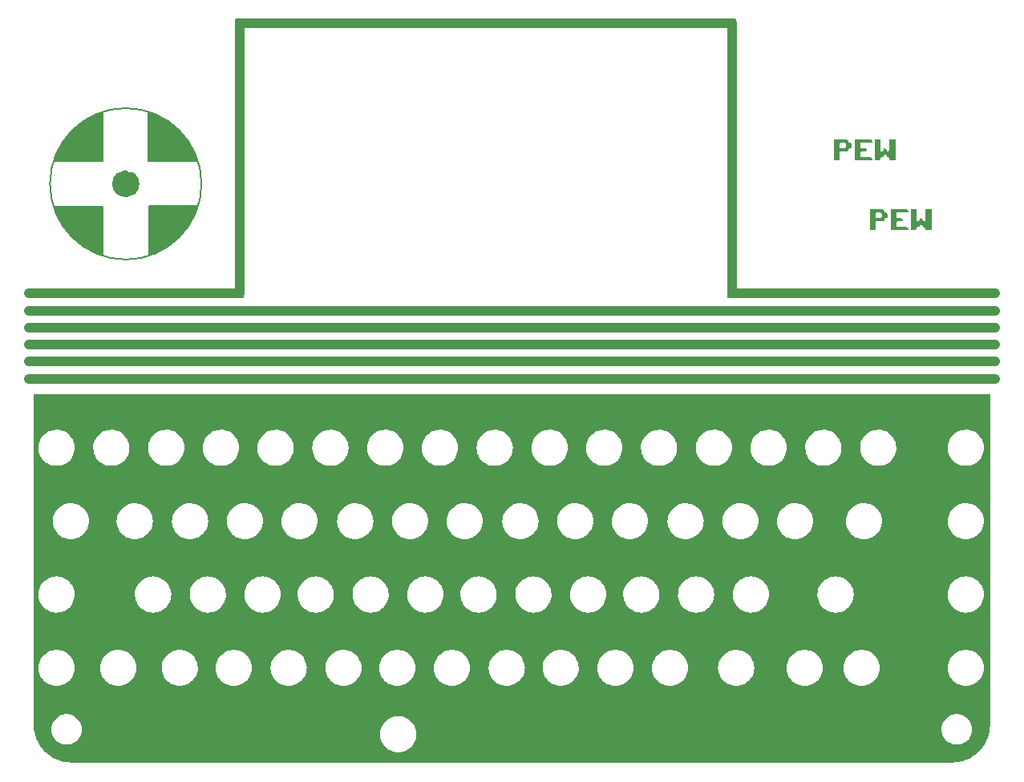
<source format=gbr>
%TF.GenerationSoftware,KiCad,Pcbnew,(6.0.0)*%
%TF.CreationDate,2022-05-08T20:40:56+10:00*%
%TF.ProjectId,cover,636f7665-722e-46b6-9963-61645f706362,rev?*%
%TF.SameCoordinates,Original*%
%TF.FileFunction,Copper,L1,Top*%
%TF.FilePolarity,Positive*%
%FSLAX46Y46*%
G04 Gerber Fmt 4.6, Leading zero omitted, Abs format (unit mm)*
G04 Created by KiCad (PCBNEW (6.0.0)) date 2022-05-08 20:40:56*
%MOMM*%
%LPD*%
G01*
G04 APERTURE LIST*
%TA.AperFunction,NonConductor*%
%ADD10C,0.200000*%
%TD*%
%TA.AperFunction,NonConductor*%
%ADD11C,1.000000*%
%TD*%
%TA.AperFunction,EtchedComponent*%
%ADD12C,1.450000*%
%TD*%
%TA.AperFunction,EtchedComponent*%
%ADD13C,0.150000*%
%TD*%
%TA.AperFunction,EtchedComponent*%
%ADD14C,0.200000*%
%TD*%
G04 APERTURE END LIST*
D10*
X161600000Y-62700000D02*
X162400000Y-62700000D01*
X162400000Y-62700000D02*
X162400000Y-61900000D01*
X162400000Y-61900000D02*
X161600000Y-61900000D01*
X161600000Y-61900000D02*
X161600000Y-62700000D01*
X213600000Y-62700000D02*
X214400000Y-62700000D01*
X214400000Y-62700000D02*
X214400000Y-61900000D01*
X214400000Y-61900000D02*
X213600000Y-61900000D01*
X213600000Y-61900000D02*
X213600000Y-62700000D01*
X162400000Y-91300000D02*
X162000000Y-91300000D01*
X162000000Y-91300000D02*
X162000000Y-90800000D01*
X162000000Y-90800000D02*
X162400000Y-90800000D01*
X162400000Y-90800000D02*
X162400000Y-91300000D01*
X213600000Y-91300000D02*
X214400000Y-91300000D01*
X214400000Y-91300000D02*
X214400000Y-90500000D01*
X214400000Y-90500000D02*
X213600000Y-90500000D01*
X213600000Y-90500000D02*
X213600000Y-91300000D01*
D11*
X139800000Y-90900000D02*
X162000000Y-90900000D01*
X214000000Y-90900000D02*
X241800000Y-90900000D01*
X162000000Y-62300000D02*
X162000000Y-90900000D01*
X214000000Y-62300000D02*
X162000000Y-62300000D01*
X214000000Y-90900000D02*
X214000000Y-62300000D01*
X139800000Y-99900000D02*
X241800000Y-99900000D01*
X139800000Y-98100000D02*
X241800000Y-98100000D01*
X139800000Y-96300000D02*
X241800000Y-96300000D01*
X139800000Y-94500000D02*
X241800000Y-94500000D01*
X139800000Y-92700000D02*
X241800000Y-92700000D01*
%TO.C,REF\u002A\u002A*%
G36*
X232107588Y-82001955D02*
G01*
X232375128Y-82011380D01*
X232531893Y-82033616D01*
X232607155Y-82074002D01*
X232630187Y-82137879D01*
X232631333Y-82169899D01*
X232616335Y-82256767D01*
X232547947Y-82307736D01*
X232391079Y-82332195D01*
X232110637Y-82339533D01*
X231996333Y-82339799D01*
X231361333Y-82339799D01*
X231361333Y-82637123D01*
X231371586Y-82827490D01*
X231434891Y-82912090D01*
X231600067Y-82933783D01*
X231700000Y-82934448D01*
X231921568Y-82948695D01*
X232019492Y-83006282D01*
X232038667Y-83104348D01*
X232010266Y-83215502D01*
X231895477Y-83264628D01*
X231700000Y-83274247D01*
X231483164Y-83283248D01*
X231386800Y-83338825D01*
X231362090Y-83483838D01*
X231361333Y-83571572D01*
X231361333Y-83868896D01*
X231996333Y-83868896D01*
X232321001Y-83872909D01*
X232511496Y-83891207D01*
X232602912Y-83933178D01*
X232630337Y-84008213D01*
X232631333Y-84038796D01*
X232620616Y-84113150D01*
X232568949Y-84161957D01*
X232447060Y-84190555D01*
X232225677Y-84204285D01*
X231875526Y-84208486D01*
X231700000Y-84208695D01*
X230768667Y-84208695D01*
X230768667Y-82000000D01*
X231700000Y-82000000D01*
X232107588Y-82001955D01*
G37*
G36*
X229329333Y-82000000D02*
G01*
X229691368Y-82002839D01*
X229916331Y-82016146D01*
X230036449Y-82047108D01*
X230083954Y-82102910D01*
X230091333Y-82169899D01*
X230151202Y-82311877D01*
X230260667Y-82339799D01*
X230377375Y-82373058D01*
X230424465Y-82502898D01*
X230430000Y-82637123D01*
X230411058Y-82842046D01*
X230337111Y-82924729D01*
X230260667Y-82934448D01*
X230119162Y-82994516D01*
X230091333Y-83104348D01*
X230071121Y-83202532D01*
X229983732Y-83253681D01*
X229789035Y-83272435D01*
X229625667Y-83274247D01*
X229160000Y-83274247D01*
X229160000Y-84208695D01*
X228567333Y-84208695D01*
X228567333Y-82637123D01*
X229160000Y-82637123D01*
X229170253Y-82827490D01*
X229233557Y-82912090D01*
X229398734Y-82933783D01*
X229498667Y-82934448D01*
X229715503Y-82925447D01*
X229811866Y-82869870D01*
X229836576Y-82724857D01*
X229837333Y-82637123D01*
X229827080Y-82446757D01*
X229763776Y-82362157D01*
X229598599Y-82340464D01*
X229498667Y-82339799D01*
X229281830Y-82348800D01*
X229185467Y-82404377D01*
X229160757Y-82549390D01*
X229160000Y-82637123D01*
X228567333Y-82637123D01*
X228567333Y-82000000D01*
X229329333Y-82000000D01*
G37*
G36*
X225519333Y-74609364D02*
G01*
X225881368Y-74612203D01*
X226106331Y-74625510D01*
X226226449Y-74656472D01*
X226273954Y-74712274D01*
X226281333Y-74779264D01*
X226341202Y-74921241D01*
X226450667Y-74949164D01*
X226567375Y-74982423D01*
X226614465Y-75112263D01*
X226620000Y-75246488D01*
X226601058Y-75451410D01*
X226527111Y-75534093D01*
X226450667Y-75543812D01*
X226309162Y-75603881D01*
X226281333Y-75713712D01*
X226261121Y-75811897D01*
X226173732Y-75863045D01*
X225979035Y-75881800D01*
X225815667Y-75883612D01*
X225350000Y-75883612D01*
X225350000Y-76818060D01*
X224757333Y-76818060D01*
X224757333Y-75246488D01*
X225350000Y-75246488D01*
X225360253Y-75436854D01*
X225423557Y-75521454D01*
X225588734Y-75543148D01*
X225688667Y-75543812D01*
X225905503Y-75534811D01*
X226001866Y-75479234D01*
X226026576Y-75334221D01*
X226027333Y-75246488D01*
X226017080Y-75056122D01*
X225953776Y-74971522D01*
X225788599Y-74949828D01*
X225688667Y-74949164D01*
X225471830Y-74958165D01*
X225375467Y-75013742D01*
X225350757Y-75158755D01*
X225350000Y-75246488D01*
X224757333Y-75246488D01*
X224757333Y-74609364D01*
X225519333Y-74609364D01*
G37*
G36*
X229668000Y-75246488D02*
G01*
X229671999Y-75572241D01*
X229690236Y-75763374D01*
X229732068Y-75855095D01*
X229806852Y-75882612D01*
X229837333Y-75883612D01*
X229978837Y-75823543D01*
X230006667Y-75713712D01*
X230066535Y-75571735D01*
X230176000Y-75543812D01*
X230317504Y-75603881D01*
X230345333Y-75713712D01*
X230398273Y-75852078D01*
X230472333Y-75883612D01*
X230539322Y-75850237D01*
X230578644Y-75729630D01*
X230596423Y-75491065D01*
X230599333Y-75246488D01*
X230599333Y-74609364D01*
X231276667Y-74609364D01*
X231276667Y-76818060D01*
X230938000Y-76818060D01*
X230716432Y-76803812D01*
X230618507Y-76746226D01*
X230599333Y-76648160D01*
X230546394Y-76509795D01*
X230472333Y-76478261D01*
X230360085Y-76410261D01*
X230345333Y-76350836D01*
X230274747Y-76247062D01*
X230176000Y-76223411D01*
X230038096Y-76276528D01*
X230006667Y-76350836D01*
X229936080Y-76454610D01*
X229837333Y-76478261D01*
X229695829Y-76538329D01*
X229668000Y-76648160D01*
X229634852Y-76765259D01*
X229505444Y-76812506D01*
X229371667Y-76818060D01*
X229075333Y-76818060D01*
X229075333Y-74609364D01*
X229668000Y-74609364D01*
X229668000Y-75246488D01*
G37*
G36*
X228297588Y-74611319D02*
G01*
X228565128Y-74620745D01*
X228721893Y-74642981D01*
X228797155Y-74683367D01*
X228820187Y-74747243D01*
X228821333Y-74779264D01*
X228806335Y-74866131D01*
X228737947Y-74917100D01*
X228581079Y-74941559D01*
X228300637Y-74948897D01*
X228186333Y-74949164D01*
X227551333Y-74949164D01*
X227551333Y-75246488D01*
X227561586Y-75436854D01*
X227624891Y-75521454D01*
X227790067Y-75543148D01*
X227890000Y-75543812D01*
X228111568Y-75558060D01*
X228209492Y-75615646D01*
X228228667Y-75713712D01*
X228200266Y-75824867D01*
X228085477Y-75873993D01*
X227890000Y-75883612D01*
X227673164Y-75892613D01*
X227576800Y-75948190D01*
X227552090Y-76093203D01*
X227551333Y-76180936D01*
X227551333Y-76478261D01*
X228186333Y-76478261D01*
X228511001Y-76482273D01*
X228701496Y-76500571D01*
X228792912Y-76542543D01*
X228820337Y-76617577D01*
X228821333Y-76648160D01*
X228810616Y-76722515D01*
X228758949Y-76771321D01*
X228637060Y-76799919D01*
X228415677Y-76813649D01*
X228065526Y-76817851D01*
X227890000Y-76818060D01*
X226958667Y-76818060D01*
X226958667Y-74609364D01*
X227890000Y-74609364D01*
X228297588Y-74611319D01*
G37*
G36*
X233478000Y-82637123D02*
G01*
X233481999Y-82962877D01*
X233500236Y-83154010D01*
X233542068Y-83245730D01*
X233616852Y-83273248D01*
X233647333Y-83274247D01*
X233788837Y-83214179D01*
X233816667Y-83104348D01*
X233876535Y-82962370D01*
X233986000Y-82934448D01*
X234127504Y-82994516D01*
X234155333Y-83104348D01*
X234208273Y-83242713D01*
X234282333Y-83274247D01*
X234349322Y-83240872D01*
X234388644Y-83120265D01*
X234406423Y-82881700D01*
X234409333Y-82637123D01*
X234409333Y-82000000D01*
X235086667Y-82000000D01*
X235086667Y-84208695D01*
X234748000Y-84208695D01*
X234526432Y-84194448D01*
X234428507Y-84136861D01*
X234409333Y-84038796D01*
X234356394Y-83900430D01*
X234282333Y-83868896D01*
X234170085Y-83800896D01*
X234155333Y-83741471D01*
X234084747Y-83637697D01*
X233986000Y-83614047D01*
X233848096Y-83667163D01*
X233816667Y-83741471D01*
X233746080Y-83845245D01*
X233647333Y-83868896D01*
X233505829Y-83928965D01*
X233478000Y-84038796D01*
X233444852Y-84155894D01*
X233315444Y-84203142D01*
X233181667Y-84208695D01*
X232885333Y-84208695D01*
X232885333Y-82000000D01*
X233478000Y-82000000D01*
X233478000Y-82637123D01*
G37*
D12*
X150725000Y-79300000D02*
G75*
G03*
X150725000Y-79300000I-725000J0D01*
G01*
D13*
X158000005Y-79300000D02*
G75*
G03*
X158000005Y-79300000I-8000005J0D01*
G01*
D14*
X152442851Y-81636423D02*
X157592851Y-81636423D01*
X157592851Y-81636423D02*
X157092851Y-82836425D01*
X157092851Y-82836425D02*
X156292852Y-84086424D01*
X156292852Y-84086424D02*
X155292851Y-85186423D01*
X155292851Y-85186423D02*
X154142851Y-86036424D01*
X154142851Y-86036424D02*
X153192852Y-86536423D01*
X153192852Y-86536423D02*
X152442851Y-86786423D01*
X152442851Y-86786423D02*
X152442851Y-81636423D01*
G36*
X157092851Y-82836425D02*
G01*
X156292852Y-84086424D01*
X155292851Y-85186423D01*
X154142851Y-86036424D01*
X153192852Y-86536423D01*
X152442851Y-86786423D01*
X152442851Y-81636423D01*
X157592851Y-81636423D01*
X157092851Y-82836425D01*
G37*
X157092851Y-82836425D02*
X156292852Y-84086424D01*
X155292851Y-85186423D01*
X154142851Y-86036424D01*
X153192852Y-86536423D01*
X152442851Y-86786423D01*
X152442851Y-81636423D01*
X157592851Y-81636423D01*
X157092851Y-82836425D01*
X147592851Y-76899998D02*
X142442851Y-76899998D01*
X142442851Y-76899998D02*
X142942851Y-75699998D01*
X142942851Y-75699998D02*
X143742851Y-74449998D01*
X143742851Y-74449998D02*
X144742851Y-73349998D01*
X144742851Y-73349998D02*
X145892851Y-72499998D01*
X145892851Y-72499998D02*
X146842851Y-71999998D01*
X146842851Y-71999998D02*
X147592851Y-71749998D01*
X147592851Y-71749998D02*
X147592851Y-76899998D01*
G36*
X147592851Y-76899998D02*
G01*
X142442851Y-76899998D01*
X142942851Y-75699998D01*
X143742851Y-74449998D01*
X144742851Y-73349998D01*
X145892851Y-72499998D01*
X146842851Y-71999998D01*
X147592851Y-71749998D01*
X147592851Y-76899998D01*
G37*
X147592851Y-76899998D02*
X142442851Y-76899998D01*
X142942851Y-75699998D01*
X143742851Y-74449998D01*
X144742851Y-73349998D01*
X145892851Y-72499998D01*
X146842851Y-71999998D01*
X147592851Y-71749998D01*
X147592851Y-76899998D01*
X152382276Y-76862162D02*
X152382276Y-71712162D01*
X152382276Y-71712162D02*
X153582277Y-72212162D01*
X153582277Y-72212162D02*
X154832277Y-73012162D01*
X154832277Y-73012162D02*
X155932276Y-74012162D01*
X155932276Y-74012162D02*
X156782276Y-75162162D01*
X156782276Y-75162162D02*
X157282276Y-76112162D01*
X157282276Y-76112162D02*
X157532276Y-76862162D01*
X157532276Y-76862162D02*
X152382276Y-76862162D01*
G36*
X153582277Y-72212162D02*
G01*
X154832277Y-73012162D01*
X155932276Y-74012162D01*
X156782276Y-75162162D01*
X157282276Y-76112162D01*
X157532276Y-76862162D01*
X152382276Y-76862162D01*
X152382276Y-71712162D01*
X153582277Y-72212162D01*
G37*
X153582277Y-72212162D02*
X154832277Y-73012162D01*
X155932276Y-74012162D01*
X156782276Y-75162162D01*
X157282276Y-76112162D01*
X157532276Y-76862162D01*
X152382276Y-76862162D01*
X152382276Y-71712162D01*
X153582277Y-72212162D01*
X147592851Y-81699998D02*
X147592851Y-86849998D01*
X147592851Y-86849998D02*
X146392849Y-86349998D01*
X146392849Y-86349998D02*
X145142850Y-85549999D01*
X145142850Y-85549999D02*
X144042851Y-84549998D01*
X144042851Y-84549998D02*
X143192850Y-83399998D01*
X143192850Y-83399998D02*
X142692851Y-82449999D01*
X142692851Y-82449999D02*
X142442851Y-81699998D01*
X142442851Y-81699998D02*
X147592851Y-81699998D01*
G36*
X147592851Y-86849998D02*
G01*
X146392849Y-86349998D01*
X145142850Y-85549999D01*
X144042851Y-84549998D01*
X143192850Y-83399998D01*
X142692851Y-82449999D01*
X142442851Y-81699998D01*
X147592851Y-81699998D01*
X147592851Y-86849998D01*
G37*
X147592851Y-86849998D02*
X146392849Y-86349998D01*
X145142850Y-85549999D01*
X144042851Y-84549998D01*
X143192850Y-83399998D01*
X142692851Y-82449999D01*
X142442851Y-81699998D01*
X147592851Y-81699998D01*
X147592851Y-86849998D01*
%TD*%
%TA.AperFunction,NonConductor*%
G36*
X241202993Y-101520002D02*
G01*
X241249486Y-101573658D01*
X241260872Y-101626000D01*
X241260872Y-136400673D01*
X241259372Y-136420058D01*
X241258642Y-136424749D01*
X241255686Y-136443731D01*
X241258146Y-136462542D01*
X241258288Y-136463625D01*
X241259218Y-136485785D01*
X241244111Y-136812519D01*
X241243037Y-136824107D01*
X241193703Y-137177765D01*
X241191564Y-137189204D01*
X241118943Y-137497971D01*
X241109812Y-137536793D01*
X241106630Y-137547978D01*
X240993147Y-137886563D01*
X240988954Y-137897388D01*
X240846441Y-138220147D01*
X240844712Y-138224063D01*
X240839532Y-138234467D01*
X240665764Y-138546440D01*
X240659648Y-138556317D01*
X240457846Y-138850911D01*
X240450832Y-138860199D01*
X240222709Y-139134917D01*
X240214868Y-139143517D01*
X239962387Y-139395998D01*
X239953787Y-139403839D01*
X239679069Y-139631962D01*
X239669781Y-139638976D01*
X239375187Y-139840778D01*
X239365310Y-139846894D01*
X239053337Y-140020662D01*
X239042937Y-140025840D01*
X238716258Y-140170084D01*
X238705433Y-140174277D01*
X238366853Y-140287758D01*
X238355672Y-140290940D01*
X238015501Y-140370947D01*
X238008075Y-140372694D01*
X237996635Y-140374833D01*
X237642977Y-140424167D01*
X237631388Y-140425241D01*
X237312055Y-140440005D01*
X237286856Y-140438640D01*
X237284013Y-140438197D01*
X237284011Y-140438197D01*
X237275141Y-140436816D01*
X237266239Y-140437980D01*
X237266236Y-140437980D01*
X237248139Y-140440347D01*
X237244209Y-140440861D01*
X237243620Y-140440938D01*
X237227282Y-140442002D01*
X194778512Y-140442002D01*
X144318200Y-140442001D01*
X144298815Y-140440501D01*
X144284014Y-140438196D01*
X144284011Y-140438196D01*
X144275142Y-140436815D01*
X144255977Y-140439321D01*
X144255246Y-140439417D01*
X144233088Y-140440347D01*
X143906355Y-140425241D01*
X143894766Y-140424167D01*
X143541108Y-140374834D01*
X143529668Y-140372695D01*
X143519410Y-140370282D01*
X143182070Y-140290941D01*
X143170894Y-140287761D01*
X143001602Y-140231020D01*
X142832319Y-140174281D01*
X142821467Y-140170077D01*
X142494809Y-140025844D01*
X142484391Y-140020656D01*
X142172450Y-139846906D01*
X142162555Y-139840780D01*
X141867960Y-139638978D01*
X141858672Y-139631964D01*
X141583960Y-139403845D01*
X141575360Y-139396005D01*
X141322868Y-139143514D01*
X141315027Y-139134913D01*
X141086909Y-138860200D01*
X141079895Y-138850912D01*
X140879588Y-138558500D01*
X140878092Y-138556317D01*
X140871977Y-138546441D01*
X140698209Y-138234468D01*
X140693029Y-138224063D01*
X140548796Y-137897405D01*
X140544592Y-137886553D01*
X140431115Y-137547987D01*
X140427930Y-137536793D01*
X140418800Y-137497971D01*
X140346178Y-137189204D01*
X140344039Y-137177764D01*
X140312267Y-136950000D01*
X142136526Y-136950000D01*
X142156391Y-137202403D01*
X142157545Y-137207210D01*
X142157546Y-137207216D01*
X142173819Y-137274997D01*
X142215495Y-137448591D01*
X142217388Y-137453162D01*
X142217389Y-137453164D01*
X142234062Y-137493415D01*
X142312384Y-137682502D01*
X142444672Y-137898376D01*
X142609102Y-138090898D01*
X142801624Y-138255328D01*
X143017498Y-138387616D01*
X143022068Y-138389509D01*
X143022072Y-138389511D01*
X143204112Y-138464914D01*
X143251409Y-138484505D01*
X143336032Y-138504821D01*
X143492784Y-138542454D01*
X143492790Y-138542455D01*
X143497597Y-138543609D01*
X143597416Y-138551465D01*
X143684345Y-138558307D01*
X143684352Y-138558307D01*
X143686801Y-138558500D01*
X143813199Y-138558500D01*
X143815648Y-138558307D01*
X143815655Y-138558307D01*
X143902584Y-138551465D01*
X144002403Y-138543609D01*
X144007210Y-138542455D01*
X144007216Y-138542454D01*
X144163968Y-138504821D01*
X144248591Y-138484505D01*
X144295888Y-138464914D01*
X144477928Y-138389511D01*
X144477932Y-138389509D01*
X144482502Y-138387616D01*
X144698376Y-138255328D01*
X144890898Y-138090898D01*
X145055328Y-137898376D01*
X145187616Y-137682502D01*
X145265939Y-137493415D01*
X176866888Y-137493415D01*
X176893193Y-137769130D01*
X176894278Y-137773564D01*
X176894279Y-137773570D01*
X176957939Y-138033725D01*
X176959024Y-138038159D01*
X176960736Y-138042385D01*
X176960737Y-138042389D01*
X176981685Y-138094106D01*
X177063002Y-138294868D01*
X177202948Y-138533878D01*
X177375931Y-138750182D01*
X177578327Y-138939250D01*
X177805896Y-139097120D01*
X177934385Y-139161043D01*
X178049784Y-139218453D01*
X178049787Y-139218454D01*
X178053871Y-139220486D01*
X178058210Y-139221908D01*
X178058209Y-139221908D01*
X178312724Y-139305343D01*
X178312730Y-139305344D01*
X178317057Y-139306763D01*
X178321548Y-139307543D01*
X178321549Y-139307543D01*
X178586160Y-139353487D01*
X178586168Y-139353488D01*
X178589941Y-139354143D01*
X178593778Y-139354334D01*
X178675887Y-139358422D01*
X178675895Y-139358422D01*
X178677458Y-139358500D01*
X178850356Y-139358500D01*
X178852624Y-139358335D01*
X178852636Y-139358335D01*
X178971791Y-139349689D01*
X179056241Y-139343561D01*
X179229348Y-139305343D01*
X179322235Y-139284836D01*
X179322239Y-139284835D01*
X179326695Y-139283851D01*
X179570559Y-139191459D01*
X179581426Y-139187342D01*
X179581429Y-139187341D01*
X179585696Y-139185724D01*
X179827820Y-139051236D01*
X180047993Y-138883205D01*
X180074864Y-138855718D01*
X180238409Y-138688419D01*
X180241604Y-138685151D01*
X180404596Y-138461222D01*
X180533556Y-138216110D01*
X180576641Y-138094106D01*
X180624261Y-137959256D01*
X180625782Y-137954949D01*
X180679341Y-137683210D01*
X180688563Y-137497971D01*
X180692885Y-137411154D01*
X180692885Y-137411148D01*
X180693112Y-137406585D01*
X180666807Y-137130870D01*
X180622549Y-136950000D01*
X236136526Y-136950000D01*
X236156391Y-137202403D01*
X236157545Y-137207210D01*
X236157546Y-137207216D01*
X236173819Y-137274997D01*
X236215495Y-137448591D01*
X236217388Y-137453162D01*
X236217389Y-137453164D01*
X236234062Y-137493415D01*
X236312384Y-137682502D01*
X236444672Y-137898376D01*
X236609102Y-138090898D01*
X236801624Y-138255328D01*
X237017498Y-138387616D01*
X237022068Y-138389509D01*
X237022072Y-138389511D01*
X237204112Y-138464914D01*
X237251409Y-138484505D01*
X237336032Y-138504821D01*
X237492784Y-138542454D01*
X237492790Y-138542455D01*
X237497597Y-138543609D01*
X237597416Y-138551465D01*
X237684345Y-138558307D01*
X237684352Y-138558307D01*
X237686801Y-138558500D01*
X237813199Y-138558500D01*
X237815648Y-138558307D01*
X237815655Y-138558307D01*
X237902584Y-138551465D01*
X238002403Y-138543609D01*
X238007210Y-138542455D01*
X238007216Y-138542454D01*
X238163968Y-138504821D01*
X238248591Y-138484505D01*
X238295888Y-138464914D01*
X238477928Y-138389511D01*
X238477932Y-138389509D01*
X238482502Y-138387616D01*
X238698376Y-138255328D01*
X238890898Y-138090898D01*
X239055328Y-137898376D01*
X239187616Y-137682502D01*
X239265939Y-137493415D01*
X239282611Y-137453164D01*
X239282612Y-137453162D01*
X239284505Y-137448591D01*
X239326181Y-137274997D01*
X239342454Y-137207216D01*
X239342455Y-137207210D01*
X239343609Y-137202403D01*
X239363474Y-136950000D01*
X239363085Y-136945051D01*
X239362610Y-136939020D01*
X239343609Y-136697597D01*
X239341352Y-136688193D01*
X239289652Y-136472848D01*
X239284505Y-136451409D01*
X239270092Y-136416612D01*
X239189511Y-136222072D01*
X239189509Y-136222068D01*
X239187616Y-136217498D01*
X239055328Y-136001624D01*
X238890898Y-135809102D01*
X238698376Y-135644672D01*
X238482502Y-135512384D01*
X238477932Y-135510491D01*
X238477928Y-135510489D01*
X238253164Y-135417389D01*
X238253162Y-135417388D01*
X238248591Y-135415495D01*
X238163968Y-135395179D01*
X238007216Y-135357546D01*
X238007210Y-135357545D01*
X238002403Y-135356391D01*
X237902584Y-135348535D01*
X237815655Y-135341693D01*
X237815648Y-135341693D01*
X237813199Y-135341500D01*
X237686801Y-135341500D01*
X237684352Y-135341693D01*
X237684345Y-135341693D01*
X237597416Y-135348535D01*
X237497597Y-135356391D01*
X237492790Y-135357545D01*
X237492784Y-135357546D01*
X237336032Y-135395179D01*
X237251409Y-135415495D01*
X237246838Y-135417388D01*
X237246836Y-135417389D01*
X237022072Y-135510489D01*
X237022068Y-135510491D01*
X237017498Y-135512384D01*
X236801624Y-135644672D01*
X236609102Y-135809102D01*
X236444672Y-136001624D01*
X236312384Y-136217498D01*
X236310491Y-136222068D01*
X236310489Y-136222072D01*
X236229908Y-136416612D01*
X236215495Y-136451409D01*
X236210348Y-136472848D01*
X236158649Y-136688193D01*
X236156391Y-136697597D01*
X236137390Y-136939020D01*
X236136916Y-136945051D01*
X236136526Y-136950000D01*
X180622549Y-136950000D01*
X180602061Y-136866275D01*
X180600976Y-136861841D01*
X180583355Y-136818335D01*
X180498711Y-136609361D01*
X180498711Y-136609360D01*
X180496998Y-136605132D01*
X180357052Y-136366122D01*
X180184069Y-136149818D01*
X179981673Y-135960750D01*
X179754104Y-135802880D01*
X179572751Y-135712658D01*
X179510216Y-135681547D01*
X179510213Y-135681546D01*
X179506129Y-135679514D01*
X179465245Y-135666112D01*
X179247276Y-135594657D01*
X179247270Y-135594656D01*
X179242943Y-135593237D01*
X179238451Y-135592457D01*
X178973840Y-135546513D01*
X178973832Y-135546512D01*
X178970059Y-135545857D01*
X178957996Y-135545256D01*
X178884113Y-135541578D01*
X178884105Y-135541578D01*
X178882542Y-135541500D01*
X178709644Y-135541500D01*
X178707376Y-135541665D01*
X178707364Y-135541665D01*
X178588209Y-135550311D01*
X178503759Y-135556439D01*
X178368532Y-135586294D01*
X178237765Y-135615164D01*
X178237761Y-135615165D01*
X178233305Y-135616149D01*
X178164835Y-135642090D01*
X177978574Y-135712658D01*
X177978571Y-135712659D01*
X177974304Y-135714276D01*
X177732180Y-135848764D01*
X177512007Y-136016795D01*
X177318396Y-136214849D01*
X177313139Y-136222072D01*
X177158257Y-136434859D01*
X177155404Y-136438778D01*
X177026444Y-136683890D01*
X177024926Y-136688188D01*
X177024924Y-136688193D01*
X176962037Y-136866275D01*
X176934218Y-136945051D01*
X176880659Y-137216790D01*
X176880432Y-137221347D01*
X176880432Y-137221348D01*
X176868892Y-137453164D01*
X176866888Y-137493415D01*
X145265939Y-137493415D01*
X145282611Y-137453164D01*
X145282612Y-137453162D01*
X145284505Y-137448591D01*
X145326181Y-137274997D01*
X145342454Y-137207216D01*
X145342455Y-137207210D01*
X145343609Y-137202403D01*
X145363474Y-136950000D01*
X145363085Y-136945051D01*
X145362610Y-136939020D01*
X145343609Y-136697597D01*
X145341352Y-136688193D01*
X145289652Y-136472848D01*
X145284505Y-136451409D01*
X145270092Y-136416612D01*
X145189511Y-136222072D01*
X145189509Y-136222068D01*
X145187616Y-136217498D01*
X145055328Y-136001624D01*
X144890898Y-135809102D01*
X144698376Y-135644672D01*
X144482502Y-135512384D01*
X144477932Y-135510491D01*
X144477928Y-135510489D01*
X144253164Y-135417389D01*
X144253162Y-135417388D01*
X144248591Y-135415495D01*
X144163968Y-135395179D01*
X144007216Y-135357546D01*
X144007210Y-135357545D01*
X144002403Y-135356391D01*
X143902584Y-135348535D01*
X143815655Y-135341693D01*
X143815648Y-135341693D01*
X143813199Y-135341500D01*
X143686801Y-135341500D01*
X143684352Y-135341693D01*
X143684345Y-135341693D01*
X143597416Y-135348535D01*
X143497597Y-135356391D01*
X143492790Y-135357545D01*
X143492784Y-135357546D01*
X143336032Y-135395179D01*
X143251409Y-135415495D01*
X143246838Y-135417388D01*
X143246836Y-135417389D01*
X143022072Y-135510489D01*
X143022068Y-135510491D01*
X143017498Y-135512384D01*
X142801624Y-135644672D01*
X142609102Y-135809102D01*
X142444672Y-136001624D01*
X142312384Y-136217498D01*
X142310491Y-136222068D01*
X142310489Y-136222072D01*
X142229908Y-136416612D01*
X142215495Y-136451409D01*
X142210348Y-136472848D01*
X142158649Y-136688193D01*
X142156391Y-136697597D01*
X142137390Y-136939020D01*
X142136916Y-136945051D01*
X142136526Y-136950000D01*
X140312267Y-136950000D01*
X140294706Y-136824106D01*
X140293632Y-136812517D01*
X140278869Y-136493184D01*
X140280234Y-136467985D01*
X140280677Y-136465142D01*
X140280677Y-136465140D01*
X140282058Y-136456270D01*
X140280825Y-136446836D01*
X140277936Y-136424749D01*
X140276872Y-136408411D01*
X140276872Y-130493415D01*
X140786888Y-130493415D01*
X140813193Y-130769130D01*
X140814278Y-130773564D01*
X140814279Y-130773570D01*
X140877939Y-131033725D01*
X140879024Y-131038159D01*
X140983002Y-131294868D01*
X141122948Y-131533878D01*
X141295931Y-131750182D01*
X141498327Y-131939250D01*
X141725896Y-132097120D01*
X141854385Y-132161043D01*
X141969784Y-132218453D01*
X141969787Y-132218454D01*
X141973871Y-132220486D01*
X141978210Y-132221908D01*
X141978209Y-132221908D01*
X142232724Y-132305343D01*
X142232730Y-132305344D01*
X142237057Y-132306763D01*
X142241548Y-132307543D01*
X142241549Y-132307543D01*
X142506160Y-132353487D01*
X142506168Y-132353488D01*
X142509941Y-132354143D01*
X142513778Y-132354334D01*
X142595887Y-132358422D01*
X142595895Y-132358422D01*
X142597458Y-132358500D01*
X142770356Y-132358500D01*
X142772624Y-132358335D01*
X142772636Y-132358335D01*
X142891791Y-132349689D01*
X142976241Y-132343561D01*
X143149348Y-132305343D01*
X143242235Y-132284836D01*
X143242239Y-132284835D01*
X143246695Y-132283851D01*
X143419310Y-132218453D01*
X143501426Y-132187342D01*
X143501429Y-132187341D01*
X143505696Y-132185724D01*
X143747820Y-132051236D01*
X143967993Y-131883205D01*
X144161604Y-131685151D01*
X144324596Y-131461222D01*
X144453556Y-131216110D01*
X144545782Y-130954949D01*
X144599341Y-130683210D01*
X144608563Y-130497971D01*
X144608790Y-130493415D01*
X147286889Y-130493415D01*
X147313194Y-130769130D01*
X147314279Y-130773564D01*
X147314280Y-130773570D01*
X147377940Y-131033725D01*
X147379025Y-131038159D01*
X147483003Y-131294868D01*
X147622949Y-131533878D01*
X147795932Y-131750182D01*
X147998328Y-131939250D01*
X148225897Y-132097120D01*
X148354386Y-132161043D01*
X148469785Y-132218453D01*
X148469788Y-132218454D01*
X148473872Y-132220486D01*
X148478211Y-132221908D01*
X148478210Y-132221908D01*
X148732725Y-132305343D01*
X148732731Y-132305344D01*
X148737058Y-132306763D01*
X148741549Y-132307543D01*
X148741550Y-132307543D01*
X149006161Y-132353487D01*
X149006169Y-132353488D01*
X149009942Y-132354143D01*
X149013779Y-132354334D01*
X149095888Y-132358422D01*
X149095896Y-132358422D01*
X149097459Y-132358500D01*
X149270357Y-132358500D01*
X149272625Y-132358335D01*
X149272637Y-132358335D01*
X149391792Y-132349689D01*
X149476242Y-132343561D01*
X149649349Y-132305343D01*
X149742236Y-132284836D01*
X149742240Y-132284835D01*
X149746696Y-132283851D01*
X149919311Y-132218453D01*
X150001427Y-132187342D01*
X150001430Y-132187341D01*
X150005697Y-132185724D01*
X150247821Y-132051236D01*
X150467994Y-131883205D01*
X150661605Y-131685151D01*
X150824597Y-131461222D01*
X150953557Y-131216110D01*
X151045783Y-130954949D01*
X151099342Y-130683210D01*
X151108564Y-130497971D01*
X151108791Y-130493415D01*
X153786888Y-130493415D01*
X153813193Y-130769130D01*
X153814278Y-130773564D01*
X153814279Y-130773570D01*
X153877939Y-131033725D01*
X153879024Y-131038159D01*
X153983002Y-131294868D01*
X154122948Y-131533878D01*
X154295931Y-131750182D01*
X154498327Y-131939250D01*
X154725896Y-132097120D01*
X154854385Y-132161043D01*
X154969784Y-132218453D01*
X154969787Y-132218454D01*
X154973871Y-132220486D01*
X154978210Y-132221908D01*
X154978209Y-132221908D01*
X155232724Y-132305343D01*
X155232730Y-132305344D01*
X155237057Y-132306763D01*
X155241548Y-132307543D01*
X155241549Y-132307543D01*
X155506160Y-132353487D01*
X155506168Y-132353488D01*
X155509941Y-132354143D01*
X155513778Y-132354334D01*
X155595887Y-132358422D01*
X155595895Y-132358422D01*
X155597458Y-132358500D01*
X155770356Y-132358500D01*
X155772624Y-132358335D01*
X155772636Y-132358335D01*
X155891791Y-132349689D01*
X155976241Y-132343561D01*
X156149348Y-132305343D01*
X156242235Y-132284836D01*
X156242239Y-132284835D01*
X156246695Y-132283851D01*
X156419310Y-132218453D01*
X156501426Y-132187342D01*
X156501429Y-132187341D01*
X156505696Y-132185724D01*
X156747820Y-132051236D01*
X156967993Y-131883205D01*
X157161604Y-131685151D01*
X157324596Y-131461222D01*
X157453556Y-131216110D01*
X157545782Y-130954949D01*
X157599341Y-130683210D01*
X157608563Y-130497971D01*
X157608790Y-130493415D01*
X159506887Y-130493415D01*
X159533192Y-130769130D01*
X159534277Y-130773564D01*
X159534278Y-130773570D01*
X159597938Y-131033725D01*
X159599023Y-131038159D01*
X159703001Y-131294868D01*
X159842947Y-131533878D01*
X160015930Y-131750182D01*
X160218326Y-131939250D01*
X160445895Y-132097120D01*
X160574384Y-132161043D01*
X160689783Y-132218453D01*
X160689786Y-132218454D01*
X160693870Y-132220486D01*
X160698209Y-132221908D01*
X160698208Y-132221908D01*
X160952723Y-132305343D01*
X160952729Y-132305344D01*
X160957056Y-132306763D01*
X160961547Y-132307543D01*
X160961548Y-132307543D01*
X161226159Y-132353487D01*
X161226167Y-132353488D01*
X161229940Y-132354143D01*
X161233777Y-132354334D01*
X161315886Y-132358422D01*
X161315894Y-132358422D01*
X161317457Y-132358500D01*
X161490355Y-132358500D01*
X161492623Y-132358335D01*
X161492635Y-132358335D01*
X161611790Y-132349689D01*
X161696240Y-132343561D01*
X161869347Y-132305343D01*
X161962234Y-132284836D01*
X161962238Y-132284835D01*
X161966694Y-132283851D01*
X162139309Y-132218453D01*
X162221425Y-132187342D01*
X162221428Y-132187341D01*
X162225695Y-132185724D01*
X162467819Y-132051236D01*
X162687992Y-131883205D01*
X162881603Y-131685151D01*
X163044595Y-131461222D01*
X163173555Y-131216110D01*
X163265781Y-130954949D01*
X163319340Y-130683210D01*
X163328562Y-130497971D01*
X163328789Y-130493415D01*
X165286889Y-130493415D01*
X165313194Y-130769130D01*
X165314279Y-130773564D01*
X165314280Y-130773570D01*
X165377940Y-131033725D01*
X165379025Y-131038159D01*
X165483003Y-131294868D01*
X165622949Y-131533878D01*
X165795932Y-131750182D01*
X165998328Y-131939250D01*
X166225897Y-132097120D01*
X166354386Y-132161043D01*
X166469785Y-132218453D01*
X166469788Y-132218454D01*
X166473872Y-132220486D01*
X166478211Y-132221908D01*
X166478210Y-132221908D01*
X166732725Y-132305343D01*
X166732731Y-132305344D01*
X166737058Y-132306763D01*
X166741549Y-132307543D01*
X166741550Y-132307543D01*
X167006161Y-132353487D01*
X167006169Y-132353488D01*
X167009942Y-132354143D01*
X167013779Y-132354334D01*
X167095888Y-132358422D01*
X167095896Y-132358422D01*
X167097459Y-132358500D01*
X167270357Y-132358500D01*
X167272625Y-132358335D01*
X167272637Y-132358335D01*
X167391792Y-132349689D01*
X167476242Y-132343561D01*
X167649349Y-132305343D01*
X167742236Y-132284836D01*
X167742240Y-132284835D01*
X167746696Y-132283851D01*
X167919311Y-132218453D01*
X168001427Y-132187342D01*
X168001430Y-132187341D01*
X168005697Y-132185724D01*
X168247821Y-132051236D01*
X168467994Y-131883205D01*
X168661605Y-131685151D01*
X168824597Y-131461222D01*
X168953557Y-131216110D01*
X169045783Y-130954949D01*
X169099342Y-130683210D01*
X169108564Y-130497971D01*
X169108791Y-130493415D01*
X171066888Y-130493415D01*
X171093193Y-130769130D01*
X171094278Y-130773564D01*
X171094279Y-130773570D01*
X171157939Y-131033725D01*
X171159024Y-131038159D01*
X171263002Y-131294868D01*
X171402948Y-131533878D01*
X171575931Y-131750182D01*
X171778327Y-131939250D01*
X172005896Y-132097120D01*
X172134385Y-132161043D01*
X172249784Y-132218453D01*
X172249787Y-132218454D01*
X172253871Y-132220486D01*
X172258210Y-132221908D01*
X172258209Y-132221908D01*
X172512724Y-132305343D01*
X172512730Y-132305344D01*
X172517057Y-132306763D01*
X172521548Y-132307543D01*
X172521549Y-132307543D01*
X172786160Y-132353487D01*
X172786168Y-132353488D01*
X172789941Y-132354143D01*
X172793778Y-132354334D01*
X172875887Y-132358422D01*
X172875895Y-132358422D01*
X172877458Y-132358500D01*
X173050356Y-132358500D01*
X173052624Y-132358335D01*
X173052636Y-132358335D01*
X173171791Y-132349689D01*
X173256241Y-132343561D01*
X173429348Y-132305343D01*
X173522235Y-132284836D01*
X173522239Y-132284835D01*
X173526695Y-132283851D01*
X173699310Y-132218453D01*
X173781426Y-132187342D01*
X173781429Y-132187341D01*
X173785696Y-132185724D01*
X174027820Y-132051236D01*
X174247993Y-131883205D01*
X174441604Y-131685151D01*
X174604596Y-131461222D01*
X174733556Y-131216110D01*
X174825782Y-130954949D01*
X174879341Y-130683210D01*
X174888563Y-130497971D01*
X174888790Y-130493415D01*
X176756887Y-130493415D01*
X176783192Y-130769130D01*
X176784277Y-130773564D01*
X176784278Y-130773570D01*
X176847938Y-131033725D01*
X176849023Y-131038159D01*
X176953001Y-131294868D01*
X177092947Y-131533878D01*
X177265930Y-131750182D01*
X177468326Y-131939250D01*
X177695895Y-132097120D01*
X177824384Y-132161043D01*
X177939783Y-132218453D01*
X177939786Y-132218454D01*
X177943870Y-132220486D01*
X177948209Y-132221908D01*
X177948208Y-132221908D01*
X178202723Y-132305343D01*
X178202729Y-132305344D01*
X178207056Y-132306763D01*
X178211547Y-132307543D01*
X178211548Y-132307543D01*
X178476159Y-132353487D01*
X178476167Y-132353488D01*
X178479940Y-132354143D01*
X178483777Y-132354334D01*
X178565886Y-132358422D01*
X178565894Y-132358422D01*
X178567457Y-132358500D01*
X178740355Y-132358500D01*
X178742623Y-132358335D01*
X178742635Y-132358335D01*
X178861790Y-132349689D01*
X178946240Y-132343561D01*
X179119347Y-132305343D01*
X179212234Y-132284836D01*
X179212238Y-132284835D01*
X179216694Y-132283851D01*
X179389309Y-132218453D01*
X179471425Y-132187342D01*
X179471428Y-132187341D01*
X179475695Y-132185724D01*
X179717819Y-132051236D01*
X179937992Y-131883205D01*
X180131603Y-131685151D01*
X180294595Y-131461222D01*
X180423555Y-131216110D01*
X180515781Y-130954949D01*
X180569340Y-130683210D01*
X180578562Y-130497971D01*
X180578789Y-130493415D01*
X182536889Y-130493415D01*
X182563194Y-130769130D01*
X182564279Y-130773564D01*
X182564280Y-130773570D01*
X182627940Y-131033725D01*
X182629025Y-131038159D01*
X182733003Y-131294868D01*
X182872949Y-131533878D01*
X183045932Y-131750182D01*
X183248328Y-131939250D01*
X183475897Y-132097120D01*
X183604386Y-132161043D01*
X183719785Y-132218453D01*
X183719788Y-132218454D01*
X183723872Y-132220486D01*
X183728211Y-132221908D01*
X183728210Y-132221908D01*
X183982725Y-132305343D01*
X183982731Y-132305344D01*
X183987058Y-132306763D01*
X183991549Y-132307543D01*
X183991550Y-132307543D01*
X184256161Y-132353487D01*
X184256169Y-132353488D01*
X184259942Y-132354143D01*
X184263779Y-132354334D01*
X184345888Y-132358422D01*
X184345896Y-132358422D01*
X184347459Y-132358500D01*
X184520357Y-132358500D01*
X184522625Y-132358335D01*
X184522637Y-132358335D01*
X184641792Y-132349689D01*
X184726242Y-132343561D01*
X184899349Y-132305343D01*
X184992236Y-132284836D01*
X184992240Y-132284835D01*
X184996696Y-132283851D01*
X185169311Y-132218453D01*
X185251427Y-132187342D01*
X185251430Y-132187341D01*
X185255697Y-132185724D01*
X185497821Y-132051236D01*
X185717994Y-131883205D01*
X185911605Y-131685151D01*
X186074597Y-131461222D01*
X186203557Y-131216110D01*
X186295783Y-130954949D01*
X186349342Y-130683210D01*
X186358564Y-130497971D01*
X186358791Y-130493415D01*
X188316888Y-130493415D01*
X188343193Y-130769130D01*
X188344278Y-130773564D01*
X188344279Y-130773570D01*
X188407939Y-131033725D01*
X188409024Y-131038159D01*
X188513002Y-131294868D01*
X188652948Y-131533878D01*
X188825931Y-131750182D01*
X189028327Y-131939250D01*
X189255896Y-132097120D01*
X189384385Y-132161043D01*
X189499784Y-132218453D01*
X189499787Y-132218454D01*
X189503871Y-132220486D01*
X189508210Y-132221908D01*
X189508209Y-132221908D01*
X189762724Y-132305343D01*
X189762730Y-132305344D01*
X189767057Y-132306763D01*
X189771548Y-132307543D01*
X189771549Y-132307543D01*
X190036160Y-132353487D01*
X190036168Y-132353488D01*
X190039941Y-132354143D01*
X190043778Y-132354334D01*
X190125887Y-132358422D01*
X190125895Y-132358422D01*
X190127458Y-132358500D01*
X190300356Y-132358500D01*
X190302624Y-132358335D01*
X190302636Y-132358335D01*
X190421791Y-132349689D01*
X190506241Y-132343561D01*
X190679348Y-132305343D01*
X190772235Y-132284836D01*
X190772239Y-132284835D01*
X190776695Y-132283851D01*
X190949310Y-132218453D01*
X191031426Y-132187342D01*
X191031429Y-132187341D01*
X191035696Y-132185724D01*
X191277820Y-132051236D01*
X191497993Y-131883205D01*
X191691604Y-131685151D01*
X191854596Y-131461222D01*
X191983556Y-131216110D01*
X192075782Y-130954949D01*
X192129341Y-130683210D01*
X192138563Y-130497971D01*
X192138790Y-130493415D01*
X194006887Y-130493415D01*
X194033192Y-130769130D01*
X194034277Y-130773564D01*
X194034278Y-130773570D01*
X194097938Y-131033725D01*
X194099023Y-131038159D01*
X194203001Y-131294868D01*
X194342947Y-131533878D01*
X194515930Y-131750182D01*
X194718326Y-131939250D01*
X194945895Y-132097120D01*
X195074384Y-132161043D01*
X195189783Y-132218453D01*
X195189786Y-132218454D01*
X195193870Y-132220486D01*
X195198209Y-132221908D01*
X195198208Y-132221908D01*
X195452723Y-132305343D01*
X195452729Y-132305344D01*
X195457056Y-132306763D01*
X195461547Y-132307543D01*
X195461548Y-132307543D01*
X195726159Y-132353487D01*
X195726167Y-132353488D01*
X195729940Y-132354143D01*
X195733777Y-132354334D01*
X195815886Y-132358422D01*
X195815894Y-132358422D01*
X195817457Y-132358500D01*
X195990355Y-132358500D01*
X195992623Y-132358335D01*
X195992635Y-132358335D01*
X196111790Y-132349689D01*
X196196240Y-132343561D01*
X196369347Y-132305343D01*
X196462234Y-132284836D01*
X196462238Y-132284835D01*
X196466694Y-132283851D01*
X196639309Y-132218453D01*
X196721425Y-132187342D01*
X196721428Y-132187341D01*
X196725695Y-132185724D01*
X196967819Y-132051236D01*
X197187992Y-131883205D01*
X197381603Y-131685151D01*
X197544595Y-131461222D01*
X197673555Y-131216110D01*
X197765781Y-130954949D01*
X197819340Y-130683210D01*
X197828562Y-130497971D01*
X197828789Y-130493415D01*
X199786889Y-130493415D01*
X199813194Y-130769130D01*
X199814279Y-130773564D01*
X199814280Y-130773570D01*
X199877940Y-131033725D01*
X199879025Y-131038159D01*
X199983003Y-131294868D01*
X200122949Y-131533878D01*
X200295932Y-131750182D01*
X200498328Y-131939250D01*
X200725897Y-132097120D01*
X200854386Y-132161043D01*
X200969785Y-132218453D01*
X200969788Y-132218454D01*
X200973872Y-132220486D01*
X200978211Y-132221908D01*
X200978210Y-132221908D01*
X201232725Y-132305343D01*
X201232731Y-132305344D01*
X201237058Y-132306763D01*
X201241549Y-132307543D01*
X201241550Y-132307543D01*
X201506161Y-132353487D01*
X201506169Y-132353488D01*
X201509942Y-132354143D01*
X201513779Y-132354334D01*
X201595888Y-132358422D01*
X201595896Y-132358422D01*
X201597459Y-132358500D01*
X201770357Y-132358500D01*
X201772625Y-132358335D01*
X201772637Y-132358335D01*
X201891792Y-132349689D01*
X201976242Y-132343561D01*
X202149349Y-132305343D01*
X202242236Y-132284836D01*
X202242240Y-132284835D01*
X202246696Y-132283851D01*
X202419311Y-132218453D01*
X202501427Y-132187342D01*
X202501430Y-132187341D01*
X202505697Y-132185724D01*
X202747821Y-132051236D01*
X202967994Y-131883205D01*
X203161605Y-131685151D01*
X203324597Y-131461222D01*
X203453557Y-131216110D01*
X203545783Y-130954949D01*
X203599342Y-130683210D01*
X203608564Y-130497971D01*
X203608791Y-130493415D01*
X205566888Y-130493415D01*
X205593193Y-130769130D01*
X205594278Y-130773564D01*
X205594279Y-130773570D01*
X205657939Y-131033725D01*
X205659024Y-131038159D01*
X205763002Y-131294868D01*
X205902948Y-131533878D01*
X206075931Y-131750182D01*
X206278327Y-131939250D01*
X206505896Y-132097120D01*
X206634385Y-132161043D01*
X206749784Y-132218453D01*
X206749787Y-132218454D01*
X206753871Y-132220486D01*
X206758210Y-132221908D01*
X206758209Y-132221908D01*
X207012724Y-132305343D01*
X207012730Y-132305344D01*
X207017057Y-132306763D01*
X207021548Y-132307543D01*
X207021549Y-132307543D01*
X207286160Y-132353487D01*
X207286168Y-132353488D01*
X207289941Y-132354143D01*
X207293778Y-132354334D01*
X207375887Y-132358422D01*
X207375895Y-132358422D01*
X207377458Y-132358500D01*
X207550356Y-132358500D01*
X207552624Y-132358335D01*
X207552636Y-132358335D01*
X207671791Y-132349689D01*
X207756241Y-132343561D01*
X207929348Y-132305343D01*
X208022235Y-132284836D01*
X208022239Y-132284835D01*
X208026695Y-132283851D01*
X208199310Y-132218453D01*
X208281426Y-132187342D01*
X208281429Y-132187341D01*
X208285696Y-132185724D01*
X208527820Y-132051236D01*
X208747993Y-131883205D01*
X208941604Y-131685151D01*
X209104596Y-131461222D01*
X209233556Y-131216110D01*
X209325782Y-130954949D01*
X209379341Y-130683210D01*
X209388563Y-130497971D01*
X209388790Y-130493415D01*
X212536888Y-130493415D01*
X212563193Y-130769130D01*
X212564278Y-130773564D01*
X212564279Y-130773570D01*
X212627939Y-131033725D01*
X212629024Y-131038159D01*
X212733002Y-131294868D01*
X212872948Y-131533878D01*
X213045931Y-131750182D01*
X213248327Y-131939250D01*
X213475896Y-132097120D01*
X213604385Y-132161043D01*
X213719784Y-132218453D01*
X213719787Y-132218454D01*
X213723871Y-132220486D01*
X213728210Y-132221908D01*
X213728209Y-132221908D01*
X213982724Y-132305343D01*
X213982730Y-132305344D01*
X213987057Y-132306763D01*
X213991548Y-132307543D01*
X213991549Y-132307543D01*
X214256160Y-132353487D01*
X214256168Y-132353488D01*
X214259941Y-132354143D01*
X214263778Y-132354334D01*
X214345887Y-132358422D01*
X214345895Y-132358422D01*
X214347458Y-132358500D01*
X214520356Y-132358500D01*
X214522624Y-132358335D01*
X214522636Y-132358335D01*
X214641791Y-132349689D01*
X214726241Y-132343561D01*
X214899348Y-132305343D01*
X214992235Y-132284836D01*
X214992239Y-132284835D01*
X214996695Y-132283851D01*
X215169310Y-132218453D01*
X215251426Y-132187342D01*
X215251429Y-132187341D01*
X215255696Y-132185724D01*
X215497820Y-132051236D01*
X215717993Y-131883205D01*
X215911604Y-131685151D01*
X216074596Y-131461222D01*
X216203556Y-131216110D01*
X216295782Y-130954949D01*
X216349341Y-130683210D01*
X216358563Y-130497971D01*
X216358790Y-130493415D01*
X219786888Y-130493415D01*
X219813193Y-130769130D01*
X219814278Y-130773564D01*
X219814279Y-130773570D01*
X219877939Y-131033725D01*
X219879024Y-131038159D01*
X219983002Y-131294868D01*
X220122948Y-131533878D01*
X220295931Y-131750182D01*
X220498327Y-131939250D01*
X220725896Y-132097120D01*
X220854385Y-132161043D01*
X220969784Y-132218453D01*
X220969787Y-132218454D01*
X220973871Y-132220486D01*
X220978210Y-132221908D01*
X220978209Y-132221908D01*
X221232724Y-132305343D01*
X221232730Y-132305344D01*
X221237057Y-132306763D01*
X221241548Y-132307543D01*
X221241549Y-132307543D01*
X221506160Y-132353487D01*
X221506168Y-132353488D01*
X221509941Y-132354143D01*
X221513778Y-132354334D01*
X221595887Y-132358422D01*
X221595895Y-132358422D01*
X221597458Y-132358500D01*
X221770356Y-132358500D01*
X221772624Y-132358335D01*
X221772636Y-132358335D01*
X221891791Y-132349689D01*
X221976241Y-132343561D01*
X222149348Y-132305343D01*
X222242235Y-132284836D01*
X222242239Y-132284835D01*
X222246695Y-132283851D01*
X222419310Y-132218453D01*
X222501426Y-132187342D01*
X222501429Y-132187341D01*
X222505696Y-132185724D01*
X222747820Y-132051236D01*
X222967993Y-131883205D01*
X223161604Y-131685151D01*
X223324596Y-131461222D01*
X223453556Y-131216110D01*
X223545782Y-130954949D01*
X223599341Y-130683210D01*
X223608563Y-130497971D01*
X223608790Y-130493415D01*
X225786888Y-130493415D01*
X225813193Y-130769130D01*
X225814278Y-130773564D01*
X225814279Y-130773570D01*
X225877939Y-131033725D01*
X225879024Y-131038159D01*
X225983002Y-131294868D01*
X226122948Y-131533878D01*
X226295931Y-131750182D01*
X226498327Y-131939250D01*
X226725896Y-132097120D01*
X226854385Y-132161043D01*
X226969784Y-132218453D01*
X226969787Y-132218454D01*
X226973871Y-132220486D01*
X226978210Y-132221908D01*
X226978209Y-132221908D01*
X227232724Y-132305343D01*
X227232730Y-132305344D01*
X227237057Y-132306763D01*
X227241548Y-132307543D01*
X227241549Y-132307543D01*
X227506160Y-132353487D01*
X227506168Y-132353488D01*
X227509941Y-132354143D01*
X227513778Y-132354334D01*
X227595887Y-132358422D01*
X227595895Y-132358422D01*
X227597458Y-132358500D01*
X227770356Y-132358500D01*
X227772624Y-132358335D01*
X227772636Y-132358335D01*
X227891791Y-132349689D01*
X227976241Y-132343561D01*
X228149348Y-132305343D01*
X228242235Y-132284836D01*
X228242239Y-132284835D01*
X228246695Y-132283851D01*
X228419310Y-132218453D01*
X228501426Y-132187342D01*
X228501429Y-132187341D01*
X228505696Y-132185724D01*
X228747820Y-132051236D01*
X228967993Y-131883205D01*
X229161604Y-131685151D01*
X229324596Y-131461222D01*
X229453556Y-131216110D01*
X229545782Y-130954949D01*
X229599341Y-130683210D01*
X229608563Y-130497971D01*
X229608790Y-130493415D01*
X236786888Y-130493415D01*
X236813193Y-130769130D01*
X236814278Y-130773564D01*
X236814279Y-130773570D01*
X236877939Y-131033725D01*
X236879024Y-131038159D01*
X236983002Y-131294868D01*
X237122948Y-131533878D01*
X237295931Y-131750182D01*
X237498327Y-131939250D01*
X237725896Y-132097120D01*
X237854385Y-132161043D01*
X237969784Y-132218453D01*
X237969787Y-132218454D01*
X237973871Y-132220486D01*
X237978210Y-132221908D01*
X237978209Y-132221908D01*
X238232724Y-132305343D01*
X238232730Y-132305344D01*
X238237057Y-132306763D01*
X238241548Y-132307543D01*
X238241549Y-132307543D01*
X238506160Y-132353487D01*
X238506168Y-132353488D01*
X238509941Y-132354143D01*
X238513778Y-132354334D01*
X238595887Y-132358422D01*
X238595895Y-132358422D01*
X238597458Y-132358500D01*
X238770356Y-132358500D01*
X238772624Y-132358335D01*
X238772636Y-132358335D01*
X238891791Y-132349689D01*
X238976241Y-132343561D01*
X239149348Y-132305343D01*
X239242235Y-132284836D01*
X239242239Y-132284835D01*
X239246695Y-132283851D01*
X239419310Y-132218453D01*
X239501426Y-132187342D01*
X239501429Y-132187341D01*
X239505696Y-132185724D01*
X239747820Y-132051236D01*
X239967993Y-131883205D01*
X240161604Y-131685151D01*
X240324596Y-131461222D01*
X240453556Y-131216110D01*
X240545782Y-130954949D01*
X240599341Y-130683210D01*
X240608563Y-130497971D01*
X240612885Y-130411154D01*
X240612885Y-130411148D01*
X240613112Y-130406585D01*
X240586807Y-130130870D01*
X240541338Y-129945051D01*
X240522061Y-129866275D01*
X240520976Y-129861841D01*
X240416998Y-129605132D01*
X240277052Y-129366122D01*
X240104069Y-129149818D01*
X239901673Y-128960750D01*
X239674104Y-128802880D01*
X239492751Y-128712658D01*
X239430216Y-128681547D01*
X239430213Y-128681546D01*
X239426129Y-128679514D01*
X239385245Y-128666112D01*
X239167276Y-128594657D01*
X239167270Y-128594656D01*
X239162943Y-128593237D01*
X239158451Y-128592457D01*
X238893840Y-128546513D01*
X238893832Y-128546512D01*
X238890059Y-128545857D01*
X238877996Y-128545256D01*
X238804113Y-128541578D01*
X238804105Y-128541578D01*
X238802542Y-128541500D01*
X238629644Y-128541500D01*
X238627376Y-128541665D01*
X238627364Y-128541665D01*
X238508209Y-128550311D01*
X238423759Y-128556439D01*
X238288532Y-128586294D01*
X238157765Y-128615164D01*
X238157761Y-128615165D01*
X238153305Y-128616149D01*
X238023805Y-128665212D01*
X237898574Y-128712658D01*
X237898571Y-128712659D01*
X237894304Y-128714276D01*
X237652180Y-128848764D01*
X237432007Y-129016795D01*
X237238396Y-129214849D01*
X237075404Y-129438778D01*
X236946444Y-129683890D01*
X236854218Y-129945051D01*
X236800659Y-130216790D01*
X236800432Y-130221347D01*
X236800432Y-130221348D01*
X236791211Y-130406585D01*
X236786888Y-130493415D01*
X229608790Y-130493415D01*
X229612885Y-130411154D01*
X229612885Y-130411148D01*
X229613112Y-130406585D01*
X229586807Y-130130870D01*
X229541338Y-129945051D01*
X229522061Y-129866275D01*
X229520976Y-129861841D01*
X229416998Y-129605132D01*
X229277052Y-129366122D01*
X229104069Y-129149818D01*
X228901673Y-128960750D01*
X228674104Y-128802880D01*
X228492751Y-128712658D01*
X228430216Y-128681547D01*
X228430213Y-128681546D01*
X228426129Y-128679514D01*
X228385245Y-128666112D01*
X228167276Y-128594657D01*
X228167270Y-128594656D01*
X228162943Y-128593237D01*
X228158451Y-128592457D01*
X227893840Y-128546513D01*
X227893832Y-128546512D01*
X227890059Y-128545857D01*
X227877996Y-128545256D01*
X227804113Y-128541578D01*
X227804105Y-128541578D01*
X227802542Y-128541500D01*
X227629644Y-128541500D01*
X227627376Y-128541665D01*
X227627364Y-128541665D01*
X227508209Y-128550311D01*
X227423759Y-128556439D01*
X227288532Y-128586294D01*
X227157765Y-128615164D01*
X227157761Y-128615165D01*
X227153305Y-128616149D01*
X227023805Y-128665212D01*
X226898574Y-128712658D01*
X226898571Y-128712659D01*
X226894304Y-128714276D01*
X226652180Y-128848764D01*
X226432007Y-129016795D01*
X226238396Y-129214849D01*
X226075404Y-129438778D01*
X225946444Y-129683890D01*
X225854218Y-129945051D01*
X225800659Y-130216790D01*
X225800432Y-130221347D01*
X225800432Y-130221348D01*
X225791211Y-130406585D01*
X225786888Y-130493415D01*
X223608790Y-130493415D01*
X223612885Y-130411154D01*
X223612885Y-130411148D01*
X223613112Y-130406585D01*
X223586807Y-130130870D01*
X223541338Y-129945051D01*
X223522061Y-129866275D01*
X223520976Y-129861841D01*
X223416998Y-129605132D01*
X223277052Y-129366122D01*
X223104069Y-129149818D01*
X222901673Y-128960750D01*
X222674104Y-128802880D01*
X222492751Y-128712658D01*
X222430216Y-128681547D01*
X222430213Y-128681546D01*
X222426129Y-128679514D01*
X222385245Y-128666112D01*
X222167276Y-128594657D01*
X222167270Y-128594656D01*
X222162943Y-128593237D01*
X222158451Y-128592457D01*
X221893840Y-128546513D01*
X221893832Y-128546512D01*
X221890059Y-128545857D01*
X221877996Y-128545256D01*
X221804113Y-128541578D01*
X221804105Y-128541578D01*
X221802542Y-128541500D01*
X221629644Y-128541500D01*
X221627376Y-128541665D01*
X221627364Y-128541665D01*
X221508209Y-128550311D01*
X221423759Y-128556439D01*
X221288532Y-128586294D01*
X221157765Y-128615164D01*
X221157761Y-128615165D01*
X221153305Y-128616149D01*
X221023805Y-128665212D01*
X220898574Y-128712658D01*
X220898571Y-128712659D01*
X220894304Y-128714276D01*
X220652180Y-128848764D01*
X220432007Y-129016795D01*
X220238396Y-129214849D01*
X220075404Y-129438778D01*
X219946444Y-129683890D01*
X219854218Y-129945051D01*
X219800659Y-130216790D01*
X219800432Y-130221347D01*
X219800432Y-130221348D01*
X219791211Y-130406585D01*
X219786888Y-130493415D01*
X216358790Y-130493415D01*
X216362885Y-130411154D01*
X216362885Y-130411148D01*
X216363112Y-130406585D01*
X216336807Y-130130870D01*
X216291338Y-129945051D01*
X216272061Y-129866275D01*
X216270976Y-129861841D01*
X216166998Y-129605132D01*
X216027052Y-129366122D01*
X215854069Y-129149818D01*
X215651673Y-128960750D01*
X215424104Y-128802880D01*
X215242751Y-128712658D01*
X215180216Y-128681547D01*
X215180213Y-128681546D01*
X215176129Y-128679514D01*
X215135245Y-128666112D01*
X214917276Y-128594657D01*
X214917270Y-128594656D01*
X214912943Y-128593237D01*
X214908451Y-128592457D01*
X214643840Y-128546513D01*
X214643832Y-128546512D01*
X214640059Y-128545857D01*
X214627996Y-128545256D01*
X214554113Y-128541578D01*
X214554105Y-128541578D01*
X214552542Y-128541500D01*
X214379644Y-128541500D01*
X214377376Y-128541665D01*
X214377364Y-128541665D01*
X214258209Y-128550311D01*
X214173759Y-128556439D01*
X214038532Y-128586294D01*
X213907765Y-128615164D01*
X213907761Y-128615165D01*
X213903305Y-128616149D01*
X213773805Y-128665212D01*
X213648574Y-128712658D01*
X213648571Y-128712659D01*
X213644304Y-128714276D01*
X213402180Y-128848764D01*
X213182007Y-129016795D01*
X212988396Y-129214849D01*
X212825404Y-129438778D01*
X212696444Y-129683890D01*
X212604218Y-129945051D01*
X212550659Y-130216790D01*
X212550432Y-130221347D01*
X212550432Y-130221348D01*
X212541211Y-130406585D01*
X212536888Y-130493415D01*
X209388790Y-130493415D01*
X209392885Y-130411154D01*
X209392885Y-130411148D01*
X209393112Y-130406585D01*
X209366807Y-130130870D01*
X209321338Y-129945051D01*
X209302061Y-129866275D01*
X209300976Y-129861841D01*
X209196998Y-129605132D01*
X209057052Y-129366122D01*
X208884069Y-129149818D01*
X208681673Y-128960750D01*
X208454104Y-128802880D01*
X208272751Y-128712658D01*
X208210216Y-128681547D01*
X208210213Y-128681546D01*
X208206129Y-128679514D01*
X208165245Y-128666112D01*
X207947276Y-128594657D01*
X207947270Y-128594656D01*
X207942943Y-128593237D01*
X207938451Y-128592457D01*
X207673840Y-128546513D01*
X207673832Y-128546512D01*
X207670059Y-128545857D01*
X207657996Y-128545256D01*
X207584113Y-128541578D01*
X207584105Y-128541578D01*
X207582542Y-128541500D01*
X207409644Y-128541500D01*
X207407376Y-128541665D01*
X207407364Y-128541665D01*
X207288209Y-128550311D01*
X207203759Y-128556439D01*
X207068532Y-128586294D01*
X206937765Y-128615164D01*
X206937761Y-128615165D01*
X206933305Y-128616149D01*
X206803805Y-128665212D01*
X206678574Y-128712658D01*
X206678571Y-128712659D01*
X206674304Y-128714276D01*
X206432180Y-128848764D01*
X206212007Y-129016795D01*
X206018396Y-129214849D01*
X205855404Y-129438778D01*
X205726444Y-129683890D01*
X205634218Y-129945051D01*
X205580659Y-130216790D01*
X205580432Y-130221347D01*
X205580432Y-130221348D01*
X205571211Y-130406585D01*
X205566888Y-130493415D01*
X203608791Y-130493415D01*
X203612886Y-130411154D01*
X203612886Y-130411148D01*
X203613113Y-130406585D01*
X203586808Y-130130870D01*
X203541339Y-129945051D01*
X203522062Y-129866275D01*
X203520977Y-129861841D01*
X203416999Y-129605132D01*
X203277053Y-129366122D01*
X203104070Y-129149818D01*
X202901674Y-128960750D01*
X202674105Y-128802880D01*
X202492752Y-128712658D01*
X202430217Y-128681547D01*
X202430214Y-128681546D01*
X202426130Y-128679514D01*
X202385246Y-128666112D01*
X202167277Y-128594657D01*
X202167271Y-128594656D01*
X202162944Y-128593237D01*
X202158452Y-128592457D01*
X201893841Y-128546513D01*
X201893833Y-128546512D01*
X201890060Y-128545857D01*
X201877997Y-128545256D01*
X201804114Y-128541578D01*
X201804106Y-128541578D01*
X201802543Y-128541500D01*
X201629645Y-128541500D01*
X201627377Y-128541665D01*
X201627365Y-128541665D01*
X201508210Y-128550311D01*
X201423760Y-128556439D01*
X201288533Y-128586294D01*
X201157766Y-128615164D01*
X201157762Y-128615165D01*
X201153306Y-128616149D01*
X201023806Y-128665212D01*
X200898575Y-128712658D01*
X200898572Y-128712659D01*
X200894305Y-128714276D01*
X200652181Y-128848764D01*
X200432008Y-129016795D01*
X200238397Y-129214849D01*
X200075405Y-129438778D01*
X199946445Y-129683890D01*
X199854219Y-129945051D01*
X199800660Y-130216790D01*
X199800433Y-130221347D01*
X199800433Y-130221348D01*
X199791212Y-130406585D01*
X199786889Y-130493415D01*
X197828789Y-130493415D01*
X197832884Y-130411154D01*
X197832884Y-130411148D01*
X197833111Y-130406585D01*
X197806806Y-130130870D01*
X197761337Y-129945051D01*
X197742060Y-129866275D01*
X197740975Y-129861841D01*
X197636997Y-129605132D01*
X197497051Y-129366122D01*
X197324068Y-129149818D01*
X197121672Y-128960750D01*
X196894103Y-128802880D01*
X196712750Y-128712658D01*
X196650215Y-128681547D01*
X196650212Y-128681546D01*
X196646128Y-128679514D01*
X196605244Y-128666112D01*
X196387275Y-128594657D01*
X196387269Y-128594656D01*
X196382942Y-128593237D01*
X196378450Y-128592457D01*
X196113839Y-128546513D01*
X196113831Y-128546512D01*
X196110058Y-128545857D01*
X196097995Y-128545256D01*
X196024112Y-128541578D01*
X196024104Y-128541578D01*
X196022541Y-128541500D01*
X195849643Y-128541500D01*
X195847375Y-128541665D01*
X195847363Y-128541665D01*
X195728208Y-128550311D01*
X195643758Y-128556439D01*
X195508531Y-128586294D01*
X195377764Y-128615164D01*
X195377760Y-128615165D01*
X195373304Y-128616149D01*
X195243804Y-128665212D01*
X195118573Y-128712658D01*
X195118570Y-128712659D01*
X195114303Y-128714276D01*
X194872179Y-128848764D01*
X194652006Y-129016795D01*
X194458395Y-129214849D01*
X194295403Y-129438778D01*
X194166443Y-129683890D01*
X194074217Y-129945051D01*
X194020658Y-130216790D01*
X194020431Y-130221347D01*
X194020431Y-130221348D01*
X194011210Y-130406585D01*
X194006887Y-130493415D01*
X192138790Y-130493415D01*
X192142885Y-130411154D01*
X192142885Y-130411148D01*
X192143112Y-130406585D01*
X192116807Y-130130870D01*
X192071338Y-129945051D01*
X192052061Y-129866275D01*
X192050976Y-129861841D01*
X191946998Y-129605132D01*
X191807052Y-129366122D01*
X191634069Y-129149818D01*
X191431673Y-128960750D01*
X191204104Y-128802880D01*
X191022751Y-128712658D01*
X190960216Y-128681547D01*
X190960213Y-128681546D01*
X190956129Y-128679514D01*
X190915245Y-128666112D01*
X190697276Y-128594657D01*
X190697270Y-128594656D01*
X190692943Y-128593237D01*
X190688451Y-128592457D01*
X190423840Y-128546513D01*
X190423832Y-128546512D01*
X190420059Y-128545857D01*
X190407996Y-128545256D01*
X190334113Y-128541578D01*
X190334105Y-128541578D01*
X190332542Y-128541500D01*
X190159644Y-128541500D01*
X190157376Y-128541665D01*
X190157364Y-128541665D01*
X190038209Y-128550311D01*
X189953759Y-128556439D01*
X189818532Y-128586294D01*
X189687765Y-128615164D01*
X189687761Y-128615165D01*
X189683305Y-128616149D01*
X189553805Y-128665212D01*
X189428574Y-128712658D01*
X189428571Y-128712659D01*
X189424304Y-128714276D01*
X189182180Y-128848764D01*
X188962007Y-129016795D01*
X188768396Y-129214849D01*
X188605404Y-129438778D01*
X188476444Y-129683890D01*
X188384218Y-129945051D01*
X188330659Y-130216790D01*
X188330432Y-130221347D01*
X188330432Y-130221348D01*
X188321211Y-130406585D01*
X188316888Y-130493415D01*
X186358791Y-130493415D01*
X186362886Y-130411154D01*
X186362886Y-130411148D01*
X186363113Y-130406585D01*
X186336808Y-130130870D01*
X186291339Y-129945051D01*
X186272062Y-129866275D01*
X186270977Y-129861841D01*
X186166999Y-129605132D01*
X186027053Y-129366122D01*
X185854070Y-129149818D01*
X185651674Y-128960750D01*
X185424105Y-128802880D01*
X185242752Y-128712658D01*
X185180217Y-128681547D01*
X185180214Y-128681546D01*
X185176130Y-128679514D01*
X185135246Y-128666112D01*
X184917277Y-128594657D01*
X184917271Y-128594656D01*
X184912944Y-128593237D01*
X184908452Y-128592457D01*
X184643841Y-128546513D01*
X184643833Y-128546512D01*
X184640060Y-128545857D01*
X184627997Y-128545256D01*
X184554114Y-128541578D01*
X184554106Y-128541578D01*
X184552543Y-128541500D01*
X184379645Y-128541500D01*
X184377377Y-128541665D01*
X184377365Y-128541665D01*
X184258210Y-128550311D01*
X184173760Y-128556439D01*
X184038533Y-128586294D01*
X183907766Y-128615164D01*
X183907762Y-128615165D01*
X183903306Y-128616149D01*
X183773806Y-128665212D01*
X183648575Y-128712658D01*
X183648572Y-128712659D01*
X183644305Y-128714276D01*
X183402181Y-128848764D01*
X183182008Y-129016795D01*
X182988397Y-129214849D01*
X182825405Y-129438778D01*
X182696445Y-129683890D01*
X182604219Y-129945051D01*
X182550660Y-130216790D01*
X182550433Y-130221347D01*
X182550433Y-130221348D01*
X182541212Y-130406585D01*
X182536889Y-130493415D01*
X180578789Y-130493415D01*
X180582884Y-130411154D01*
X180582884Y-130411148D01*
X180583111Y-130406585D01*
X180556806Y-130130870D01*
X180511337Y-129945051D01*
X180492060Y-129866275D01*
X180490975Y-129861841D01*
X180386997Y-129605132D01*
X180247051Y-129366122D01*
X180074068Y-129149818D01*
X179871672Y-128960750D01*
X179644103Y-128802880D01*
X179462750Y-128712658D01*
X179400215Y-128681547D01*
X179400212Y-128681546D01*
X179396128Y-128679514D01*
X179355244Y-128666112D01*
X179137275Y-128594657D01*
X179137269Y-128594656D01*
X179132942Y-128593237D01*
X179128450Y-128592457D01*
X178863839Y-128546513D01*
X178863831Y-128546512D01*
X178860058Y-128545857D01*
X178847995Y-128545256D01*
X178774112Y-128541578D01*
X178774104Y-128541578D01*
X178772541Y-128541500D01*
X178599643Y-128541500D01*
X178597375Y-128541665D01*
X178597363Y-128541665D01*
X178478208Y-128550311D01*
X178393758Y-128556439D01*
X178258531Y-128586294D01*
X178127764Y-128615164D01*
X178127760Y-128615165D01*
X178123304Y-128616149D01*
X177993804Y-128665212D01*
X177868573Y-128712658D01*
X177868570Y-128712659D01*
X177864303Y-128714276D01*
X177622179Y-128848764D01*
X177402006Y-129016795D01*
X177208395Y-129214849D01*
X177045403Y-129438778D01*
X176916443Y-129683890D01*
X176824217Y-129945051D01*
X176770658Y-130216790D01*
X176770431Y-130221347D01*
X176770431Y-130221348D01*
X176761210Y-130406585D01*
X176756887Y-130493415D01*
X174888790Y-130493415D01*
X174892885Y-130411154D01*
X174892885Y-130411148D01*
X174893112Y-130406585D01*
X174866807Y-130130870D01*
X174821338Y-129945051D01*
X174802061Y-129866275D01*
X174800976Y-129861841D01*
X174696998Y-129605132D01*
X174557052Y-129366122D01*
X174384069Y-129149818D01*
X174181673Y-128960750D01*
X173954104Y-128802880D01*
X173772751Y-128712658D01*
X173710216Y-128681547D01*
X173710213Y-128681546D01*
X173706129Y-128679514D01*
X173665245Y-128666112D01*
X173447276Y-128594657D01*
X173447270Y-128594656D01*
X173442943Y-128593237D01*
X173438451Y-128592457D01*
X173173840Y-128546513D01*
X173173832Y-128546512D01*
X173170059Y-128545857D01*
X173157996Y-128545256D01*
X173084113Y-128541578D01*
X173084105Y-128541578D01*
X173082542Y-128541500D01*
X172909644Y-128541500D01*
X172907376Y-128541665D01*
X172907364Y-128541665D01*
X172788209Y-128550311D01*
X172703759Y-128556439D01*
X172568532Y-128586294D01*
X172437765Y-128615164D01*
X172437761Y-128615165D01*
X172433305Y-128616149D01*
X172303805Y-128665212D01*
X172178574Y-128712658D01*
X172178571Y-128712659D01*
X172174304Y-128714276D01*
X171932180Y-128848764D01*
X171712007Y-129016795D01*
X171518396Y-129214849D01*
X171355404Y-129438778D01*
X171226444Y-129683890D01*
X171134218Y-129945051D01*
X171080659Y-130216790D01*
X171080432Y-130221347D01*
X171080432Y-130221348D01*
X171071211Y-130406585D01*
X171066888Y-130493415D01*
X169108791Y-130493415D01*
X169112886Y-130411154D01*
X169112886Y-130411148D01*
X169113113Y-130406585D01*
X169086808Y-130130870D01*
X169041339Y-129945051D01*
X169022062Y-129866275D01*
X169020977Y-129861841D01*
X168916999Y-129605132D01*
X168777053Y-129366122D01*
X168604070Y-129149818D01*
X168401674Y-128960750D01*
X168174105Y-128802880D01*
X167992752Y-128712658D01*
X167930217Y-128681547D01*
X167930214Y-128681546D01*
X167926130Y-128679514D01*
X167885246Y-128666112D01*
X167667277Y-128594657D01*
X167667271Y-128594656D01*
X167662944Y-128593237D01*
X167658452Y-128592457D01*
X167393841Y-128546513D01*
X167393833Y-128546512D01*
X167390060Y-128545857D01*
X167377997Y-128545256D01*
X167304114Y-128541578D01*
X167304106Y-128541578D01*
X167302543Y-128541500D01*
X167129645Y-128541500D01*
X167127377Y-128541665D01*
X167127365Y-128541665D01*
X167008210Y-128550311D01*
X166923760Y-128556439D01*
X166788533Y-128586294D01*
X166657766Y-128615164D01*
X166657762Y-128615165D01*
X166653306Y-128616149D01*
X166523806Y-128665212D01*
X166398575Y-128712658D01*
X166398572Y-128712659D01*
X166394305Y-128714276D01*
X166152181Y-128848764D01*
X165932008Y-129016795D01*
X165738397Y-129214849D01*
X165575405Y-129438778D01*
X165446445Y-129683890D01*
X165354219Y-129945051D01*
X165300660Y-130216790D01*
X165300433Y-130221347D01*
X165300433Y-130221348D01*
X165291212Y-130406585D01*
X165286889Y-130493415D01*
X163328789Y-130493415D01*
X163332884Y-130411154D01*
X163332884Y-130411148D01*
X163333111Y-130406585D01*
X163306806Y-130130870D01*
X163261337Y-129945051D01*
X163242060Y-129866275D01*
X163240975Y-129861841D01*
X163136997Y-129605132D01*
X162997051Y-129366122D01*
X162824068Y-129149818D01*
X162621672Y-128960750D01*
X162394103Y-128802880D01*
X162212750Y-128712658D01*
X162150215Y-128681547D01*
X162150212Y-128681546D01*
X162146128Y-128679514D01*
X162105244Y-128666112D01*
X161887275Y-128594657D01*
X161887269Y-128594656D01*
X161882942Y-128593237D01*
X161878450Y-128592457D01*
X161613839Y-128546513D01*
X161613831Y-128546512D01*
X161610058Y-128545857D01*
X161597995Y-128545256D01*
X161524112Y-128541578D01*
X161524104Y-128541578D01*
X161522541Y-128541500D01*
X161349643Y-128541500D01*
X161347375Y-128541665D01*
X161347363Y-128541665D01*
X161228208Y-128550311D01*
X161143758Y-128556439D01*
X161008531Y-128586294D01*
X160877764Y-128615164D01*
X160877760Y-128615165D01*
X160873304Y-128616149D01*
X160743804Y-128665212D01*
X160618573Y-128712658D01*
X160618570Y-128712659D01*
X160614303Y-128714276D01*
X160372179Y-128848764D01*
X160152006Y-129016795D01*
X159958395Y-129214849D01*
X159795403Y-129438778D01*
X159666443Y-129683890D01*
X159574217Y-129945051D01*
X159520658Y-130216790D01*
X159520431Y-130221347D01*
X159520431Y-130221348D01*
X159511210Y-130406585D01*
X159506887Y-130493415D01*
X157608790Y-130493415D01*
X157612885Y-130411154D01*
X157612885Y-130411148D01*
X157613112Y-130406585D01*
X157586807Y-130130870D01*
X157541338Y-129945051D01*
X157522061Y-129866275D01*
X157520976Y-129861841D01*
X157416998Y-129605132D01*
X157277052Y-129366122D01*
X157104069Y-129149818D01*
X156901673Y-128960750D01*
X156674104Y-128802880D01*
X156492751Y-128712658D01*
X156430216Y-128681547D01*
X156430213Y-128681546D01*
X156426129Y-128679514D01*
X156385245Y-128666112D01*
X156167276Y-128594657D01*
X156167270Y-128594656D01*
X156162943Y-128593237D01*
X156158451Y-128592457D01*
X155893840Y-128546513D01*
X155893832Y-128546512D01*
X155890059Y-128545857D01*
X155877996Y-128545256D01*
X155804113Y-128541578D01*
X155804105Y-128541578D01*
X155802542Y-128541500D01*
X155629644Y-128541500D01*
X155627376Y-128541665D01*
X155627364Y-128541665D01*
X155508209Y-128550311D01*
X155423759Y-128556439D01*
X155288532Y-128586294D01*
X155157765Y-128615164D01*
X155157761Y-128615165D01*
X155153305Y-128616149D01*
X155023805Y-128665212D01*
X154898574Y-128712658D01*
X154898571Y-128712659D01*
X154894304Y-128714276D01*
X154652180Y-128848764D01*
X154432007Y-129016795D01*
X154238396Y-129214849D01*
X154075404Y-129438778D01*
X153946444Y-129683890D01*
X153854218Y-129945051D01*
X153800659Y-130216790D01*
X153800432Y-130221347D01*
X153800432Y-130221348D01*
X153791211Y-130406585D01*
X153786888Y-130493415D01*
X151108791Y-130493415D01*
X151112886Y-130411154D01*
X151112886Y-130411148D01*
X151113113Y-130406585D01*
X151086808Y-130130870D01*
X151041339Y-129945051D01*
X151022062Y-129866275D01*
X151020977Y-129861841D01*
X150916999Y-129605132D01*
X150777053Y-129366122D01*
X150604070Y-129149818D01*
X150401674Y-128960750D01*
X150174105Y-128802880D01*
X149992752Y-128712658D01*
X149930217Y-128681547D01*
X149930214Y-128681546D01*
X149926130Y-128679514D01*
X149885246Y-128666112D01*
X149667277Y-128594657D01*
X149667271Y-128594656D01*
X149662944Y-128593237D01*
X149658452Y-128592457D01*
X149393841Y-128546513D01*
X149393833Y-128546512D01*
X149390060Y-128545857D01*
X149377997Y-128545256D01*
X149304114Y-128541578D01*
X149304106Y-128541578D01*
X149302543Y-128541500D01*
X149129645Y-128541500D01*
X149127377Y-128541665D01*
X149127365Y-128541665D01*
X149008210Y-128550311D01*
X148923760Y-128556439D01*
X148788533Y-128586294D01*
X148657766Y-128615164D01*
X148657762Y-128615165D01*
X148653306Y-128616149D01*
X148523806Y-128665212D01*
X148398575Y-128712658D01*
X148398572Y-128712659D01*
X148394305Y-128714276D01*
X148152181Y-128848764D01*
X147932008Y-129016795D01*
X147738397Y-129214849D01*
X147575405Y-129438778D01*
X147446445Y-129683890D01*
X147354219Y-129945051D01*
X147300660Y-130216790D01*
X147300433Y-130221347D01*
X147300433Y-130221348D01*
X147291212Y-130406585D01*
X147286889Y-130493415D01*
X144608790Y-130493415D01*
X144612885Y-130411154D01*
X144612885Y-130411148D01*
X144613112Y-130406585D01*
X144586807Y-130130870D01*
X144541338Y-129945051D01*
X144522061Y-129866275D01*
X144520976Y-129861841D01*
X144416998Y-129605132D01*
X144277052Y-129366122D01*
X144104069Y-129149818D01*
X143901673Y-128960750D01*
X143674104Y-128802880D01*
X143492751Y-128712658D01*
X143430216Y-128681547D01*
X143430213Y-128681546D01*
X143426129Y-128679514D01*
X143385245Y-128666112D01*
X143167276Y-128594657D01*
X143167270Y-128594656D01*
X143162943Y-128593237D01*
X143158451Y-128592457D01*
X142893840Y-128546513D01*
X142893832Y-128546512D01*
X142890059Y-128545857D01*
X142877996Y-128545256D01*
X142804113Y-128541578D01*
X142804105Y-128541578D01*
X142802542Y-128541500D01*
X142629644Y-128541500D01*
X142627376Y-128541665D01*
X142627364Y-128541665D01*
X142508209Y-128550311D01*
X142423759Y-128556439D01*
X142288532Y-128586294D01*
X142157765Y-128615164D01*
X142157761Y-128615165D01*
X142153305Y-128616149D01*
X142023805Y-128665212D01*
X141898574Y-128712658D01*
X141898571Y-128712659D01*
X141894304Y-128714276D01*
X141652180Y-128848764D01*
X141432007Y-129016795D01*
X141238396Y-129214849D01*
X141075404Y-129438778D01*
X140946444Y-129683890D01*
X140854218Y-129945051D01*
X140800659Y-130216790D01*
X140800432Y-130221347D01*
X140800432Y-130221348D01*
X140791211Y-130406585D01*
X140786888Y-130493415D01*
X140276872Y-130493415D01*
X140276872Y-122743415D01*
X140786888Y-122743415D01*
X140813193Y-123019130D01*
X140814278Y-123023564D01*
X140814279Y-123023570D01*
X140877939Y-123283725D01*
X140879024Y-123288159D01*
X140983002Y-123544868D01*
X141122948Y-123783878D01*
X141295931Y-124000182D01*
X141498327Y-124189250D01*
X141725896Y-124347120D01*
X141854385Y-124411043D01*
X141969784Y-124468453D01*
X141969787Y-124468454D01*
X141973871Y-124470486D01*
X141978210Y-124471908D01*
X141978209Y-124471908D01*
X142232724Y-124555343D01*
X142232730Y-124555344D01*
X142237057Y-124556763D01*
X142241548Y-124557543D01*
X142241549Y-124557543D01*
X142506160Y-124603487D01*
X142506168Y-124603488D01*
X142509941Y-124604143D01*
X142513778Y-124604334D01*
X142595887Y-124608422D01*
X142595895Y-124608422D01*
X142597458Y-124608500D01*
X142770356Y-124608500D01*
X142772624Y-124608335D01*
X142772636Y-124608335D01*
X142891791Y-124599689D01*
X142976241Y-124593561D01*
X143149348Y-124555343D01*
X143242235Y-124534836D01*
X143242239Y-124534835D01*
X143246695Y-124533851D01*
X143419310Y-124468453D01*
X143501426Y-124437342D01*
X143501429Y-124437341D01*
X143505696Y-124435724D01*
X143747820Y-124301236D01*
X143967993Y-124133205D01*
X144161604Y-123935151D01*
X144324596Y-123711222D01*
X144453556Y-123466110D01*
X144545782Y-123204949D01*
X144599341Y-122933210D01*
X144608563Y-122747971D01*
X144608790Y-122743415D01*
X150976888Y-122743415D01*
X151003193Y-123019130D01*
X151004278Y-123023564D01*
X151004279Y-123023570D01*
X151067939Y-123283725D01*
X151069024Y-123288159D01*
X151173002Y-123544868D01*
X151312948Y-123783878D01*
X151485931Y-124000182D01*
X151688327Y-124189250D01*
X151915896Y-124347120D01*
X152044385Y-124411043D01*
X152159784Y-124468453D01*
X152159787Y-124468454D01*
X152163871Y-124470486D01*
X152168210Y-124471908D01*
X152168209Y-124471908D01*
X152422724Y-124555343D01*
X152422730Y-124555344D01*
X152427057Y-124556763D01*
X152431548Y-124557543D01*
X152431549Y-124557543D01*
X152696160Y-124603487D01*
X152696168Y-124603488D01*
X152699941Y-124604143D01*
X152703778Y-124604334D01*
X152785887Y-124608422D01*
X152785895Y-124608422D01*
X152787458Y-124608500D01*
X152960356Y-124608500D01*
X152962624Y-124608335D01*
X152962636Y-124608335D01*
X153081791Y-124599689D01*
X153166241Y-124593561D01*
X153339348Y-124555343D01*
X153432235Y-124534836D01*
X153432239Y-124534835D01*
X153436695Y-124533851D01*
X153609310Y-124468453D01*
X153691426Y-124437342D01*
X153691429Y-124437341D01*
X153695696Y-124435724D01*
X153937820Y-124301236D01*
X154157993Y-124133205D01*
X154351604Y-123935151D01*
X154514596Y-123711222D01*
X154643556Y-123466110D01*
X154735782Y-123204949D01*
X154789341Y-122933210D01*
X154798563Y-122747971D01*
X154798790Y-122743415D01*
X156756888Y-122743415D01*
X156783193Y-123019130D01*
X156784278Y-123023564D01*
X156784279Y-123023570D01*
X156847939Y-123283725D01*
X156849024Y-123288159D01*
X156953002Y-123544868D01*
X157092948Y-123783878D01*
X157265931Y-124000182D01*
X157468327Y-124189250D01*
X157695896Y-124347120D01*
X157824385Y-124411043D01*
X157939784Y-124468453D01*
X157939787Y-124468454D01*
X157943871Y-124470486D01*
X157948210Y-124471908D01*
X157948209Y-124471908D01*
X158202724Y-124555343D01*
X158202730Y-124555344D01*
X158207057Y-124556763D01*
X158211548Y-124557543D01*
X158211549Y-124557543D01*
X158476160Y-124603487D01*
X158476168Y-124603488D01*
X158479941Y-124604143D01*
X158483778Y-124604334D01*
X158565887Y-124608422D01*
X158565895Y-124608422D01*
X158567458Y-124608500D01*
X158740356Y-124608500D01*
X158742624Y-124608335D01*
X158742636Y-124608335D01*
X158861791Y-124599689D01*
X158946241Y-124593561D01*
X159119348Y-124555343D01*
X159212235Y-124534836D01*
X159212239Y-124534835D01*
X159216695Y-124533851D01*
X159389310Y-124468453D01*
X159471426Y-124437342D01*
X159471429Y-124437341D01*
X159475696Y-124435724D01*
X159717820Y-124301236D01*
X159937993Y-124133205D01*
X160131604Y-123935151D01*
X160294596Y-123711222D01*
X160423556Y-123466110D01*
X160515782Y-123204949D01*
X160569341Y-122933210D01*
X160578563Y-122747971D01*
X160578790Y-122743415D01*
X162536888Y-122743415D01*
X162563193Y-123019130D01*
X162564278Y-123023564D01*
X162564279Y-123023570D01*
X162627939Y-123283725D01*
X162629024Y-123288159D01*
X162733002Y-123544868D01*
X162872948Y-123783878D01*
X163045931Y-124000182D01*
X163248327Y-124189250D01*
X163475896Y-124347120D01*
X163604385Y-124411043D01*
X163719784Y-124468453D01*
X163719787Y-124468454D01*
X163723871Y-124470486D01*
X163728210Y-124471908D01*
X163728209Y-124471908D01*
X163982724Y-124555343D01*
X163982730Y-124555344D01*
X163987057Y-124556763D01*
X163991548Y-124557543D01*
X163991549Y-124557543D01*
X164256160Y-124603487D01*
X164256168Y-124603488D01*
X164259941Y-124604143D01*
X164263778Y-124604334D01*
X164345887Y-124608422D01*
X164345895Y-124608422D01*
X164347458Y-124608500D01*
X164520356Y-124608500D01*
X164522624Y-124608335D01*
X164522636Y-124608335D01*
X164641791Y-124599689D01*
X164726241Y-124593561D01*
X164899348Y-124555343D01*
X164992235Y-124534836D01*
X164992239Y-124534835D01*
X164996695Y-124533851D01*
X165169310Y-124468453D01*
X165251426Y-124437342D01*
X165251429Y-124437341D01*
X165255696Y-124435724D01*
X165497820Y-124301236D01*
X165717993Y-124133205D01*
X165911604Y-123935151D01*
X166074596Y-123711222D01*
X166203556Y-123466110D01*
X166295782Y-123204949D01*
X166349341Y-122933210D01*
X166358563Y-122747971D01*
X166358790Y-122743415D01*
X168156889Y-122743415D01*
X168183194Y-123019130D01*
X168184279Y-123023564D01*
X168184280Y-123023570D01*
X168247940Y-123283725D01*
X168249025Y-123288159D01*
X168353003Y-123544868D01*
X168492949Y-123783878D01*
X168665932Y-124000182D01*
X168868328Y-124189250D01*
X169095897Y-124347120D01*
X169224386Y-124411043D01*
X169339785Y-124468453D01*
X169339788Y-124468454D01*
X169343872Y-124470486D01*
X169348211Y-124471908D01*
X169348210Y-124471908D01*
X169602725Y-124555343D01*
X169602731Y-124555344D01*
X169607058Y-124556763D01*
X169611549Y-124557543D01*
X169611550Y-124557543D01*
X169876161Y-124603487D01*
X169876169Y-124603488D01*
X169879942Y-124604143D01*
X169883779Y-124604334D01*
X169965888Y-124608422D01*
X169965896Y-124608422D01*
X169967459Y-124608500D01*
X170140357Y-124608500D01*
X170142625Y-124608335D01*
X170142637Y-124608335D01*
X170261792Y-124599689D01*
X170346242Y-124593561D01*
X170519349Y-124555343D01*
X170612236Y-124534836D01*
X170612240Y-124534835D01*
X170616696Y-124533851D01*
X170789311Y-124468453D01*
X170871427Y-124437342D01*
X170871430Y-124437341D01*
X170875697Y-124435724D01*
X171117821Y-124301236D01*
X171337994Y-124133205D01*
X171531605Y-123935151D01*
X171694597Y-123711222D01*
X171823557Y-123466110D01*
X171915783Y-123204949D01*
X171969342Y-122933210D01*
X171978564Y-122747971D01*
X171978791Y-122743415D01*
X173936888Y-122743415D01*
X173963193Y-123019130D01*
X173964278Y-123023564D01*
X173964279Y-123023570D01*
X174027939Y-123283725D01*
X174029024Y-123288159D01*
X174133002Y-123544868D01*
X174272948Y-123783878D01*
X174445931Y-124000182D01*
X174648327Y-124189250D01*
X174875896Y-124347120D01*
X175004385Y-124411043D01*
X175119784Y-124468453D01*
X175119787Y-124468454D01*
X175123871Y-124470486D01*
X175128210Y-124471908D01*
X175128209Y-124471908D01*
X175382724Y-124555343D01*
X175382730Y-124555344D01*
X175387057Y-124556763D01*
X175391548Y-124557543D01*
X175391549Y-124557543D01*
X175656160Y-124603487D01*
X175656168Y-124603488D01*
X175659941Y-124604143D01*
X175663778Y-124604334D01*
X175745887Y-124608422D01*
X175745895Y-124608422D01*
X175747458Y-124608500D01*
X175920356Y-124608500D01*
X175922624Y-124608335D01*
X175922636Y-124608335D01*
X176041791Y-124599689D01*
X176126241Y-124593561D01*
X176299348Y-124555343D01*
X176392235Y-124534836D01*
X176392239Y-124534835D01*
X176396695Y-124533851D01*
X176569310Y-124468453D01*
X176651426Y-124437342D01*
X176651429Y-124437341D01*
X176655696Y-124435724D01*
X176897820Y-124301236D01*
X177117993Y-124133205D01*
X177311604Y-123935151D01*
X177474596Y-123711222D01*
X177603556Y-123466110D01*
X177695782Y-123204949D01*
X177749341Y-122933210D01*
X177758563Y-122747971D01*
X177758790Y-122743415D01*
X179716888Y-122743415D01*
X179743193Y-123019130D01*
X179744278Y-123023564D01*
X179744279Y-123023570D01*
X179807939Y-123283725D01*
X179809024Y-123288159D01*
X179913002Y-123544868D01*
X180052948Y-123783878D01*
X180225931Y-124000182D01*
X180428327Y-124189250D01*
X180655896Y-124347120D01*
X180784385Y-124411043D01*
X180899784Y-124468453D01*
X180899787Y-124468454D01*
X180903871Y-124470486D01*
X180908210Y-124471908D01*
X180908209Y-124471908D01*
X181162724Y-124555343D01*
X181162730Y-124555344D01*
X181167057Y-124556763D01*
X181171548Y-124557543D01*
X181171549Y-124557543D01*
X181436160Y-124603487D01*
X181436168Y-124603488D01*
X181439941Y-124604143D01*
X181443778Y-124604334D01*
X181525887Y-124608422D01*
X181525895Y-124608422D01*
X181527458Y-124608500D01*
X181700356Y-124608500D01*
X181702624Y-124608335D01*
X181702636Y-124608335D01*
X181821791Y-124599689D01*
X181906241Y-124593561D01*
X182079348Y-124555343D01*
X182172235Y-124534836D01*
X182172239Y-124534835D01*
X182176695Y-124533851D01*
X182349310Y-124468453D01*
X182431426Y-124437342D01*
X182431429Y-124437341D01*
X182435696Y-124435724D01*
X182677820Y-124301236D01*
X182897993Y-124133205D01*
X183091604Y-123935151D01*
X183254596Y-123711222D01*
X183383556Y-123466110D01*
X183475782Y-123204949D01*
X183529341Y-122933210D01*
X183538563Y-122747971D01*
X183538790Y-122743415D01*
X185346888Y-122743415D01*
X185373193Y-123019130D01*
X185374278Y-123023564D01*
X185374279Y-123023570D01*
X185437939Y-123283725D01*
X185439024Y-123288159D01*
X185543002Y-123544868D01*
X185682948Y-123783878D01*
X185855931Y-124000182D01*
X186058327Y-124189250D01*
X186285896Y-124347120D01*
X186414385Y-124411043D01*
X186529784Y-124468453D01*
X186529787Y-124468454D01*
X186533871Y-124470486D01*
X186538210Y-124471908D01*
X186538209Y-124471908D01*
X186792724Y-124555343D01*
X186792730Y-124555344D01*
X186797057Y-124556763D01*
X186801548Y-124557543D01*
X186801549Y-124557543D01*
X187066160Y-124603487D01*
X187066168Y-124603488D01*
X187069941Y-124604143D01*
X187073778Y-124604334D01*
X187155887Y-124608422D01*
X187155895Y-124608422D01*
X187157458Y-124608500D01*
X187330356Y-124608500D01*
X187332624Y-124608335D01*
X187332636Y-124608335D01*
X187451791Y-124599689D01*
X187536241Y-124593561D01*
X187709348Y-124555343D01*
X187802235Y-124534836D01*
X187802239Y-124534835D01*
X187806695Y-124533851D01*
X187979310Y-124468453D01*
X188061426Y-124437342D01*
X188061429Y-124437341D01*
X188065696Y-124435724D01*
X188307820Y-124301236D01*
X188527993Y-124133205D01*
X188721604Y-123935151D01*
X188884596Y-123711222D01*
X189013556Y-123466110D01*
X189105782Y-123204949D01*
X189159341Y-122933210D01*
X189168563Y-122747971D01*
X189168790Y-122743415D01*
X191126887Y-122743415D01*
X191153192Y-123019130D01*
X191154277Y-123023564D01*
X191154278Y-123023570D01*
X191217938Y-123283725D01*
X191219023Y-123288159D01*
X191323001Y-123544868D01*
X191462947Y-123783878D01*
X191635930Y-124000182D01*
X191838326Y-124189250D01*
X192065895Y-124347120D01*
X192194384Y-124411043D01*
X192309783Y-124468453D01*
X192309786Y-124468454D01*
X192313870Y-124470486D01*
X192318209Y-124471908D01*
X192318208Y-124471908D01*
X192572723Y-124555343D01*
X192572729Y-124555344D01*
X192577056Y-124556763D01*
X192581547Y-124557543D01*
X192581548Y-124557543D01*
X192846159Y-124603487D01*
X192846167Y-124603488D01*
X192849940Y-124604143D01*
X192853777Y-124604334D01*
X192935886Y-124608422D01*
X192935894Y-124608422D01*
X192937457Y-124608500D01*
X193110355Y-124608500D01*
X193112623Y-124608335D01*
X193112635Y-124608335D01*
X193231790Y-124599689D01*
X193316240Y-124593561D01*
X193489347Y-124555343D01*
X193582234Y-124534836D01*
X193582238Y-124534835D01*
X193586694Y-124533851D01*
X193759309Y-124468453D01*
X193841425Y-124437342D01*
X193841428Y-124437341D01*
X193845695Y-124435724D01*
X194087819Y-124301236D01*
X194307992Y-124133205D01*
X194501603Y-123935151D01*
X194664595Y-123711222D01*
X194793555Y-123466110D01*
X194885781Y-123204949D01*
X194939340Y-122933210D01*
X194948562Y-122747971D01*
X194948789Y-122743415D01*
X196906889Y-122743415D01*
X196933194Y-123019130D01*
X196934279Y-123023564D01*
X196934280Y-123023570D01*
X196997940Y-123283725D01*
X196999025Y-123288159D01*
X197103003Y-123544868D01*
X197242949Y-123783878D01*
X197415932Y-124000182D01*
X197618328Y-124189250D01*
X197845897Y-124347120D01*
X197974386Y-124411043D01*
X198089785Y-124468453D01*
X198089788Y-124468454D01*
X198093872Y-124470486D01*
X198098211Y-124471908D01*
X198098210Y-124471908D01*
X198352725Y-124555343D01*
X198352731Y-124555344D01*
X198357058Y-124556763D01*
X198361549Y-124557543D01*
X198361550Y-124557543D01*
X198626161Y-124603487D01*
X198626169Y-124603488D01*
X198629942Y-124604143D01*
X198633779Y-124604334D01*
X198715888Y-124608422D01*
X198715896Y-124608422D01*
X198717459Y-124608500D01*
X198890357Y-124608500D01*
X198892625Y-124608335D01*
X198892637Y-124608335D01*
X199011792Y-124599689D01*
X199096242Y-124593561D01*
X199269349Y-124555343D01*
X199362236Y-124534836D01*
X199362240Y-124534835D01*
X199366696Y-124533851D01*
X199539311Y-124468453D01*
X199621427Y-124437342D01*
X199621430Y-124437341D01*
X199625697Y-124435724D01*
X199867821Y-124301236D01*
X200087994Y-124133205D01*
X200281605Y-123935151D01*
X200444597Y-123711222D01*
X200573557Y-123466110D01*
X200665783Y-123204949D01*
X200719342Y-122933210D01*
X200728564Y-122747971D01*
X200728791Y-122743415D01*
X202526888Y-122743415D01*
X202553193Y-123019130D01*
X202554278Y-123023564D01*
X202554279Y-123023570D01*
X202617939Y-123283725D01*
X202619024Y-123288159D01*
X202723002Y-123544868D01*
X202862948Y-123783878D01*
X203035931Y-124000182D01*
X203238327Y-124189250D01*
X203465896Y-124347120D01*
X203594385Y-124411043D01*
X203709784Y-124468453D01*
X203709787Y-124468454D01*
X203713871Y-124470486D01*
X203718210Y-124471908D01*
X203718209Y-124471908D01*
X203972724Y-124555343D01*
X203972730Y-124555344D01*
X203977057Y-124556763D01*
X203981548Y-124557543D01*
X203981549Y-124557543D01*
X204246160Y-124603487D01*
X204246168Y-124603488D01*
X204249941Y-124604143D01*
X204253778Y-124604334D01*
X204335887Y-124608422D01*
X204335895Y-124608422D01*
X204337458Y-124608500D01*
X204510356Y-124608500D01*
X204512624Y-124608335D01*
X204512636Y-124608335D01*
X204631791Y-124599689D01*
X204716241Y-124593561D01*
X204889348Y-124555343D01*
X204982235Y-124534836D01*
X204982239Y-124534835D01*
X204986695Y-124533851D01*
X205159310Y-124468453D01*
X205241426Y-124437342D01*
X205241429Y-124437341D01*
X205245696Y-124435724D01*
X205487820Y-124301236D01*
X205707993Y-124133205D01*
X205901604Y-123935151D01*
X206064596Y-123711222D01*
X206193556Y-123466110D01*
X206285782Y-123204949D01*
X206339341Y-122933210D01*
X206348563Y-122747971D01*
X206348790Y-122743415D01*
X208306888Y-122743415D01*
X208333193Y-123019130D01*
X208334278Y-123023564D01*
X208334279Y-123023570D01*
X208397939Y-123283725D01*
X208399024Y-123288159D01*
X208503002Y-123544868D01*
X208642948Y-123783878D01*
X208815931Y-124000182D01*
X209018327Y-124189250D01*
X209245896Y-124347120D01*
X209374385Y-124411043D01*
X209489784Y-124468453D01*
X209489787Y-124468454D01*
X209493871Y-124470486D01*
X209498210Y-124471908D01*
X209498209Y-124471908D01*
X209752724Y-124555343D01*
X209752730Y-124555344D01*
X209757057Y-124556763D01*
X209761548Y-124557543D01*
X209761549Y-124557543D01*
X210026160Y-124603487D01*
X210026168Y-124603488D01*
X210029941Y-124604143D01*
X210033778Y-124604334D01*
X210115887Y-124608422D01*
X210115895Y-124608422D01*
X210117458Y-124608500D01*
X210290356Y-124608500D01*
X210292624Y-124608335D01*
X210292636Y-124608335D01*
X210411791Y-124599689D01*
X210496241Y-124593561D01*
X210669348Y-124555343D01*
X210762235Y-124534836D01*
X210762239Y-124534835D01*
X210766695Y-124533851D01*
X210939310Y-124468453D01*
X211021426Y-124437342D01*
X211021429Y-124437341D01*
X211025696Y-124435724D01*
X211267820Y-124301236D01*
X211487993Y-124133205D01*
X211681604Y-123935151D01*
X211844596Y-123711222D01*
X211973556Y-123466110D01*
X212065782Y-123204949D01*
X212119341Y-122933210D01*
X212128563Y-122747971D01*
X212128790Y-122743415D01*
X214086888Y-122743415D01*
X214113193Y-123019130D01*
X214114278Y-123023564D01*
X214114279Y-123023570D01*
X214177939Y-123283725D01*
X214179024Y-123288159D01*
X214283002Y-123544868D01*
X214422948Y-123783878D01*
X214595931Y-124000182D01*
X214798327Y-124189250D01*
X215025896Y-124347120D01*
X215154385Y-124411043D01*
X215269784Y-124468453D01*
X215269787Y-124468454D01*
X215273871Y-124470486D01*
X215278210Y-124471908D01*
X215278209Y-124471908D01*
X215532724Y-124555343D01*
X215532730Y-124555344D01*
X215537057Y-124556763D01*
X215541548Y-124557543D01*
X215541549Y-124557543D01*
X215806160Y-124603487D01*
X215806168Y-124603488D01*
X215809941Y-124604143D01*
X215813778Y-124604334D01*
X215895887Y-124608422D01*
X215895895Y-124608422D01*
X215897458Y-124608500D01*
X216070356Y-124608500D01*
X216072624Y-124608335D01*
X216072636Y-124608335D01*
X216191791Y-124599689D01*
X216276241Y-124593561D01*
X216449348Y-124555343D01*
X216542235Y-124534836D01*
X216542239Y-124534835D01*
X216546695Y-124533851D01*
X216719310Y-124468453D01*
X216801426Y-124437342D01*
X216801429Y-124437341D01*
X216805696Y-124435724D01*
X217047820Y-124301236D01*
X217267993Y-124133205D01*
X217461604Y-123935151D01*
X217624596Y-123711222D01*
X217753556Y-123466110D01*
X217845782Y-123204949D01*
X217899341Y-122933210D01*
X217908563Y-122747971D01*
X217908790Y-122743415D01*
X223036888Y-122743415D01*
X223063193Y-123019130D01*
X223064278Y-123023564D01*
X223064279Y-123023570D01*
X223127939Y-123283725D01*
X223129024Y-123288159D01*
X223233002Y-123544868D01*
X223372948Y-123783878D01*
X223545931Y-124000182D01*
X223748327Y-124189250D01*
X223975896Y-124347120D01*
X224104385Y-124411043D01*
X224219784Y-124468453D01*
X224219787Y-124468454D01*
X224223871Y-124470486D01*
X224228210Y-124471908D01*
X224228209Y-124471908D01*
X224482724Y-124555343D01*
X224482730Y-124555344D01*
X224487057Y-124556763D01*
X224491548Y-124557543D01*
X224491549Y-124557543D01*
X224756160Y-124603487D01*
X224756168Y-124603488D01*
X224759941Y-124604143D01*
X224763778Y-124604334D01*
X224845887Y-124608422D01*
X224845895Y-124608422D01*
X224847458Y-124608500D01*
X225020356Y-124608500D01*
X225022624Y-124608335D01*
X225022636Y-124608335D01*
X225141791Y-124599689D01*
X225226241Y-124593561D01*
X225399348Y-124555343D01*
X225492235Y-124534836D01*
X225492239Y-124534835D01*
X225496695Y-124533851D01*
X225669310Y-124468453D01*
X225751426Y-124437342D01*
X225751429Y-124437341D01*
X225755696Y-124435724D01*
X225997820Y-124301236D01*
X226217993Y-124133205D01*
X226411604Y-123935151D01*
X226574596Y-123711222D01*
X226703556Y-123466110D01*
X226795782Y-123204949D01*
X226849341Y-122933210D01*
X226858563Y-122747971D01*
X226858790Y-122743415D01*
X236786888Y-122743415D01*
X236813193Y-123019130D01*
X236814278Y-123023564D01*
X236814279Y-123023570D01*
X236877939Y-123283725D01*
X236879024Y-123288159D01*
X236983002Y-123544868D01*
X237122948Y-123783878D01*
X237295931Y-124000182D01*
X237498327Y-124189250D01*
X237725896Y-124347120D01*
X237854385Y-124411043D01*
X237969784Y-124468453D01*
X237969787Y-124468454D01*
X237973871Y-124470486D01*
X237978210Y-124471908D01*
X237978209Y-124471908D01*
X238232724Y-124555343D01*
X238232730Y-124555344D01*
X238237057Y-124556763D01*
X238241548Y-124557543D01*
X238241549Y-124557543D01*
X238506160Y-124603487D01*
X238506168Y-124603488D01*
X238509941Y-124604143D01*
X238513778Y-124604334D01*
X238595887Y-124608422D01*
X238595895Y-124608422D01*
X238597458Y-124608500D01*
X238770356Y-124608500D01*
X238772624Y-124608335D01*
X238772636Y-124608335D01*
X238891791Y-124599689D01*
X238976241Y-124593561D01*
X239149348Y-124555343D01*
X239242235Y-124534836D01*
X239242239Y-124534835D01*
X239246695Y-124533851D01*
X239419310Y-124468453D01*
X239501426Y-124437342D01*
X239501429Y-124437341D01*
X239505696Y-124435724D01*
X239747820Y-124301236D01*
X239967993Y-124133205D01*
X240161604Y-123935151D01*
X240324596Y-123711222D01*
X240453556Y-123466110D01*
X240545782Y-123204949D01*
X240599341Y-122933210D01*
X240608563Y-122747971D01*
X240612885Y-122661154D01*
X240612885Y-122661148D01*
X240613112Y-122656585D01*
X240586807Y-122380870D01*
X240541338Y-122195051D01*
X240522061Y-122116275D01*
X240520976Y-122111841D01*
X240416998Y-121855132D01*
X240277052Y-121616122D01*
X240104069Y-121399818D01*
X239901673Y-121210750D01*
X239674104Y-121052880D01*
X239492751Y-120962658D01*
X239430216Y-120931547D01*
X239430213Y-120931546D01*
X239426129Y-120929514D01*
X239385245Y-120916112D01*
X239167276Y-120844657D01*
X239167270Y-120844656D01*
X239162943Y-120843237D01*
X239158451Y-120842457D01*
X238893840Y-120796513D01*
X238893832Y-120796512D01*
X238890059Y-120795857D01*
X238877996Y-120795256D01*
X238804113Y-120791578D01*
X238804105Y-120791578D01*
X238802542Y-120791500D01*
X238629644Y-120791500D01*
X238627376Y-120791665D01*
X238627364Y-120791665D01*
X238508209Y-120800311D01*
X238423759Y-120806439D01*
X238288532Y-120836294D01*
X238157765Y-120865164D01*
X238157761Y-120865165D01*
X238153305Y-120866149D01*
X238023804Y-120915213D01*
X237898574Y-120962658D01*
X237898571Y-120962659D01*
X237894304Y-120964276D01*
X237652180Y-121098764D01*
X237432007Y-121266795D01*
X237238396Y-121464849D01*
X237075404Y-121688778D01*
X236946444Y-121933890D01*
X236854218Y-122195051D01*
X236800659Y-122466790D01*
X236800432Y-122471347D01*
X236800432Y-122471348D01*
X236791211Y-122656585D01*
X236786888Y-122743415D01*
X226858790Y-122743415D01*
X226862885Y-122661154D01*
X226862885Y-122661148D01*
X226863112Y-122656585D01*
X226836807Y-122380870D01*
X226791338Y-122195051D01*
X226772061Y-122116275D01*
X226770976Y-122111841D01*
X226666998Y-121855132D01*
X226527052Y-121616122D01*
X226354069Y-121399818D01*
X226151673Y-121210750D01*
X225924104Y-121052880D01*
X225742751Y-120962658D01*
X225680216Y-120931547D01*
X225680213Y-120931546D01*
X225676129Y-120929514D01*
X225635245Y-120916112D01*
X225417276Y-120844657D01*
X225417270Y-120844656D01*
X225412943Y-120843237D01*
X225408451Y-120842457D01*
X225143840Y-120796513D01*
X225143832Y-120796512D01*
X225140059Y-120795857D01*
X225127996Y-120795256D01*
X225054113Y-120791578D01*
X225054105Y-120791578D01*
X225052542Y-120791500D01*
X224879644Y-120791500D01*
X224877376Y-120791665D01*
X224877364Y-120791665D01*
X224758209Y-120800311D01*
X224673759Y-120806439D01*
X224538532Y-120836294D01*
X224407765Y-120865164D01*
X224407761Y-120865165D01*
X224403305Y-120866149D01*
X224273804Y-120915213D01*
X224148574Y-120962658D01*
X224148571Y-120962659D01*
X224144304Y-120964276D01*
X223902180Y-121098764D01*
X223682007Y-121266795D01*
X223488396Y-121464849D01*
X223325404Y-121688778D01*
X223196444Y-121933890D01*
X223104218Y-122195051D01*
X223050659Y-122466790D01*
X223050432Y-122471347D01*
X223050432Y-122471348D01*
X223041211Y-122656585D01*
X223036888Y-122743415D01*
X217908790Y-122743415D01*
X217912885Y-122661154D01*
X217912885Y-122661148D01*
X217913112Y-122656585D01*
X217886807Y-122380870D01*
X217841338Y-122195051D01*
X217822061Y-122116275D01*
X217820976Y-122111841D01*
X217716998Y-121855132D01*
X217577052Y-121616122D01*
X217404069Y-121399818D01*
X217201673Y-121210750D01*
X216974104Y-121052880D01*
X216792751Y-120962658D01*
X216730216Y-120931547D01*
X216730213Y-120931546D01*
X216726129Y-120929514D01*
X216685245Y-120916112D01*
X216467276Y-120844657D01*
X216467270Y-120844656D01*
X216462943Y-120843237D01*
X216458451Y-120842457D01*
X216193840Y-120796513D01*
X216193832Y-120796512D01*
X216190059Y-120795857D01*
X216177996Y-120795256D01*
X216104113Y-120791578D01*
X216104105Y-120791578D01*
X216102542Y-120791500D01*
X215929644Y-120791500D01*
X215927376Y-120791665D01*
X215927364Y-120791665D01*
X215808209Y-120800311D01*
X215723759Y-120806439D01*
X215588532Y-120836294D01*
X215457765Y-120865164D01*
X215457761Y-120865165D01*
X215453305Y-120866149D01*
X215323804Y-120915213D01*
X215198574Y-120962658D01*
X215198571Y-120962659D01*
X215194304Y-120964276D01*
X214952180Y-121098764D01*
X214732007Y-121266795D01*
X214538396Y-121464849D01*
X214375404Y-121688778D01*
X214246444Y-121933890D01*
X214154218Y-122195051D01*
X214100659Y-122466790D01*
X214100432Y-122471347D01*
X214100432Y-122471348D01*
X214091211Y-122656585D01*
X214086888Y-122743415D01*
X212128790Y-122743415D01*
X212132885Y-122661154D01*
X212132885Y-122661148D01*
X212133112Y-122656585D01*
X212106807Y-122380870D01*
X212061338Y-122195051D01*
X212042061Y-122116275D01*
X212040976Y-122111841D01*
X211936998Y-121855132D01*
X211797052Y-121616122D01*
X211624069Y-121399818D01*
X211421673Y-121210750D01*
X211194104Y-121052880D01*
X211012751Y-120962658D01*
X210950216Y-120931547D01*
X210950213Y-120931546D01*
X210946129Y-120929514D01*
X210905245Y-120916112D01*
X210687276Y-120844657D01*
X210687270Y-120844656D01*
X210682943Y-120843237D01*
X210678451Y-120842457D01*
X210413840Y-120796513D01*
X210413832Y-120796512D01*
X210410059Y-120795857D01*
X210397996Y-120795256D01*
X210324113Y-120791578D01*
X210324105Y-120791578D01*
X210322542Y-120791500D01*
X210149644Y-120791500D01*
X210147376Y-120791665D01*
X210147364Y-120791665D01*
X210028209Y-120800311D01*
X209943759Y-120806439D01*
X209808532Y-120836294D01*
X209677765Y-120865164D01*
X209677761Y-120865165D01*
X209673305Y-120866149D01*
X209543804Y-120915213D01*
X209418574Y-120962658D01*
X209418571Y-120962659D01*
X209414304Y-120964276D01*
X209172180Y-121098764D01*
X208952007Y-121266795D01*
X208758396Y-121464849D01*
X208595404Y-121688778D01*
X208466444Y-121933890D01*
X208374218Y-122195051D01*
X208320659Y-122466790D01*
X208320432Y-122471347D01*
X208320432Y-122471348D01*
X208311211Y-122656585D01*
X208306888Y-122743415D01*
X206348790Y-122743415D01*
X206352885Y-122661154D01*
X206352885Y-122661148D01*
X206353112Y-122656585D01*
X206326807Y-122380870D01*
X206281338Y-122195051D01*
X206262061Y-122116275D01*
X206260976Y-122111841D01*
X206156998Y-121855132D01*
X206017052Y-121616122D01*
X205844069Y-121399818D01*
X205641673Y-121210750D01*
X205414104Y-121052880D01*
X205232751Y-120962658D01*
X205170216Y-120931547D01*
X205170213Y-120931546D01*
X205166129Y-120929514D01*
X205125245Y-120916112D01*
X204907276Y-120844657D01*
X204907270Y-120844656D01*
X204902943Y-120843237D01*
X204898451Y-120842457D01*
X204633840Y-120796513D01*
X204633832Y-120796512D01*
X204630059Y-120795857D01*
X204617996Y-120795256D01*
X204544113Y-120791578D01*
X204544105Y-120791578D01*
X204542542Y-120791500D01*
X204369644Y-120791500D01*
X204367376Y-120791665D01*
X204367364Y-120791665D01*
X204248209Y-120800311D01*
X204163759Y-120806439D01*
X204028532Y-120836294D01*
X203897765Y-120865164D01*
X203897761Y-120865165D01*
X203893305Y-120866149D01*
X203763804Y-120915213D01*
X203638574Y-120962658D01*
X203638571Y-120962659D01*
X203634304Y-120964276D01*
X203392180Y-121098764D01*
X203172007Y-121266795D01*
X202978396Y-121464849D01*
X202815404Y-121688778D01*
X202686444Y-121933890D01*
X202594218Y-122195051D01*
X202540659Y-122466790D01*
X202540432Y-122471347D01*
X202540432Y-122471348D01*
X202531211Y-122656585D01*
X202526888Y-122743415D01*
X200728791Y-122743415D01*
X200732886Y-122661154D01*
X200732886Y-122661148D01*
X200733113Y-122656585D01*
X200706808Y-122380870D01*
X200661339Y-122195051D01*
X200642062Y-122116275D01*
X200640977Y-122111841D01*
X200536999Y-121855132D01*
X200397053Y-121616122D01*
X200224070Y-121399818D01*
X200021674Y-121210750D01*
X199794105Y-121052880D01*
X199612752Y-120962658D01*
X199550217Y-120931547D01*
X199550214Y-120931546D01*
X199546130Y-120929514D01*
X199505246Y-120916112D01*
X199287277Y-120844657D01*
X199287271Y-120844656D01*
X199282944Y-120843237D01*
X199278452Y-120842457D01*
X199013841Y-120796513D01*
X199013833Y-120796512D01*
X199010060Y-120795857D01*
X198997997Y-120795256D01*
X198924114Y-120791578D01*
X198924106Y-120791578D01*
X198922543Y-120791500D01*
X198749645Y-120791500D01*
X198747377Y-120791665D01*
X198747365Y-120791665D01*
X198628210Y-120800311D01*
X198543760Y-120806439D01*
X198408533Y-120836294D01*
X198277766Y-120865164D01*
X198277762Y-120865165D01*
X198273306Y-120866149D01*
X198143805Y-120915213D01*
X198018575Y-120962658D01*
X198018572Y-120962659D01*
X198014305Y-120964276D01*
X197772181Y-121098764D01*
X197552008Y-121266795D01*
X197358397Y-121464849D01*
X197195405Y-121688778D01*
X197066445Y-121933890D01*
X196974219Y-122195051D01*
X196920660Y-122466790D01*
X196920433Y-122471347D01*
X196920433Y-122471348D01*
X196911212Y-122656585D01*
X196906889Y-122743415D01*
X194948789Y-122743415D01*
X194952884Y-122661154D01*
X194952884Y-122661148D01*
X194953111Y-122656585D01*
X194926806Y-122380870D01*
X194881337Y-122195051D01*
X194862060Y-122116275D01*
X194860975Y-122111841D01*
X194756997Y-121855132D01*
X194617051Y-121616122D01*
X194444068Y-121399818D01*
X194241672Y-121210750D01*
X194014103Y-121052880D01*
X193832750Y-120962658D01*
X193770215Y-120931547D01*
X193770212Y-120931546D01*
X193766128Y-120929514D01*
X193725244Y-120916112D01*
X193507275Y-120844657D01*
X193507269Y-120844656D01*
X193502942Y-120843237D01*
X193498450Y-120842457D01*
X193233839Y-120796513D01*
X193233831Y-120796512D01*
X193230058Y-120795857D01*
X193217995Y-120795256D01*
X193144112Y-120791578D01*
X193144104Y-120791578D01*
X193142541Y-120791500D01*
X192969643Y-120791500D01*
X192967375Y-120791665D01*
X192967363Y-120791665D01*
X192848208Y-120800311D01*
X192763758Y-120806439D01*
X192628531Y-120836294D01*
X192497764Y-120865164D01*
X192497760Y-120865165D01*
X192493304Y-120866149D01*
X192363803Y-120915213D01*
X192238573Y-120962658D01*
X192238570Y-120962659D01*
X192234303Y-120964276D01*
X191992179Y-121098764D01*
X191772006Y-121266795D01*
X191578395Y-121464849D01*
X191415403Y-121688778D01*
X191286443Y-121933890D01*
X191194217Y-122195051D01*
X191140658Y-122466790D01*
X191140431Y-122471347D01*
X191140431Y-122471348D01*
X191131210Y-122656585D01*
X191126887Y-122743415D01*
X189168790Y-122743415D01*
X189172885Y-122661154D01*
X189172885Y-122661148D01*
X189173112Y-122656585D01*
X189146807Y-122380870D01*
X189101338Y-122195051D01*
X189082061Y-122116275D01*
X189080976Y-122111841D01*
X188976998Y-121855132D01*
X188837052Y-121616122D01*
X188664069Y-121399818D01*
X188461673Y-121210750D01*
X188234104Y-121052880D01*
X188052751Y-120962658D01*
X187990216Y-120931547D01*
X187990213Y-120931546D01*
X187986129Y-120929514D01*
X187945245Y-120916112D01*
X187727276Y-120844657D01*
X187727270Y-120844656D01*
X187722943Y-120843237D01*
X187718451Y-120842457D01*
X187453840Y-120796513D01*
X187453832Y-120796512D01*
X187450059Y-120795857D01*
X187437996Y-120795256D01*
X187364113Y-120791578D01*
X187364105Y-120791578D01*
X187362542Y-120791500D01*
X187189644Y-120791500D01*
X187187376Y-120791665D01*
X187187364Y-120791665D01*
X187068209Y-120800311D01*
X186983759Y-120806439D01*
X186848532Y-120836294D01*
X186717765Y-120865164D01*
X186717761Y-120865165D01*
X186713305Y-120866149D01*
X186583804Y-120915213D01*
X186458574Y-120962658D01*
X186458571Y-120962659D01*
X186454304Y-120964276D01*
X186212180Y-121098764D01*
X185992007Y-121266795D01*
X185798396Y-121464849D01*
X185635404Y-121688778D01*
X185506444Y-121933890D01*
X185414218Y-122195051D01*
X185360659Y-122466790D01*
X185360432Y-122471347D01*
X185360432Y-122471348D01*
X185351211Y-122656585D01*
X185346888Y-122743415D01*
X183538790Y-122743415D01*
X183542885Y-122661154D01*
X183542885Y-122661148D01*
X183543112Y-122656585D01*
X183516807Y-122380870D01*
X183471338Y-122195051D01*
X183452061Y-122116275D01*
X183450976Y-122111841D01*
X183346998Y-121855132D01*
X183207052Y-121616122D01*
X183034069Y-121399818D01*
X182831673Y-121210750D01*
X182604104Y-121052880D01*
X182422751Y-120962658D01*
X182360216Y-120931547D01*
X182360213Y-120931546D01*
X182356129Y-120929514D01*
X182315245Y-120916112D01*
X182097276Y-120844657D01*
X182097270Y-120844656D01*
X182092943Y-120843237D01*
X182088451Y-120842457D01*
X181823840Y-120796513D01*
X181823832Y-120796512D01*
X181820059Y-120795857D01*
X181807996Y-120795256D01*
X181734113Y-120791578D01*
X181734105Y-120791578D01*
X181732542Y-120791500D01*
X181559644Y-120791500D01*
X181557376Y-120791665D01*
X181557364Y-120791665D01*
X181438209Y-120800311D01*
X181353759Y-120806439D01*
X181218532Y-120836294D01*
X181087765Y-120865164D01*
X181087761Y-120865165D01*
X181083305Y-120866149D01*
X180953804Y-120915213D01*
X180828574Y-120962658D01*
X180828571Y-120962659D01*
X180824304Y-120964276D01*
X180582180Y-121098764D01*
X180362007Y-121266795D01*
X180168396Y-121464849D01*
X180005404Y-121688778D01*
X179876444Y-121933890D01*
X179784218Y-122195051D01*
X179730659Y-122466790D01*
X179730432Y-122471347D01*
X179730432Y-122471348D01*
X179721211Y-122656585D01*
X179716888Y-122743415D01*
X177758790Y-122743415D01*
X177762885Y-122661154D01*
X177762885Y-122661148D01*
X177763112Y-122656585D01*
X177736807Y-122380870D01*
X177691338Y-122195051D01*
X177672061Y-122116275D01*
X177670976Y-122111841D01*
X177566998Y-121855132D01*
X177427052Y-121616122D01*
X177254069Y-121399818D01*
X177051673Y-121210750D01*
X176824104Y-121052880D01*
X176642751Y-120962658D01*
X176580216Y-120931547D01*
X176580213Y-120931546D01*
X176576129Y-120929514D01*
X176535245Y-120916112D01*
X176317276Y-120844657D01*
X176317270Y-120844656D01*
X176312943Y-120843237D01*
X176308451Y-120842457D01*
X176043840Y-120796513D01*
X176043832Y-120796512D01*
X176040059Y-120795857D01*
X176027996Y-120795256D01*
X175954113Y-120791578D01*
X175954105Y-120791578D01*
X175952542Y-120791500D01*
X175779644Y-120791500D01*
X175777376Y-120791665D01*
X175777364Y-120791665D01*
X175658209Y-120800311D01*
X175573759Y-120806439D01*
X175438532Y-120836294D01*
X175307765Y-120865164D01*
X175307761Y-120865165D01*
X175303305Y-120866149D01*
X175173804Y-120915213D01*
X175048574Y-120962658D01*
X175048571Y-120962659D01*
X175044304Y-120964276D01*
X174802180Y-121098764D01*
X174582007Y-121266795D01*
X174388396Y-121464849D01*
X174225404Y-121688778D01*
X174096444Y-121933890D01*
X174004218Y-122195051D01*
X173950659Y-122466790D01*
X173950432Y-122471347D01*
X173950432Y-122471348D01*
X173941211Y-122656585D01*
X173936888Y-122743415D01*
X171978791Y-122743415D01*
X171982886Y-122661154D01*
X171982886Y-122661148D01*
X171983113Y-122656585D01*
X171956808Y-122380870D01*
X171911339Y-122195051D01*
X171892062Y-122116275D01*
X171890977Y-122111841D01*
X171786999Y-121855132D01*
X171647053Y-121616122D01*
X171474070Y-121399818D01*
X171271674Y-121210750D01*
X171044105Y-121052880D01*
X170862752Y-120962658D01*
X170800217Y-120931547D01*
X170800214Y-120931546D01*
X170796130Y-120929514D01*
X170755246Y-120916112D01*
X170537277Y-120844657D01*
X170537271Y-120844656D01*
X170532944Y-120843237D01*
X170528452Y-120842457D01*
X170263841Y-120796513D01*
X170263833Y-120796512D01*
X170260060Y-120795857D01*
X170247997Y-120795256D01*
X170174114Y-120791578D01*
X170174106Y-120791578D01*
X170172543Y-120791500D01*
X169999645Y-120791500D01*
X169997377Y-120791665D01*
X169997365Y-120791665D01*
X169878210Y-120800311D01*
X169793760Y-120806439D01*
X169658533Y-120836294D01*
X169527766Y-120865164D01*
X169527762Y-120865165D01*
X169523306Y-120866149D01*
X169393805Y-120915213D01*
X169268575Y-120962658D01*
X169268572Y-120962659D01*
X169264305Y-120964276D01*
X169022181Y-121098764D01*
X168802008Y-121266795D01*
X168608397Y-121464849D01*
X168445405Y-121688778D01*
X168316445Y-121933890D01*
X168224219Y-122195051D01*
X168170660Y-122466790D01*
X168170433Y-122471347D01*
X168170433Y-122471348D01*
X168161212Y-122656585D01*
X168156889Y-122743415D01*
X166358790Y-122743415D01*
X166362885Y-122661154D01*
X166362885Y-122661148D01*
X166363112Y-122656585D01*
X166336807Y-122380870D01*
X166291338Y-122195051D01*
X166272061Y-122116275D01*
X166270976Y-122111841D01*
X166166998Y-121855132D01*
X166027052Y-121616122D01*
X165854069Y-121399818D01*
X165651673Y-121210750D01*
X165424104Y-121052880D01*
X165242751Y-120962658D01*
X165180216Y-120931547D01*
X165180213Y-120931546D01*
X165176129Y-120929514D01*
X165135245Y-120916112D01*
X164917276Y-120844657D01*
X164917270Y-120844656D01*
X164912943Y-120843237D01*
X164908451Y-120842457D01*
X164643840Y-120796513D01*
X164643832Y-120796512D01*
X164640059Y-120795857D01*
X164627996Y-120795256D01*
X164554113Y-120791578D01*
X164554105Y-120791578D01*
X164552542Y-120791500D01*
X164379644Y-120791500D01*
X164377376Y-120791665D01*
X164377364Y-120791665D01*
X164258209Y-120800311D01*
X164173759Y-120806439D01*
X164038532Y-120836294D01*
X163907765Y-120865164D01*
X163907761Y-120865165D01*
X163903305Y-120866149D01*
X163773804Y-120915213D01*
X163648574Y-120962658D01*
X163648571Y-120962659D01*
X163644304Y-120964276D01*
X163402180Y-121098764D01*
X163182007Y-121266795D01*
X162988396Y-121464849D01*
X162825404Y-121688778D01*
X162696444Y-121933890D01*
X162604218Y-122195051D01*
X162550659Y-122466790D01*
X162550432Y-122471347D01*
X162550432Y-122471348D01*
X162541211Y-122656585D01*
X162536888Y-122743415D01*
X160578790Y-122743415D01*
X160582885Y-122661154D01*
X160582885Y-122661148D01*
X160583112Y-122656585D01*
X160556807Y-122380870D01*
X160511338Y-122195051D01*
X160492061Y-122116275D01*
X160490976Y-122111841D01*
X160386998Y-121855132D01*
X160247052Y-121616122D01*
X160074069Y-121399818D01*
X159871673Y-121210750D01*
X159644104Y-121052880D01*
X159462751Y-120962658D01*
X159400216Y-120931547D01*
X159400213Y-120931546D01*
X159396129Y-120929514D01*
X159355245Y-120916112D01*
X159137276Y-120844657D01*
X159137270Y-120844656D01*
X159132943Y-120843237D01*
X159128451Y-120842457D01*
X158863840Y-120796513D01*
X158863832Y-120796512D01*
X158860059Y-120795857D01*
X158847996Y-120795256D01*
X158774113Y-120791578D01*
X158774105Y-120791578D01*
X158772542Y-120791500D01*
X158599644Y-120791500D01*
X158597376Y-120791665D01*
X158597364Y-120791665D01*
X158478209Y-120800311D01*
X158393759Y-120806439D01*
X158258532Y-120836294D01*
X158127765Y-120865164D01*
X158127761Y-120865165D01*
X158123305Y-120866149D01*
X157993804Y-120915213D01*
X157868574Y-120962658D01*
X157868571Y-120962659D01*
X157864304Y-120964276D01*
X157622180Y-121098764D01*
X157402007Y-121266795D01*
X157208396Y-121464849D01*
X157045404Y-121688778D01*
X156916444Y-121933890D01*
X156824218Y-122195051D01*
X156770659Y-122466790D01*
X156770432Y-122471347D01*
X156770432Y-122471348D01*
X156761211Y-122656585D01*
X156756888Y-122743415D01*
X154798790Y-122743415D01*
X154802885Y-122661154D01*
X154802885Y-122661148D01*
X154803112Y-122656585D01*
X154776807Y-122380870D01*
X154731338Y-122195051D01*
X154712061Y-122116275D01*
X154710976Y-122111841D01*
X154606998Y-121855132D01*
X154467052Y-121616122D01*
X154294069Y-121399818D01*
X154091673Y-121210750D01*
X153864104Y-121052880D01*
X153682751Y-120962658D01*
X153620216Y-120931547D01*
X153620213Y-120931546D01*
X153616129Y-120929514D01*
X153575245Y-120916112D01*
X153357276Y-120844657D01*
X153357270Y-120844656D01*
X153352943Y-120843237D01*
X153348451Y-120842457D01*
X153083840Y-120796513D01*
X153083832Y-120796512D01*
X153080059Y-120795857D01*
X153067996Y-120795256D01*
X152994113Y-120791578D01*
X152994105Y-120791578D01*
X152992542Y-120791500D01*
X152819644Y-120791500D01*
X152817376Y-120791665D01*
X152817364Y-120791665D01*
X152698209Y-120800311D01*
X152613759Y-120806439D01*
X152478532Y-120836294D01*
X152347765Y-120865164D01*
X152347761Y-120865165D01*
X152343305Y-120866149D01*
X152213804Y-120915213D01*
X152088574Y-120962658D01*
X152088571Y-120962659D01*
X152084304Y-120964276D01*
X151842180Y-121098764D01*
X151622007Y-121266795D01*
X151428396Y-121464849D01*
X151265404Y-121688778D01*
X151136444Y-121933890D01*
X151044218Y-122195051D01*
X150990659Y-122466790D01*
X150990432Y-122471347D01*
X150990432Y-122471348D01*
X150981211Y-122656585D01*
X150976888Y-122743415D01*
X144608790Y-122743415D01*
X144612885Y-122661154D01*
X144612885Y-122661148D01*
X144613112Y-122656585D01*
X144586807Y-122380870D01*
X144541338Y-122195051D01*
X144522061Y-122116275D01*
X144520976Y-122111841D01*
X144416998Y-121855132D01*
X144277052Y-121616122D01*
X144104069Y-121399818D01*
X143901673Y-121210750D01*
X143674104Y-121052880D01*
X143492751Y-120962658D01*
X143430216Y-120931547D01*
X143430213Y-120931546D01*
X143426129Y-120929514D01*
X143385245Y-120916112D01*
X143167276Y-120844657D01*
X143167270Y-120844656D01*
X143162943Y-120843237D01*
X143158451Y-120842457D01*
X142893840Y-120796513D01*
X142893832Y-120796512D01*
X142890059Y-120795857D01*
X142877996Y-120795256D01*
X142804113Y-120791578D01*
X142804105Y-120791578D01*
X142802542Y-120791500D01*
X142629644Y-120791500D01*
X142627376Y-120791665D01*
X142627364Y-120791665D01*
X142508209Y-120800311D01*
X142423759Y-120806439D01*
X142288532Y-120836294D01*
X142157765Y-120865164D01*
X142157761Y-120865165D01*
X142153305Y-120866149D01*
X142023804Y-120915213D01*
X141898574Y-120962658D01*
X141898571Y-120962659D01*
X141894304Y-120964276D01*
X141652180Y-121098764D01*
X141432007Y-121266795D01*
X141238396Y-121464849D01*
X141075404Y-121688778D01*
X140946444Y-121933890D01*
X140854218Y-122195051D01*
X140800659Y-122466790D01*
X140800432Y-122471347D01*
X140800432Y-122471348D01*
X140791211Y-122656585D01*
X140786888Y-122743415D01*
X140276872Y-122743415D01*
X140276872Y-114993415D01*
X142286888Y-114993415D01*
X142313193Y-115269130D01*
X142314278Y-115273564D01*
X142314279Y-115273570D01*
X142377939Y-115533725D01*
X142379024Y-115538159D01*
X142483002Y-115794868D01*
X142622948Y-116033878D01*
X142795931Y-116250182D01*
X142998327Y-116439250D01*
X143225896Y-116597120D01*
X143354385Y-116661043D01*
X143469784Y-116718453D01*
X143469787Y-116718454D01*
X143473871Y-116720486D01*
X143478210Y-116721908D01*
X143478209Y-116721908D01*
X143732724Y-116805343D01*
X143732730Y-116805344D01*
X143737057Y-116806763D01*
X143741548Y-116807543D01*
X143741549Y-116807543D01*
X144006160Y-116853487D01*
X144006168Y-116853488D01*
X144009941Y-116854143D01*
X144013778Y-116854334D01*
X144095887Y-116858422D01*
X144095895Y-116858422D01*
X144097458Y-116858500D01*
X144270356Y-116858500D01*
X144272624Y-116858335D01*
X144272636Y-116858335D01*
X144391791Y-116849689D01*
X144476241Y-116843561D01*
X144649348Y-116805343D01*
X144742235Y-116784836D01*
X144742239Y-116784835D01*
X144746695Y-116783851D01*
X144919310Y-116718453D01*
X145001426Y-116687342D01*
X145001429Y-116687341D01*
X145005696Y-116685724D01*
X145247820Y-116551236D01*
X145467993Y-116383205D01*
X145661604Y-116185151D01*
X145824596Y-115961222D01*
X145953556Y-115716110D01*
X146045782Y-115454949D01*
X146099341Y-115183210D01*
X146108563Y-114997971D01*
X146108790Y-114993415D01*
X149036887Y-114993415D01*
X149063192Y-115269130D01*
X149064277Y-115273564D01*
X149064278Y-115273570D01*
X149127938Y-115533725D01*
X149129023Y-115538159D01*
X149233001Y-115794868D01*
X149372947Y-116033878D01*
X149545930Y-116250182D01*
X149748326Y-116439250D01*
X149975895Y-116597120D01*
X150104384Y-116661043D01*
X150219783Y-116718453D01*
X150219786Y-116718454D01*
X150223870Y-116720486D01*
X150228209Y-116721908D01*
X150228208Y-116721908D01*
X150482723Y-116805343D01*
X150482729Y-116805344D01*
X150487056Y-116806763D01*
X150491547Y-116807543D01*
X150491548Y-116807543D01*
X150756159Y-116853487D01*
X150756167Y-116853488D01*
X150759940Y-116854143D01*
X150763777Y-116854334D01*
X150845886Y-116858422D01*
X150845894Y-116858422D01*
X150847457Y-116858500D01*
X151020355Y-116858500D01*
X151022623Y-116858335D01*
X151022635Y-116858335D01*
X151141790Y-116849689D01*
X151226240Y-116843561D01*
X151399347Y-116805343D01*
X151492234Y-116784836D01*
X151492238Y-116784835D01*
X151496694Y-116783851D01*
X151669309Y-116718453D01*
X151751425Y-116687342D01*
X151751428Y-116687341D01*
X151755695Y-116685724D01*
X151997819Y-116551236D01*
X152217992Y-116383205D01*
X152411603Y-116185151D01*
X152574595Y-115961222D01*
X152703555Y-115716110D01*
X152795781Y-115454949D01*
X152849340Y-115183210D01*
X152858562Y-114997971D01*
X152858789Y-114993415D01*
X154876888Y-114993415D01*
X154903193Y-115269130D01*
X154904278Y-115273564D01*
X154904279Y-115273570D01*
X154967939Y-115533725D01*
X154969024Y-115538159D01*
X155073002Y-115794868D01*
X155212948Y-116033878D01*
X155385931Y-116250182D01*
X155588327Y-116439250D01*
X155815896Y-116597120D01*
X155944385Y-116661043D01*
X156059784Y-116718453D01*
X156059787Y-116718454D01*
X156063871Y-116720486D01*
X156068210Y-116721908D01*
X156068209Y-116721908D01*
X156322724Y-116805343D01*
X156322730Y-116805344D01*
X156327057Y-116806763D01*
X156331548Y-116807543D01*
X156331549Y-116807543D01*
X156596160Y-116853487D01*
X156596168Y-116853488D01*
X156599941Y-116854143D01*
X156603778Y-116854334D01*
X156685887Y-116858422D01*
X156685895Y-116858422D01*
X156687458Y-116858500D01*
X156860356Y-116858500D01*
X156862624Y-116858335D01*
X156862636Y-116858335D01*
X156981791Y-116849689D01*
X157066241Y-116843561D01*
X157239348Y-116805343D01*
X157332235Y-116784836D01*
X157332239Y-116784835D01*
X157336695Y-116783851D01*
X157509310Y-116718453D01*
X157591426Y-116687342D01*
X157591429Y-116687341D01*
X157595696Y-116685724D01*
X157837820Y-116551236D01*
X158057993Y-116383205D01*
X158251604Y-116185151D01*
X158414596Y-115961222D01*
X158543556Y-115716110D01*
X158635782Y-115454949D01*
X158689341Y-115183210D01*
X158698563Y-114997971D01*
X158698790Y-114993415D01*
X160656888Y-114993415D01*
X160683193Y-115269130D01*
X160684278Y-115273564D01*
X160684279Y-115273570D01*
X160747939Y-115533725D01*
X160749024Y-115538159D01*
X160853002Y-115794868D01*
X160992948Y-116033878D01*
X161165931Y-116250182D01*
X161368327Y-116439250D01*
X161595896Y-116597120D01*
X161724385Y-116661043D01*
X161839784Y-116718453D01*
X161839787Y-116718454D01*
X161843871Y-116720486D01*
X161848210Y-116721908D01*
X161848209Y-116721908D01*
X162102724Y-116805343D01*
X162102730Y-116805344D01*
X162107057Y-116806763D01*
X162111548Y-116807543D01*
X162111549Y-116807543D01*
X162376160Y-116853487D01*
X162376168Y-116853488D01*
X162379941Y-116854143D01*
X162383778Y-116854334D01*
X162465887Y-116858422D01*
X162465895Y-116858422D01*
X162467458Y-116858500D01*
X162640356Y-116858500D01*
X162642624Y-116858335D01*
X162642636Y-116858335D01*
X162761791Y-116849689D01*
X162846241Y-116843561D01*
X163019348Y-116805343D01*
X163112235Y-116784836D01*
X163112239Y-116784835D01*
X163116695Y-116783851D01*
X163289310Y-116718453D01*
X163371426Y-116687342D01*
X163371429Y-116687341D01*
X163375696Y-116685724D01*
X163617820Y-116551236D01*
X163837993Y-116383205D01*
X164031604Y-116185151D01*
X164194596Y-115961222D01*
X164323556Y-115716110D01*
X164415782Y-115454949D01*
X164469341Y-115183210D01*
X164478563Y-114997971D01*
X164478790Y-114993415D01*
X166436887Y-114993415D01*
X166463192Y-115269130D01*
X166464277Y-115273564D01*
X166464278Y-115273570D01*
X166527938Y-115533725D01*
X166529023Y-115538159D01*
X166633001Y-115794868D01*
X166772947Y-116033878D01*
X166945930Y-116250182D01*
X167148326Y-116439250D01*
X167375895Y-116597120D01*
X167504384Y-116661043D01*
X167619783Y-116718453D01*
X167619786Y-116718454D01*
X167623870Y-116720486D01*
X167628209Y-116721908D01*
X167628208Y-116721908D01*
X167882723Y-116805343D01*
X167882729Y-116805344D01*
X167887056Y-116806763D01*
X167891547Y-116807543D01*
X167891548Y-116807543D01*
X168156159Y-116853487D01*
X168156167Y-116853488D01*
X168159940Y-116854143D01*
X168163777Y-116854334D01*
X168245886Y-116858422D01*
X168245894Y-116858422D01*
X168247457Y-116858500D01*
X168420355Y-116858500D01*
X168422623Y-116858335D01*
X168422635Y-116858335D01*
X168541790Y-116849689D01*
X168626240Y-116843561D01*
X168799347Y-116805343D01*
X168892234Y-116784836D01*
X168892238Y-116784835D01*
X168896694Y-116783851D01*
X169069309Y-116718453D01*
X169151425Y-116687342D01*
X169151428Y-116687341D01*
X169155695Y-116685724D01*
X169397819Y-116551236D01*
X169617992Y-116383205D01*
X169811603Y-116185151D01*
X169974595Y-115961222D01*
X170103555Y-115716110D01*
X170195781Y-115454949D01*
X170249340Y-115183210D01*
X170258562Y-114997971D01*
X170258789Y-114993415D01*
X172316888Y-114993415D01*
X172343193Y-115269130D01*
X172344278Y-115273564D01*
X172344279Y-115273570D01*
X172407939Y-115533725D01*
X172409024Y-115538159D01*
X172513002Y-115794868D01*
X172652948Y-116033878D01*
X172825931Y-116250182D01*
X173028327Y-116439250D01*
X173255896Y-116597120D01*
X173384385Y-116661043D01*
X173499784Y-116718453D01*
X173499787Y-116718454D01*
X173503871Y-116720486D01*
X173508210Y-116721908D01*
X173508209Y-116721908D01*
X173762724Y-116805343D01*
X173762730Y-116805344D01*
X173767057Y-116806763D01*
X173771548Y-116807543D01*
X173771549Y-116807543D01*
X174036160Y-116853487D01*
X174036168Y-116853488D01*
X174039941Y-116854143D01*
X174043778Y-116854334D01*
X174125887Y-116858422D01*
X174125895Y-116858422D01*
X174127458Y-116858500D01*
X174300356Y-116858500D01*
X174302624Y-116858335D01*
X174302636Y-116858335D01*
X174421791Y-116849689D01*
X174506241Y-116843561D01*
X174679348Y-116805343D01*
X174772235Y-116784836D01*
X174772239Y-116784835D01*
X174776695Y-116783851D01*
X174949310Y-116718453D01*
X175031426Y-116687342D01*
X175031429Y-116687341D01*
X175035696Y-116685724D01*
X175277820Y-116551236D01*
X175497993Y-116383205D01*
X175691604Y-116185151D01*
X175854596Y-115961222D01*
X175983556Y-115716110D01*
X176075782Y-115454949D01*
X176129341Y-115183210D01*
X176138563Y-114997971D01*
X176138790Y-114993415D01*
X178096888Y-114993415D01*
X178123193Y-115269130D01*
X178124278Y-115273564D01*
X178124279Y-115273570D01*
X178187939Y-115533725D01*
X178189024Y-115538159D01*
X178293002Y-115794868D01*
X178432948Y-116033878D01*
X178605931Y-116250182D01*
X178808327Y-116439250D01*
X179035896Y-116597120D01*
X179164385Y-116661043D01*
X179279784Y-116718453D01*
X179279787Y-116718454D01*
X179283871Y-116720486D01*
X179288210Y-116721908D01*
X179288209Y-116721908D01*
X179542724Y-116805343D01*
X179542730Y-116805344D01*
X179547057Y-116806763D01*
X179551548Y-116807543D01*
X179551549Y-116807543D01*
X179816160Y-116853487D01*
X179816168Y-116853488D01*
X179819941Y-116854143D01*
X179823778Y-116854334D01*
X179905887Y-116858422D01*
X179905895Y-116858422D01*
X179907458Y-116858500D01*
X180080356Y-116858500D01*
X180082624Y-116858335D01*
X180082636Y-116858335D01*
X180201791Y-116849689D01*
X180286241Y-116843561D01*
X180459348Y-116805343D01*
X180552235Y-116784836D01*
X180552239Y-116784835D01*
X180556695Y-116783851D01*
X180729310Y-116718453D01*
X180811426Y-116687342D01*
X180811429Y-116687341D01*
X180815696Y-116685724D01*
X181057820Y-116551236D01*
X181277993Y-116383205D01*
X181471604Y-116185151D01*
X181634596Y-115961222D01*
X181763556Y-115716110D01*
X181855782Y-115454949D01*
X181909341Y-115183210D01*
X181918563Y-114997971D01*
X181918790Y-114993415D01*
X183876888Y-114993415D01*
X183903193Y-115269130D01*
X183904278Y-115273564D01*
X183904279Y-115273570D01*
X183967939Y-115533725D01*
X183969024Y-115538159D01*
X184073002Y-115794868D01*
X184212948Y-116033878D01*
X184385931Y-116250182D01*
X184588327Y-116439250D01*
X184815896Y-116597120D01*
X184944385Y-116661043D01*
X185059784Y-116718453D01*
X185059787Y-116718454D01*
X185063871Y-116720486D01*
X185068210Y-116721908D01*
X185068209Y-116721908D01*
X185322724Y-116805343D01*
X185322730Y-116805344D01*
X185327057Y-116806763D01*
X185331548Y-116807543D01*
X185331549Y-116807543D01*
X185596160Y-116853487D01*
X185596168Y-116853488D01*
X185599941Y-116854143D01*
X185603778Y-116854334D01*
X185685887Y-116858422D01*
X185685895Y-116858422D01*
X185687458Y-116858500D01*
X185860356Y-116858500D01*
X185862624Y-116858335D01*
X185862636Y-116858335D01*
X185981791Y-116849689D01*
X186066241Y-116843561D01*
X186239348Y-116805343D01*
X186332235Y-116784836D01*
X186332239Y-116784835D01*
X186336695Y-116783851D01*
X186509310Y-116718453D01*
X186591426Y-116687342D01*
X186591429Y-116687341D01*
X186595696Y-116685724D01*
X186837820Y-116551236D01*
X187057993Y-116383205D01*
X187251604Y-116185151D01*
X187414596Y-115961222D01*
X187543556Y-115716110D01*
X187635782Y-115454949D01*
X187689341Y-115183210D01*
X187698563Y-114997971D01*
X187698790Y-114993415D01*
X189756889Y-114993415D01*
X189783194Y-115269130D01*
X189784279Y-115273564D01*
X189784280Y-115273570D01*
X189847940Y-115533725D01*
X189849025Y-115538159D01*
X189953003Y-115794868D01*
X190092949Y-116033878D01*
X190265932Y-116250182D01*
X190468328Y-116439250D01*
X190695897Y-116597120D01*
X190824386Y-116661043D01*
X190939785Y-116718453D01*
X190939788Y-116718454D01*
X190943872Y-116720486D01*
X190948211Y-116721908D01*
X190948210Y-116721908D01*
X191202725Y-116805343D01*
X191202731Y-116805344D01*
X191207058Y-116806763D01*
X191211549Y-116807543D01*
X191211550Y-116807543D01*
X191476161Y-116853487D01*
X191476169Y-116853488D01*
X191479942Y-116854143D01*
X191483779Y-116854334D01*
X191565888Y-116858422D01*
X191565896Y-116858422D01*
X191567459Y-116858500D01*
X191740357Y-116858500D01*
X191742625Y-116858335D01*
X191742637Y-116858335D01*
X191861792Y-116849689D01*
X191946242Y-116843561D01*
X192119349Y-116805343D01*
X192212236Y-116784836D01*
X192212240Y-116784835D01*
X192216696Y-116783851D01*
X192389311Y-116718453D01*
X192471427Y-116687342D01*
X192471430Y-116687341D01*
X192475697Y-116685724D01*
X192717821Y-116551236D01*
X192937994Y-116383205D01*
X193131605Y-116185151D01*
X193294597Y-115961222D01*
X193423557Y-115716110D01*
X193515783Y-115454949D01*
X193569342Y-115183210D01*
X193578564Y-114997971D01*
X193578791Y-114993415D01*
X195536888Y-114993415D01*
X195563193Y-115269130D01*
X195564278Y-115273564D01*
X195564279Y-115273570D01*
X195627939Y-115533725D01*
X195629024Y-115538159D01*
X195733002Y-115794868D01*
X195872948Y-116033878D01*
X196045931Y-116250182D01*
X196248327Y-116439250D01*
X196475896Y-116597120D01*
X196604385Y-116661043D01*
X196719784Y-116718453D01*
X196719787Y-116718454D01*
X196723871Y-116720486D01*
X196728210Y-116721908D01*
X196728209Y-116721908D01*
X196982724Y-116805343D01*
X196982730Y-116805344D01*
X196987057Y-116806763D01*
X196991548Y-116807543D01*
X196991549Y-116807543D01*
X197256160Y-116853487D01*
X197256168Y-116853488D01*
X197259941Y-116854143D01*
X197263778Y-116854334D01*
X197345887Y-116858422D01*
X197345895Y-116858422D01*
X197347458Y-116858500D01*
X197520356Y-116858500D01*
X197522624Y-116858335D01*
X197522636Y-116858335D01*
X197641791Y-116849689D01*
X197726241Y-116843561D01*
X197899348Y-116805343D01*
X197992235Y-116784836D01*
X197992239Y-116784835D01*
X197996695Y-116783851D01*
X198169310Y-116718453D01*
X198251426Y-116687342D01*
X198251429Y-116687341D01*
X198255696Y-116685724D01*
X198497820Y-116551236D01*
X198717993Y-116383205D01*
X198911604Y-116185151D01*
X199074596Y-115961222D01*
X199203556Y-115716110D01*
X199295782Y-115454949D01*
X199349341Y-115183210D01*
X199358563Y-114997971D01*
X199358790Y-114993415D01*
X201316888Y-114993415D01*
X201343193Y-115269130D01*
X201344278Y-115273564D01*
X201344279Y-115273570D01*
X201407939Y-115533725D01*
X201409024Y-115538159D01*
X201513002Y-115794868D01*
X201652948Y-116033878D01*
X201825931Y-116250182D01*
X202028327Y-116439250D01*
X202255896Y-116597120D01*
X202384385Y-116661043D01*
X202499784Y-116718453D01*
X202499787Y-116718454D01*
X202503871Y-116720486D01*
X202508210Y-116721908D01*
X202508209Y-116721908D01*
X202762724Y-116805343D01*
X202762730Y-116805344D01*
X202767057Y-116806763D01*
X202771548Y-116807543D01*
X202771549Y-116807543D01*
X203036160Y-116853487D01*
X203036168Y-116853488D01*
X203039941Y-116854143D01*
X203043778Y-116854334D01*
X203125887Y-116858422D01*
X203125895Y-116858422D01*
X203127458Y-116858500D01*
X203300356Y-116858500D01*
X203302624Y-116858335D01*
X203302636Y-116858335D01*
X203421791Y-116849689D01*
X203506241Y-116843561D01*
X203679348Y-116805343D01*
X203772235Y-116784836D01*
X203772239Y-116784835D01*
X203776695Y-116783851D01*
X203949310Y-116718453D01*
X204031426Y-116687342D01*
X204031429Y-116687341D01*
X204035696Y-116685724D01*
X204277820Y-116551236D01*
X204497993Y-116383205D01*
X204691604Y-116185151D01*
X204854596Y-115961222D01*
X204983556Y-115716110D01*
X205075782Y-115454949D01*
X205129341Y-115183210D01*
X205138563Y-114997971D01*
X205138790Y-114993415D01*
X207196888Y-114993415D01*
X207223193Y-115269130D01*
X207224278Y-115273564D01*
X207224279Y-115273570D01*
X207287939Y-115533725D01*
X207289024Y-115538159D01*
X207393002Y-115794868D01*
X207532948Y-116033878D01*
X207705931Y-116250182D01*
X207908327Y-116439250D01*
X208135896Y-116597120D01*
X208264385Y-116661043D01*
X208379784Y-116718453D01*
X208379787Y-116718454D01*
X208383871Y-116720486D01*
X208388210Y-116721908D01*
X208388209Y-116721908D01*
X208642724Y-116805343D01*
X208642730Y-116805344D01*
X208647057Y-116806763D01*
X208651548Y-116807543D01*
X208651549Y-116807543D01*
X208916160Y-116853487D01*
X208916168Y-116853488D01*
X208919941Y-116854143D01*
X208923778Y-116854334D01*
X209005887Y-116858422D01*
X209005895Y-116858422D01*
X209007458Y-116858500D01*
X209180356Y-116858500D01*
X209182624Y-116858335D01*
X209182636Y-116858335D01*
X209301791Y-116849689D01*
X209386241Y-116843561D01*
X209559348Y-116805343D01*
X209652235Y-116784836D01*
X209652239Y-116784835D01*
X209656695Y-116783851D01*
X209829310Y-116718453D01*
X209911426Y-116687342D01*
X209911429Y-116687341D01*
X209915696Y-116685724D01*
X210157820Y-116551236D01*
X210377993Y-116383205D01*
X210571604Y-116185151D01*
X210734596Y-115961222D01*
X210863556Y-115716110D01*
X210955782Y-115454949D01*
X211009341Y-115183210D01*
X211018563Y-114997971D01*
X211018790Y-114993415D01*
X212976888Y-114993415D01*
X213003193Y-115269130D01*
X213004278Y-115273564D01*
X213004279Y-115273570D01*
X213067939Y-115533725D01*
X213069024Y-115538159D01*
X213173002Y-115794868D01*
X213312948Y-116033878D01*
X213485931Y-116250182D01*
X213688327Y-116439250D01*
X213915896Y-116597120D01*
X214044385Y-116661043D01*
X214159784Y-116718453D01*
X214159787Y-116718454D01*
X214163871Y-116720486D01*
X214168210Y-116721908D01*
X214168209Y-116721908D01*
X214422724Y-116805343D01*
X214422730Y-116805344D01*
X214427057Y-116806763D01*
X214431548Y-116807543D01*
X214431549Y-116807543D01*
X214696160Y-116853487D01*
X214696168Y-116853488D01*
X214699941Y-116854143D01*
X214703778Y-116854334D01*
X214785887Y-116858422D01*
X214785895Y-116858422D01*
X214787458Y-116858500D01*
X214960356Y-116858500D01*
X214962624Y-116858335D01*
X214962636Y-116858335D01*
X215081791Y-116849689D01*
X215166241Y-116843561D01*
X215339348Y-116805343D01*
X215432235Y-116784836D01*
X215432239Y-116784835D01*
X215436695Y-116783851D01*
X215609310Y-116718453D01*
X215691426Y-116687342D01*
X215691429Y-116687341D01*
X215695696Y-116685724D01*
X215937820Y-116551236D01*
X216157993Y-116383205D01*
X216351604Y-116185151D01*
X216514596Y-115961222D01*
X216643556Y-115716110D01*
X216735782Y-115454949D01*
X216789341Y-115183210D01*
X216798563Y-114997971D01*
X216798790Y-114993415D01*
X218756888Y-114993415D01*
X218783193Y-115269130D01*
X218784278Y-115273564D01*
X218784279Y-115273570D01*
X218847939Y-115533725D01*
X218849024Y-115538159D01*
X218953002Y-115794868D01*
X219092948Y-116033878D01*
X219265931Y-116250182D01*
X219468327Y-116439250D01*
X219695896Y-116597120D01*
X219824385Y-116661043D01*
X219939784Y-116718453D01*
X219939787Y-116718454D01*
X219943871Y-116720486D01*
X219948210Y-116721908D01*
X219948209Y-116721908D01*
X220202724Y-116805343D01*
X220202730Y-116805344D01*
X220207057Y-116806763D01*
X220211548Y-116807543D01*
X220211549Y-116807543D01*
X220476160Y-116853487D01*
X220476168Y-116853488D01*
X220479941Y-116854143D01*
X220483778Y-116854334D01*
X220565887Y-116858422D01*
X220565895Y-116858422D01*
X220567458Y-116858500D01*
X220740356Y-116858500D01*
X220742624Y-116858335D01*
X220742636Y-116858335D01*
X220861791Y-116849689D01*
X220946241Y-116843561D01*
X221119348Y-116805343D01*
X221212235Y-116784836D01*
X221212239Y-116784835D01*
X221216695Y-116783851D01*
X221389310Y-116718453D01*
X221471426Y-116687342D01*
X221471429Y-116687341D01*
X221475696Y-116685724D01*
X221717820Y-116551236D01*
X221937993Y-116383205D01*
X222131604Y-116185151D01*
X222294596Y-115961222D01*
X222423556Y-115716110D01*
X222515782Y-115454949D01*
X222569341Y-115183210D01*
X222578563Y-114997971D01*
X222578790Y-114993415D01*
X226036889Y-114993415D01*
X226063194Y-115269130D01*
X226064279Y-115273564D01*
X226064280Y-115273570D01*
X226127940Y-115533725D01*
X226129025Y-115538159D01*
X226233003Y-115794868D01*
X226372949Y-116033878D01*
X226545932Y-116250182D01*
X226748328Y-116439250D01*
X226975897Y-116597120D01*
X227104386Y-116661043D01*
X227219785Y-116718453D01*
X227219788Y-116718454D01*
X227223872Y-116720486D01*
X227228211Y-116721908D01*
X227228210Y-116721908D01*
X227482725Y-116805343D01*
X227482731Y-116805344D01*
X227487058Y-116806763D01*
X227491549Y-116807543D01*
X227491550Y-116807543D01*
X227756161Y-116853487D01*
X227756169Y-116853488D01*
X227759942Y-116854143D01*
X227763779Y-116854334D01*
X227845888Y-116858422D01*
X227845896Y-116858422D01*
X227847459Y-116858500D01*
X228020357Y-116858500D01*
X228022625Y-116858335D01*
X228022637Y-116858335D01*
X228141792Y-116849689D01*
X228226242Y-116843561D01*
X228399349Y-116805343D01*
X228492236Y-116784836D01*
X228492240Y-116784835D01*
X228496696Y-116783851D01*
X228669311Y-116718453D01*
X228751427Y-116687342D01*
X228751430Y-116687341D01*
X228755697Y-116685724D01*
X228997821Y-116551236D01*
X229217994Y-116383205D01*
X229411605Y-116185151D01*
X229574597Y-115961222D01*
X229703557Y-115716110D01*
X229795783Y-115454949D01*
X229849342Y-115183210D01*
X229858564Y-114997971D01*
X229858791Y-114993415D01*
X236786888Y-114993415D01*
X236813193Y-115269130D01*
X236814278Y-115273564D01*
X236814279Y-115273570D01*
X236877939Y-115533725D01*
X236879024Y-115538159D01*
X236983002Y-115794868D01*
X237122948Y-116033878D01*
X237295931Y-116250182D01*
X237498327Y-116439250D01*
X237725896Y-116597120D01*
X237854385Y-116661043D01*
X237969784Y-116718453D01*
X237969787Y-116718454D01*
X237973871Y-116720486D01*
X237978210Y-116721908D01*
X237978209Y-116721908D01*
X238232724Y-116805343D01*
X238232730Y-116805344D01*
X238237057Y-116806763D01*
X238241548Y-116807543D01*
X238241549Y-116807543D01*
X238506160Y-116853487D01*
X238506168Y-116853488D01*
X238509941Y-116854143D01*
X238513778Y-116854334D01*
X238595887Y-116858422D01*
X238595895Y-116858422D01*
X238597458Y-116858500D01*
X238770356Y-116858500D01*
X238772624Y-116858335D01*
X238772636Y-116858335D01*
X238891791Y-116849689D01*
X238976241Y-116843561D01*
X239149348Y-116805343D01*
X239242235Y-116784836D01*
X239242239Y-116784835D01*
X239246695Y-116783851D01*
X239419310Y-116718453D01*
X239501426Y-116687342D01*
X239501429Y-116687341D01*
X239505696Y-116685724D01*
X239747820Y-116551236D01*
X239967993Y-116383205D01*
X240161604Y-116185151D01*
X240324596Y-115961222D01*
X240453556Y-115716110D01*
X240545782Y-115454949D01*
X240599341Y-115183210D01*
X240608563Y-114997971D01*
X240612885Y-114911154D01*
X240612885Y-114911148D01*
X240613112Y-114906585D01*
X240586807Y-114630870D01*
X240541338Y-114445051D01*
X240522061Y-114366275D01*
X240520976Y-114361841D01*
X240416998Y-114105132D01*
X240277052Y-113866122D01*
X240104069Y-113649818D01*
X239901673Y-113460750D01*
X239674104Y-113302880D01*
X239492751Y-113212658D01*
X239430216Y-113181547D01*
X239430213Y-113181546D01*
X239426129Y-113179514D01*
X239385245Y-113166112D01*
X239167276Y-113094657D01*
X239167270Y-113094656D01*
X239162943Y-113093237D01*
X239158451Y-113092457D01*
X238893840Y-113046513D01*
X238893832Y-113046512D01*
X238890059Y-113045857D01*
X238877996Y-113045256D01*
X238804113Y-113041578D01*
X238804105Y-113041578D01*
X238802542Y-113041500D01*
X238629644Y-113041500D01*
X238627376Y-113041665D01*
X238627364Y-113041665D01*
X238508209Y-113050311D01*
X238423759Y-113056439D01*
X238288532Y-113086294D01*
X238157765Y-113115164D01*
X238157761Y-113115165D01*
X238153305Y-113116149D01*
X238023804Y-113165213D01*
X237898574Y-113212658D01*
X237898571Y-113212659D01*
X237894304Y-113214276D01*
X237652180Y-113348764D01*
X237432007Y-113516795D01*
X237238396Y-113714849D01*
X237075404Y-113938778D01*
X236946444Y-114183890D01*
X236854218Y-114445051D01*
X236800659Y-114716790D01*
X236800432Y-114721347D01*
X236800432Y-114721348D01*
X236791211Y-114906585D01*
X236786888Y-114993415D01*
X229858791Y-114993415D01*
X229862886Y-114911154D01*
X229862886Y-114911148D01*
X229863113Y-114906585D01*
X229836808Y-114630870D01*
X229791339Y-114445051D01*
X229772062Y-114366275D01*
X229770977Y-114361841D01*
X229666999Y-114105132D01*
X229527053Y-113866122D01*
X229354070Y-113649818D01*
X229151674Y-113460750D01*
X228924105Y-113302880D01*
X228742752Y-113212658D01*
X228680217Y-113181547D01*
X228680214Y-113181546D01*
X228676130Y-113179514D01*
X228635246Y-113166112D01*
X228417277Y-113094657D01*
X228417271Y-113094656D01*
X228412944Y-113093237D01*
X228408452Y-113092457D01*
X228143841Y-113046513D01*
X228143833Y-113046512D01*
X228140060Y-113045857D01*
X228127997Y-113045256D01*
X228054114Y-113041578D01*
X228054106Y-113041578D01*
X228052543Y-113041500D01*
X227879645Y-113041500D01*
X227877377Y-113041665D01*
X227877365Y-113041665D01*
X227758210Y-113050311D01*
X227673760Y-113056439D01*
X227538533Y-113086294D01*
X227407766Y-113115164D01*
X227407762Y-113115165D01*
X227403306Y-113116149D01*
X227273805Y-113165213D01*
X227148575Y-113212658D01*
X227148572Y-113212659D01*
X227144305Y-113214276D01*
X226902181Y-113348764D01*
X226682008Y-113516795D01*
X226488397Y-113714849D01*
X226325405Y-113938778D01*
X226196445Y-114183890D01*
X226104219Y-114445051D01*
X226050660Y-114716790D01*
X226050433Y-114721347D01*
X226050433Y-114721348D01*
X226041212Y-114906585D01*
X226036889Y-114993415D01*
X222578790Y-114993415D01*
X222582885Y-114911154D01*
X222582885Y-114911148D01*
X222583112Y-114906585D01*
X222556807Y-114630870D01*
X222511338Y-114445051D01*
X222492061Y-114366275D01*
X222490976Y-114361841D01*
X222386998Y-114105132D01*
X222247052Y-113866122D01*
X222074069Y-113649818D01*
X221871673Y-113460750D01*
X221644104Y-113302880D01*
X221462751Y-113212658D01*
X221400216Y-113181547D01*
X221400213Y-113181546D01*
X221396129Y-113179514D01*
X221355245Y-113166112D01*
X221137276Y-113094657D01*
X221137270Y-113094656D01*
X221132943Y-113093237D01*
X221128451Y-113092457D01*
X220863840Y-113046513D01*
X220863832Y-113046512D01*
X220860059Y-113045857D01*
X220847996Y-113045256D01*
X220774113Y-113041578D01*
X220774105Y-113041578D01*
X220772542Y-113041500D01*
X220599644Y-113041500D01*
X220597376Y-113041665D01*
X220597364Y-113041665D01*
X220478209Y-113050311D01*
X220393759Y-113056439D01*
X220258532Y-113086294D01*
X220127765Y-113115164D01*
X220127761Y-113115165D01*
X220123305Y-113116149D01*
X219993804Y-113165213D01*
X219868574Y-113212658D01*
X219868571Y-113212659D01*
X219864304Y-113214276D01*
X219622180Y-113348764D01*
X219402007Y-113516795D01*
X219208396Y-113714849D01*
X219045404Y-113938778D01*
X218916444Y-114183890D01*
X218824218Y-114445051D01*
X218770659Y-114716790D01*
X218770432Y-114721347D01*
X218770432Y-114721348D01*
X218761211Y-114906585D01*
X218756888Y-114993415D01*
X216798790Y-114993415D01*
X216802885Y-114911154D01*
X216802885Y-114911148D01*
X216803112Y-114906585D01*
X216776807Y-114630870D01*
X216731338Y-114445051D01*
X216712061Y-114366275D01*
X216710976Y-114361841D01*
X216606998Y-114105132D01*
X216467052Y-113866122D01*
X216294069Y-113649818D01*
X216091673Y-113460750D01*
X215864104Y-113302880D01*
X215682751Y-113212658D01*
X215620216Y-113181547D01*
X215620213Y-113181546D01*
X215616129Y-113179514D01*
X215575245Y-113166112D01*
X215357276Y-113094657D01*
X215357270Y-113094656D01*
X215352943Y-113093237D01*
X215348451Y-113092457D01*
X215083840Y-113046513D01*
X215083832Y-113046512D01*
X215080059Y-113045857D01*
X215067996Y-113045256D01*
X214994113Y-113041578D01*
X214994105Y-113041578D01*
X214992542Y-113041500D01*
X214819644Y-113041500D01*
X214817376Y-113041665D01*
X214817364Y-113041665D01*
X214698209Y-113050311D01*
X214613759Y-113056439D01*
X214478532Y-113086294D01*
X214347765Y-113115164D01*
X214347761Y-113115165D01*
X214343305Y-113116149D01*
X214213804Y-113165213D01*
X214088574Y-113212658D01*
X214088571Y-113212659D01*
X214084304Y-113214276D01*
X213842180Y-113348764D01*
X213622007Y-113516795D01*
X213428396Y-113714849D01*
X213265404Y-113938778D01*
X213136444Y-114183890D01*
X213044218Y-114445051D01*
X212990659Y-114716790D01*
X212990432Y-114721347D01*
X212990432Y-114721348D01*
X212981211Y-114906585D01*
X212976888Y-114993415D01*
X211018790Y-114993415D01*
X211022885Y-114911154D01*
X211022885Y-114911148D01*
X211023112Y-114906585D01*
X210996807Y-114630870D01*
X210951338Y-114445051D01*
X210932061Y-114366275D01*
X210930976Y-114361841D01*
X210826998Y-114105132D01*
X210687052Y-113866122D01*
X210514069Y-113649818D01*
X210311673Y-113460750D01*
X210084104Y-113302880D01*
X209902751Y-113212658D01*
X209840216Y-113181547D01*
X209840213Y-113181546D01*
X209836129Y-113179514D01*
X209795245Y-113166112D01*
X209577276Y-113094657D01*
X209577270Y-113094656D01*
X209572943Y-113093237D01*
X209568451Y-113092457D01*
X209303840Y-113046513D01*
X209303832Y-113046512D01*
X209300059Y-113045857D01*
X209287996Y-113045256D01*
X209214113Y-113041578D01*
X209214105Y-113041578D01*
X209212542Y-113041500D01*
X209039644Y-113041500D01*
X209037376Y-113041665D01*
X209037364Y-113041665D01*
X208918209Y-113050311D01*
X208833759Y-113056439D01*
X208698532Y-113086294D01*
X208567765Y-113115164D01*
X208567761Y-113115165D01*
X208563305Y-113116149D01*
X208433804Y-113165213D01*
X208308574Y-113212658D01*
X208308571Y-113212659D01*
X208304304Y-113214276D01*
X208062180Y-113348764D01*
X207842007Y-113516795D01*
X207648396Y-113714849D01*
X207485404Y-113938778D01*
X207356444Y-114183890D01*
X207264218Y-114445051D01*
X207210659Y-114716790D01*
X207210432Y-114721347D01*
X207210432Y-114721348D01*
X207201211Y-114906585D01*
X207196888Y-114993415D01*
X205138790Y-114993415D01*
X205142885Y-114911154D01*
X205142885Y-114911148D01*
X205143112Y-114906585D01*
X205116807Y-114630870D01*
X205071338Y-114445051D01*
X205052061Y-114366275D01*
X205050976Y-114361841D01*
X204946998Y-114105132D01*
X204807052Y-113866122D01*
X204634069Y-113649818D01*
X204431673Y-113460750D01*
X204204104Y-113302880D01*
X204022751Y-113212658D01*
X203960216Y-113181547D01*
X203960213Y-113181546D01*
X203956129Y-113179514D01*
X203915245Y-113166112D01*
X203697276Y-113094657D01*
X203697270Y-113094656D01*
X203692943Y-113093237D01*
X203688451Y-113092457D01*
X203423840Y-113046513D01*
X203423832Y-113046512D01*
X203420059Y-113045857D01*
X203407996Y-113045256D01*
X203334113Y-113041578D01*
X203334105Y-113041578D01*
X203332542Y-113041500D01*
X203159644Y-113041500D01*
X203157376Y-113041665D01*
X203157364Y-113041665D01*
X203038209Y-113050311D01*
X202953759Y-113056439D01*
X202818532Y-113086294D01*
X202687765Y-113115164D01*
X202687761Y-113115165D01*
X202683305Y-113116149D01*
X202553804Y-113165213D01*
X202428574Y-113212658D01*
X202428571Y-113212659D01*
X202424304Y-113214276D01*
X202182180Y-113348764D01*
X201962007Y-113516795D01*
X201768396Y-113714849D01*
X201605404Y-113938778D01*
X201476444Y-114183890D01*
X201384218Y-114445051D01*
X201330659Y-114716790D01*
X201330432Y-114721347D01*
X201330432Y-114721348D01*
X201321211Y-114906585D01*
X201316888Y-114993415D01*
X199358790Y-114993415D01*
X199362885Y-114911154D01*
X199362885Y-114911148D01*
X199363112Y-114906585D01*
X199336807Y-114630870D01*
X199291338Y-114445051D01*
X199272061Y-114366275D01*
X199270976Y-114361841D01*
X199166998Y-114105132D01*
X199027052Y-113866122D01*
X198854069Y-113649818D01*
X198651673Y-113460750D01*
X198424104Y-113302880D01*
X198242751Y-113212658D01*
X198180216Y-113181547D01*
X198180213Y-113181546D01*
X198176129Y-113179514D01*
X198135245Y-113166112D01*
X197917276Y-113094657D01*
X197917270Y-113094656D01*
X197912943Y-113093237D01*
X197908451Y-113092457D01*
X197643840Y-113046513D01*
X197643832Y-113046512D01*
X197640059Y-113045857D01*
X197627996Y-113045256D01*
X197554113Y-113041578D01*
X197554105Y-113041578D01*
X197552542Y-113041500D01*
X197379644Y-113041500D01*
X197377376Y-113041665D01*
X197377364Y-113041665D01*
X197258209Y-113050311D01*
X197173759Y-113056439D01*
X197038532Y-113086294D01*
X196907765Y-113115164D01*
X196907761Y-113115165D01*
X196903305Y-113116149D01*
X196773804Y-113165213D01*
X196648574Y-113212658D01*
X196648571Y-113212659D01*
X196644304Y-113214276D01*
X196402180Y-113348764D01*
X196182007Y-113516795D01*
X195988396Y-113714849D01*
X195825404Y-113938778D01*
X195696444Y-114183890D01*
X195604218Y-114445051D01*
X195550659Y-114716790D01*
X195550432Y-114721347D01*
X195550432Y-114721348D01*
X195541211Y-114906585D01*
X195536888Y-114993415D01*
X193578791Y-114993415D01*
X193582886Y-114911154D01*
X193582886Y-114911148D01*
X193583113Y-114906585D01*
X193556808Y-114630870D01*
X193511339Y-114445051D01*
X193492062Y-114366275D01*
X193490977Y-114361841D01*
X193386999Y-114105132D01*
X193247053Y-113866122D01*
X193074070Y-113649818D01*
X192871674Y-113460750D01*
X192644105Y-113302880D01*
X192462752Y-113212658D01*
X192400217Y-113181547D01*
X192400214Y-113181546D01*
X192396130Y-113179514D01*
X192355246Y-113166112D01*
X192137277Y-113094657D01*
X192137271Y-113094656D01*
X192132944Y-113093237D01*
X192128452Y-113092457D01*
X191863841Y-113046513D01*
X191863833Y-113046512D01*
X191860060Y-113045857D01*
X191847997Y-113045256D01*
X191774114Y-113041578D01*
X191774106Y-113041578D01*
X191772543Y-113041500D01*
X191599645Y-113041500D01*
X191597377Y-113041665D01*
X191597365Y-113041665D01*
X191478210Y-113050311D01*
X191393760Y-113056439D01*
X191258533Y-113086294D01*
X191127766Y-113115164D01*
X191127762Y-113115165D01*
X191123306Y-113116149D01*
X190993805Y-113165213D01*
X190868575Y-113212658D01*
X190868572Y-113212659D01*
X190864305Y-113214276D01*
X190622181Y-113348764D01*
X190402008Y-113516795D01*
X190208397Y-113714849D01*
X190045405Y-113938778D01*
X189916445Y-114183890D01*
X189824219Y-114445051D01*
X189770660Y-114716790D01*
X189770433Y-114721347D01*
X189770433Y-114721348D01*
X189761212Y-114906585D01*
X189756889Y-114993415D01*
X187698790Y-114993415D01*
X187702885Y-114911154D01*
X187702885Y-114911148D01*
X187703112Y-114906585D01*
X187676807Y-114630870D01*
X187631338Y-114445051D01*
X187612061Y-114366275D01*
X187610976Y-114361841D01*
X187506998Y-114105132D01*
X187367052Y-113866122D01*
X187194069Y-113649818D01*
X186991673Y-113460750D01*
X186764104Y-113302880D01*
X186582751Y-113212658D01*
X186520216Y-113181547D01*
X186520213Y-113181546D01*
X186516129Y-113179514D01*
X186475245Y-113166112D01*
X186257276Y-113094657D01*
X186257270Y-113094656D01*
X186252943Y-113093237D01*
X186248451Y-113092457D01*
X185983840Y-113046513D01*
X185983832Y-113046512D01*
X185980059Y-113045857D01*
X185967996Y-113045256D01*
X185894113Y-113041578D01*
X185894105Y-113041578D01*
X185892542Y-113041500D01*
X185719644Y-113041500D01*
X185717376Y-113041665D01*
X185717364Y-113041665D01*
X185598209Y-113050311D01*
X185513759Y-113056439D01*
X185378532Y-113086294D01*
X185247765Y-113115164D01*
X185247761Y-113115165D01*
X185243305Y-113116149D01*
X185113804Y-113165213D01*
X184988574Y-113212658D01*
X184988571Y-113212659D01*
X184984304Y-113214276D01*
X184742180Y-113348764D01*
X184522007Y-113516795D01*
X184328396Y-113714849D01*
X184165404Y-113938778D01*
X184036444Y-114183890D01*
X183944218Y-114445051D01*
X183890659Y-114716790D01*
X183890432Y-114721347D01*
X183890432Y-114721348D01*
X183881211Y-114906585D01*
X183876888Y-114993415D01*
X181918790Y-114993415D01*
X181922885Y-114911154D01*
X181922885Y-114911148D01*
X181923112Y-114906585D01*
X181896807Y-114630870D01*
X181851338Y-114445051D01*
X181832061Y-114366275D01*
X181830976Y-114361841D01*
X181726998Y-114105132D01*
X181587052Y-113866122D01*
X181414069Y-113649818D01*
X181211673Y-113460750D01*
X180984104Y-113302880D01*
X180802751Y-113212658D01*
X180740216Y-113181547D01*
X180740213Y-113181546D01*
X180736129Y-113179514D01*
X180695245Y-113166112D01*
X180477276Y-113094657D01*
X180477270Y-113094656D01*
X180472943Y-113093237D01*
X180468451Y-113092457D01*
X180203840Y-113046513D01*
X180203832Y-113046512D01*
X180200059Y-113045857D01*
X180187996Y-113045256D01*
X180114113Y-113041578D01*
X180114105Y-113041578D01*
X180112542Y-113041500D01*
X179939644Y-113041500D01*
X179937376Y-113041665D01*
X179937364Y-113041665D01*
X179818209Y-113050311D01*
X179733759Y-113056439D01*
X179598532Y-113086294D01*
X179467765Y-113115164D01*
X179467761Y-113115165D01*
X179463305Y-113116149D01*
X179333804Y-113165213D01*
X179208574Y-113212658D01*
X179208571Y-113212659D01*
X179204304Y-113214276D01*
X178962180Y-113348764D01*
X178742007Y-113516795D01*
X178548396Y-113714849D01*
X178385404Y-113938778D01*
X178256444Y-114183890D01*
X178164218Y-114445051D01*
X178110659Y-114716790D01*
X178110432Y-114721347D01*
X178110432Y-114721348D01*
X178101211Y-114906585D01*
X178096888Y-114993415D01*
X176138790Y-114993415D01*
X176142885Y-114911154D01*
X176142885Y-114911148D01*
X176143112Y-114906585D01*
X176116807Y-114630870D01*
X176071338Y-114445051D01*
X176052061Y-114366275D01*
X176050976Y-114361841D01*
X175946998Y-114105132D01*
X175807052Y-113866122D01*
X175634069Y-113649818D01*
X175431673Y-113460750D01*
X175204104Y-113302880D01*
X175022751Y-113212658D01*
X174960216Y-113181547D01*
X174960213Y-113181546D01*
X174956129Y-113179514D01*
X174915245Y-113166112D01*
X174697276Y-113094657D01*
X174697270Y-113094656D01*
X174692943Y-113093237D01*
X174688451Y-113092457D01*
X174423840Y-113046513D01*
X174423832Y-113046512D01*
X174420059Y-113045857D01*
X174407996Y-113045256D01*
X174334113Y-113041578D01*
X174334105Y-113041578D01*
X174332542Y-113041500D01*
X174159644Y-113041500D01*
X174157376Y-113041665D01*
X174157364Y-113041665D01*
X174038209Y-113050311D01*
X173953759Y-113056439D01*
X173818532Y-113086294D01*
X173687765Y-113115164D01*
X173687761Y-113115165D01*
X173683305Y-113116149D01*
X173553804Y-113165213D01*
X173428574Y-113212658D01*
X173428571Y-113212659D01*
X173424304Y-113214276D01*
X173182180Y-113348764D01*
X172962007Y-113516795D01*
X172768396Y-113714849D01*
X172605404Y-113938778D01*
X172476444Y-114183890D01*
X172384218Y-114445051D01*
X172330659Y-114716790D01*
X172330432Y-114721347D01*
X172330432Y-114721348D01*
X172321211Y-114906585D01*
X172316888Y-114993415D01*
X170258789Y-114993415D01*
X170262884Y-114911154D01*
X170262884Y-114911148D01*
X170263111Y-114906585D01*
X170236806Y-114630870D01*
X170191337Y-114445051D01*
X170172060Y-114366275D01*
X170170975Y-114361841D01*
X170066997Y-114105132D01*
X169927051Y-113866122D01*
X169754068Y-113649818D01*
X169551672Y-113460750D01*
X169324103Y-113302880D01*
X169142750Y-113212658D01*
X169080215Y-113181547D01*
X169080212Y-113181546D01*
X169076128Y-113179514D01*
X169035244Y-113166112D01*
X168817275Y-113094657D01*
X168817269Y-113094656D01*
X168812942Y-113093237D01*
X168808450Y-113092457D01*
X168543839Y-113046513D01*
X168543831Y-113046512D01*
X168540058Y-113045857D01*
X168527995Y-113045256D01*
X168454112Y-113041578D01*
X168454104Y-113041578D01*
X168452541Y-113041500D01*
X168279643Y-113041500D01*
X168277375Y-113041665D01*
X168277363Y-113041665D01*
X168158208Y-113050311D01*
X168073758Y-113056439D01*
X167938531Y-113086294D01*
X167807764Y-113115164D01*
X167807760Y-113115165D01*
X167803304Y-113116149D01*
X167673803Y-113165213D01*
X167548573Y-113212658D01*
X167548570Y-113212659D01*
X167544303Y-113214276D01*
X167302179Y-113348764D01*
X167082006Y-113516795D01*
X166888395Y-113714849D01*
X166725403Y-113938778D01*
X166596443Y-114183890D01*
X166504217Y-114445051D01*
X166450658Y-114716790D01*
X166450431Y-114721347D01*
X166450431Y-114721348D01*
X166441210Y-114906585D01*
X166436887Y-114993415D01*
X164478790Y-114993415D01*
X164482885Y-114911154D01*
X164482885Y-114911148D01*
X164483112Y-114906585D01*
X164456807Y-114630870D01*
X164411338Y-114445051D01*
X164392061Y-114366275D01*
X164390976Y-114361841D01*
X164286998Y-114105132D01*
X164147052Y-113866122D01*
X163974069Y-113649818D01*
X163771673Y-113460750D01*
X163544104Y-113302880D01*
X163362751Y-113212658D01*
X163300216Y-113181547D01*
X163300213Y-113181546D01*
X163296129Y-113179514D01*
X163255245Y-113166112D01*
X163037276Y-113094657D01*
X163037270Y-113094656D01*
X163032943Y-113093237D01*
X163028451Y-113092457D01*
X162763840Y-113046513D01*
X162763832Y-113046512D01*
X162760059Y-113045857D01*
X162747996Y-113045256D01*
X162674113Y-113041578D01*
X162674105Y-113041578D01*
X162672542Y-113041500D01*
X162499644Y-113041500D01*
X162497376Y-113041665D01*
X162497364Y-113041665D01*
X162378209Y-113050311D01*
X162293759Y-113056439D01*
X162158532Y-113086294D01*
X162027765Y-113115164D01*
X162027761Y-113115165D01*
X162023305Y-113116149D01*
X161893804Y-113165213D01*
X161768574Y-113212658D01*
X161768571Y-113212659D01*
X161764304Y-113214276D01*
X161522180Y-113348764D01*
X161302007Y-113516795D01*
X161108396Y-113714849D01*
X160945404Y-113938778D01*
X160816444Y-114183890D01*
X160724218Y-114445051D01*
X160670659Y-114716790D01*
X160670432Y-114721347D01*
X160670432Y-114721348D01*
X160661211Y-114906585D01*
X160656888Y-114993415D01*
X158698790Y-114993415D01*
X158702885Y-114911154D01*
X158702885Y-114911148D01*
X158703112Y-114906585D01*
X158676807Y-114630870D01*
X158631338Y-114445051D01*
X158612061Y-114366275D01*
X158610976Y-114361841D01*
X158506998Y-114105132D01*
X158367052Y-113866122D01*
X158194069Y-113649818D01*
X157991673Y-113460750D01*
X157764104Y-113302880D01*
X157582751Y-113212658D01*
X157520216Y-113181547D01*
X157520213Y-113181546D01*
X157516129Y-113179514D01*
X157475245Y-113166112D01*
X157257276Y-113094657D01*
X157257270Y-113094656D01*
X157252943Y-113093237D01*
X157248451Y-113092457D01*
X156983840Y-113046513D01*
X156983832Y-113046512D01*
X156980059Y-113045857D01*
X156967996Y-113045256D01*
X156894113Y-113041578D01*
X156894105Y-113041578D01*
X156892542Y-113041500D01*
X156719644Y-113041500D01*
X156717376Y-113041665D01*
X156717364Y-113041665D01*
X156598209Y-113050311D01*
X156513759Y-113056439D01*
X156378532Y-113086294D01*
X156247765Y-113115164D01*
X156247761Y-113115165D01*
X156243305Y-113116149D01*
X156113804Y-113165213D01*
X155988574Y-113212658D01*
X155988571Y-113212659D01*
X155984304Y-113214276D01*
X155742180Y-113348764D01*
X155522007Y-113516795D01*
X155328396Y-113714849D01*
X155165404Y-113938778D01*
X155036444Y-114183890D01*
X154944218Y-114445051D01*
X154890659Y-114716790D01*
X154890432Y-114721347D01*
X154890432Y-114721348D01*
X154881211Y-114906585D01*
X154876888Y-114993415D01*
X152858789Y-114993415D01*
X152862884Y-114911154D01*
X152862884Y-114911148D01*
X152863111Y-114906585D01*
X152836806Y-114630870D01*
X152791337Y-114445051D01*
X152772060Y-114366275D01*
X152770975Y-114361841D01*
X152666997Y-114105132D01*
X152527051Y-113866122D01*
X152354068Y-113649818D01*
X152151672Y-113460750D01*
X151924103Y-113302880D01*
X151742750Y-113212658D01*
X151680215Y-113181547D01*
X151680212Y-113181546D01*
X151676128Y-113179514D01*
X151635244Y-113166112D01*
X151417275Y-113094657D01*
X151417269Y-113094656D01*
X151412942Y-113093237D01*
X151408450Y-113092457D01*
X151143839Y-113046513D01*
X151143831Y-113046512D01*
X151140058Y-113045857D01*
X151127995Y-113045256D01*
X151054112Y-113041578D01*
X151054104Y-113041578D01*
X151052541Y-113041500D01*
X150879643Y-113041500D01*
X150877375Y-113041665D01*
X150877363Y-113041665D01*
X150758208Y-113050311D01*
X150673758Y-113056439D01*
X150538531Y-113086294D01*
X150407764Y-113115164D01*
X150407760Y-113115165D01*
X150403304Y-113116149D01*
X150273803Y-113165213D01*
X150148573Y-113212658D01*
X150148570Y-113212659D01*
X150144303Y-113214276D01*
X149902179Y-113348764D01*
X149682006Y-113516795D01*
X149488395Y-113714849D01*
X149325403Y-113938778D01*
X149196443Y-114183890D01*
X149104217Y-114445051D01*
X149050658Y-114716790D01*
X149050431Y-114721347D01*
X149050431Y-114721348D01*
X149041210Y-114906585D01*
X149036887Y-114993415D01*
X146108790Y-114993415D01*
X146112885Y-114911154D01*
X146112885Y-114911148D01*
X146113112Y-114906585D01*
X146086807Y-114630870D01*
X146041338Y-114445051D01*
X146022061Y-114366275D01*
X146020976Y-114361841D01*
X145916998Y-114105132D01*
X145777052Y-113866122D01*
X145604069Y-113649818D01*
X145401673Y-113460750D01*
X145174104Y-113302880D01*
X144992751Y-113212658D01*
X144930216Y-113181547D01*
X144930213Y-113181546D01*
X144926129Y-113179514D01*
X144885245Y-113166112D01*
X144667276Y-113094657D01*
X144667270Y-113094656D01*
X144662943Y-113093237D01*
X144658451Y-113092457D01*
X144393840Y-113046513D01*
X144393832Y-113046512D01*
X144390059Y-113045857D01*
X144377996Y-113045256D01*
X144304113Y-113041578D01*
X144304105Y-113041578D01*
X144302542Y-113041500D01*
X144129644Y-113041500D01*
X144127376Y-113041665D01*
X144127364Y-113041665D01*
X144008209Y-113050311D01*
X143923759Y-113056439D01*
X143788532Y-113086294D01*
X143657765Y-113115164D01*
X143657761Y-113115165D01*
X143653305Y-113116149D01*
X143523804Y-113165213D01*
X143398574Y-113212658D01*
X143398571Y-113212659D01*
X143394304Y-113214276D01*
X143152180Y-113348764D01*
X142932007Y-113516795D01*
X142738396Y-113714849D01*
X142575404Y-113938778D01*
X142446444Y-114183890D01*
X142354218Y-114445051D01*
X142300659Y-114716790D01*
X142300432Y-114721347D01*
X142300432Y-114721348D01*
X142291211Y-114906585D01*
X142286888Y-114993415D01*
X140276872Y-114993415D01*
X140276872Y-107243415D01*
X140786888Y-107243415D01*
X140813193Y-107519130D01*
X140814278Y-107523564D01*
X140814279Y-107523570D01*
X140877939Y-107783725D01*
X140879024Y-107788159D01*
X140983002Y-108044868D01*
X141122948Y-108283878D01*
X141295931Y-108500182D01*
X141498327Y-108689250D01*
X141725896Y-108847120D01*
X141854385Y-108911043D01*
X141969784Y-108968453D01*
X141969787Y-108968454D01*
X141973871Y-108970486D01*
X141978210Y-108971908D01*
X141978209Y-108971908D01*
X142232724Y-109055343D01*
X142232730Y-109055344D01*
X142237057Y-109056763D01*
X142241548Y-109057543D01*
X142241549Y-109057543D01*
X142506160Y-109103487D01*
X142506168Y-109103488D01*
X142509941Y-109104143D01*
X142513778Y-109104334D01*
X142595887Y-109108422D01*
X142595895Y-109108422D01*
X142597458Y-109108500D01*
X142770356Y-109108500D01*
X142772624Y-109108335D01*
X142772636Y-109108335D01*
X142891791Y-109099689D01*
X142976241Y-109093561D01*
X143149348Y-109055343D01*
X143242235Y-109034836D01*
X143242239Y-109034835D01*
X143246695Y-109033851D01*
X143419310Y-108968453D01*
X143501426Y-108937342D01*
X143501429Y-108937341D01*
X143505696Y-108935724D01*
X143747820Y-108801236D01*
X143967993Y-108633205D01*
X144161604Y-108435151D01*
X144324596Y-108211222D01*
X144453556Y-107966110D01*
X144545782Y-107704949D01*
X144599341Y-107433210D01*
X144608563Y-107247971D01*
X144608790Y-107243415D01*
X146566888Y-107243415D01*
X146593193Y-107519130D01*
X146594278Y-107523564D01*
X146594279Y-107523570D01*
X146657939Y-107783725D01*
X146659024Y-107788159D01*
X146763002Y-108044868D01*
X146902948Y-108283878D01*
X147075931Y-108500182D01*
X147278327Y-108689250D01*
X147505896Y-108847120D01*
X147634385Y-108911043D01*
X147749784Y-108968453D01*
X147749787Y-108968454D01*
X147753871Y-108970486D01*
X147758210Y-108971908D01*
X147758209Y-108971908D01*
X148012724Y-109055343D01*
X148012730Y-109055344D01*
X148017057Y-109056763D01*
X148021548Y-109057543D01*
X148021549Y-109057543D01*
X148286160Y-109103487D01*
X148286168Y-109103488D01*
X148289941Y-109104143D01*
X148293778Y-109104334D01*
X148375887Y-109108422D01*
X148375895Y-109108422D01*
X148377458Y-109108500D01*
X148550356Y-109108500D01*
X148552624Y-109108335D01*
X148552636Y-109108335D01*
X148671791Y-109099689D01*
X148756241Y-109093561D01*
X148929348Y-109055343D01*
X149022235Y-109034836D01*
X149022239Y-109034835D01*
X149026695Y-109033851D01*
X149199310Y-108968453D01*
X149281426Y-108937342D01*
X149281429Y-108937341D01*
X149285696Y-108935724D01*
X149527820Y-108801236D01*
X149747993Y-108633205D01*
X149941604Y-108435151D01*
X150104596Y-108211222D01*
X150233556Y-107966110D01*
X150325782Y-107704949D01*
X150379341Y-107433210D01*
X150388563Y-107247971D01*
X150388790Y-107243415D01*
X152356888Y-107243415D01*
X152383193Y-107519130D01*
X152384278Y-107523564D01*
X152384279Y-107523570D01*
X152447939Y-107783725D01*
X152449024Y-107788159D01*
X152553002Y-108044868D01*
X152692948Y-108283878D01*
X152865931Y-108500182D01*
X153068327Y-108689250D01*
X153295896Y-108847120D01*
X153424385Y-108911043D01*
X153539784Y-108968453D01*
X153539787Y-108968454D01*
X153543871Y-108970486D01*
X153548210Y-108971908D01*
X153548209Y-108971908D01*
X153802724Y-109055343D01*
X153802730Y-109055344D01*
X153807057Y-109056763D01*
X153811548Y-109057543D01*
X153811549Y-109057543D01*
X154076160Y-109103487D01*
X154076168Y-109103488D01*
X154079941Y-109104143D01*
X154083778Y-109104334D01*
X154165887Y-109108422D01*
X154165895Y-109108422D01*
X154167458Y-109108500D01*
X154340356Y-109108500D01*
X154342624Y-109108335D01*
X154342636Y-109108335D01*
X154461791Y-109099689D01*
X154546241Y-109093561D01*
X154719348Y-109055343D01*
X154812235Y-109034836D01*
X154812239Y-109034835D01*
X154816695Y-109033851D01*
X154989310Y-108968453D01*
X155071426Y-108937342D01*
X155071429Y-108937341D01*
X155075696Y-108935724D01*
X155317820Y-108801236D01*
X155537993Y-108633205D01*
X155731604Y-108435151D01*
X155894596Y-108211222D01*
X156023556Y-107966110D01*
X156115782Y-107704949D01*
X156169341Y-107433210D01*
X156178563Y-107247971D01*
X156178790Y-107243415D01*
X158136888Y-107243415D01*
X158163193Y-107519130D01*
X158164278Y-107523564D01*
X158164279Y-107523570D01*
X158227939Y-107783725D01*
X158229024Y-107788159D01*
X158333002Y-108044868D01*
X158472948Y-108283878D01*
X158645931Y-108500182D01*
X158848327Y-108689250D01*
X159075896Y-108847120D01*
X159204385Y-108911043D01*
X159319784Y-108968453D01*
X159319787Y-108968454D01*
X159323871Y-108970486D01*
X159328210Y-108971908D01*
X159328209Y-108971908D01*
X159582724Y-109055343D01*
X159582730Y-109055344D01*
X159587057Y-109056763D01*
X159591548Y-109057543D01*
X159591549Y-109057543D01*
X159856160Y-109103487D01*
X159856168Y-109103488D01*
X159859941Y-109104143D01*
X159863778Y-109104334D01*
X159945887Y-109108422D01*
X159945895Y-109108422D01*
X159947458Y-109108500D01*
X160120356Y-109108500D01*
X160122624Y-109108335D01*
X160122636Y-109108335D01*
X160241791Y-109099689D01*
X160326241Y-109093561D01*
X160499348Y-109055343D01*
X160592235Y-109034836D01*
X160592239Y-109034835D01*
X160596695Y-109033851D01*
X160769310Y-108968453D01*
X160851426Y-108937342D01*
X160851429Y-108937341D01*
X160855696Y-108935724D01*
X161097820Y-108801236D01*
X161317993Y-108633205D01*
X161511604Y-108435151D01*
X161674596Y-108211222D01*
X161803556Y-107966110D01*
X161895782Y-107704949D01*
X161949341Y-107433210D01*
X161958563Y-107247971D01*
X161958790Y-107243415D01*
X163916888Y-107243415D01*
X163943193Y-107519130D01*
X163944278Y-107523564D01*
X163944279Y-107523570D01*
X164007939Y-107783725D01*
X164009024Y-107788159D01*
X164113002Y-108044868D01*
X164252948Y-108283878D01*
X164425931Y-108500182D01*
X164628327Y-108689250D01*
X164855896Y-108847120D01*
X164984385Y-108911043D01*
X165099784Y-108968453D01*
X165099787Y-108968454D01*
X165103871Y-108970486D01*
X165108210Y-108971908D01*
X165108209Y-108971908D01*
X165362724Y-109055343D01*
X165362730Y-109055344D01*
X165367057Y-109056763D01*
X165371548Y-109057543D01*
X165371549Y-109057543D01*
X165636160Y-109103487D01*
X165636168Y-109103488D01*
X165639941Y-109104143D01*
X165643778Y-109104334D01*
X165725887Y-109108422D01*
X165725895Y-109108422D01*
X165727458Y-109108500D01*
X165900356Y-109108500D01*
X165902624Y-109108335D01*
X165902636Y-109108335D01*
X166021791Y-109099689D01*
X166106241Y-109093561D01*
X166279348Y-109055343D01*
X166372235Y-109034836D01*
X166372239Y-109034835D01*
X166376695Y-109033851D01*
X166549310Y-108968453D01*
X166631426Y-108937342D01*
X166631429Y-108937341D01*
X166635696Y-108935724D01*
X166877820Y-108801236D01*
X167097993Y-108633205D01*
X167291604Y-108435151D01*
X167454596Y-108211222D01*
X167583556Y-107966110D01*
X167675782Y-107704949D01*
X167729341Y-107433210D01*
X167738563Y-107247971D01*
X167738790Y-107243415D01*
X169696888Y-107243415D01*
X169723193Y-107519130D01*
X169724278Y-107523564D01*
X169724279Y-107523570D01*
X169787939Y-107783725D01*
X169789024Y-107788159D01*
X169893002Y-108044868D01*
X170032948Y-108283878D01*
X170205931Y-108500182D01*
X170408327Y-108689250D01*
X170635896Y-108847120D01*
X170764385Y-108911043D01*
X170879784Y-108968453D01*
X170879787Y-108968454D01*
X170883871Y-108970486D01*
X170888210Y-108971908D01*
X170888209Y-108971908D01*
X171142724Y-109055343D01*
X171142730Y-109055344D01*
X171147057Y-109056763D01*
X171151548Y-109057543D01*
X171151549Y-109057543D01*
X171416160Y-109103487D01*
X171416168Y-109103488D01*
X171419941Y-109104143D01*
X171423778Y-109104334D01*
X171505887Y-109108422D01*
X171505895Y-109108422D01*
X171507458Y-109108500D01*
X171680356Y-109108500D01*
X171682624Y-109108335D01*
X171682636Y-109108335D01*
X171801791Y-109099689D01*
X171886241Y-109093561D01*
X172059348Y-109055343D01*
X172152235Y-109034836D01*
X172152239Y-109034835D01*
X172156695Y-109033851D01*
X172329310Y-108968453D01*
X172411426Y-108937342D01*
X172411429Y-108937341D01*
X172415696Y-108935724D01*
X172657820Y-108801236D01*
X172877993Y-108633205D01*
X173071604Y-108435151D01*
X173234596Y-108211222D01*
X173363556Y-107966110D01*
X173455782Y-107704949D01*
X173509341Y-107433210D01*
X173518563Y-107247971D01*
X173518790Y-107243415D01*
X175486888Y-107243415D01*
X175513193Y-107519130D01*
X175514278Y-107523564D01*
X175514279Y-107523570D01*
X175577939Y-107783725D01*
X175579024Y-107788159D01*
X175683002Y-108044868D01*
X175822948Y-108283878D01*
X175995931Y-108500182D01*
X176198327Y-108689250D01*
X176425896Y-108847120D01*
X176554385Y-108911043D01*
X176669784Y-108968453D01*
X176669787Y-108968454D01*
X176673871Y-108970486D01*
X176678210Y-108971908D01*
X176678209Y-108971908D01*
X176932724Y-109055343D01*
X176932730Y-109055344D01*
X176937057Y-109056763D01*
X176941548Y-109057543D01*
X176941549Y-109057543D01*
X177206160Y-109103487D01*
X177206168Y-109103488D01*
X177209941Y-109104143D01*
X177213778Y-109104334D01*
X177295887Y-109108422D01*
X177295895Y-109108422D01*
X177297458Y-109108500D01*
X177470356Y-109108500D01*
X177472624Y-109108335D01*
X177472636Y-109108335D01*
X177591791Y-109099689D01*
X177676241Y-109093561D01*
X177849348Y-109055343D01*
X177942235Y-109034836D01*
X177942239Y-109034835D01*
X177946695Y-109033851D01*
X178119310Y-108968453D01*
X178201426Y-108937342D01*
X178201429Y-108937341D01*
X178205696Y-108935724D01*
X178447820Y-108801236D01*
X178667993Y-108633205D01*
X178861604Y-108435151D01*
X179024596Y-108211222D01*
X179153556Y-107966110D01*
X179245782Y-107704949D01*
X179299341Y-107433210D01*
X179308563Y-107247971D01*
X179308790Y-107243415D01*
X181266888Y-107243415D01*
X181293193Y-107519130D01*
X181294278Y-107523564D01*
X181294279Y-107523570D01*
X181357939Y-107783725D01*
X181359024Y-107788159D01*
X181463002Y-108044868D01*
X181602948Y-108283878D01*
X181775931Y-108500182D01*
X181978327Y-108689250D01*
X182205896Y-108847120D01*
X182334385Y-108911043D01*
X182449784Y-108968453D01*
X182449787Y-108968454D01*
X182453871Y-108970486D01*
X182458210Y-108971908D01*
X182458209Y-108971908D01*
X182712724Y-109055343D01*
X182712730Y-109055344D01*
X182717057Y-109056763D01*
X182721548Y-109057543D01*
X182721549Y-109057543D01*
X182986160Y-109103487D01*
X182986168Y-109103488D01*
X182989941Y-109104143D01*
X182993778Y-109104334D01*
X183075887Y-109108422D01*
X183075895Y-109108422D01*
X183077458Y-109108500D01*
X183250356Y-109108500D01*
X183252624Y-109108335D01*
X183252636Y-109108335D01*
X183371791Y-109099689D01*
X183456241Y-109093561D01*
X183629348Y-109055343D01*
X183722235Y-109034836D01*
X183722239Y-109034835D01*
X183726695Y-109033851D01*
X183899310Y-108968453D01*
X183981426Y-108937342D01*
X183981429Y-108937341D01*
X183985696Y-108935724D01*
X184227820Y-108801236D01*
X184447993Y-108633205D01*
X184641604Y-108435151D01*
X184804596Y-108211222D01*
X184933556Y-107966110D01*
X185025782Y-107704949D01*
X185079341Y-107433210D01*
X185088563Y-107247971D01*
X185088790Y-107243415D01*
X187046888Y-107243415D01*
X187073193Y-107519130D01*
X187074278Y-107523564D01*
X187074279Y-107523570D01*
X187137939Y-107783725D01*
X187139024Y-107788159D01*
X187243002Y-108044868D01*
X187382948Y-108283878D01*
X187555931Y-108500182D01*
X187758327Y-108689250D01*
X187985896Y-108847120D01*
X188114385Y-108911043D01*
X188229784Y-108968453D01*
X188229787Y-108968454D01*
X188233871Y-108970486D01*
X188238210Y-108971908D01*
X188238209Y-108971908D01*
X188492724Y-109055343D01*
X188492730Y-109055344D01*
X188497057Y-109056763D01*
X188501548Y-109057543D01*
X188501549Y-109057543D01*
X188766160Y-109103487D01*
X188766168Y-109103488D01*
X188769941Y-109104143D01*
X188773778Y-109104334D01*
X188855887Y-109108422D01*
X188855895Y-109108422D01*
X188857458Y-109108500D01*
X189030356Y-109108500D01*
X189032624Y-109108335D01*
X189032636Y-109108335D01*
X189151791Y-109099689D01*
X189236241Y-109093561D01*
X189409348Y-109055343D01*
X189502235Y-109034836D01*
X189502239Y-109034835D01*
X189506695Y-109033851D01*
X189679310Y-108968453D01*
X189761426Y-108937342D01*
X189761429Y-108937341D01*
X189765696Y-108935724D01*
X190007820Y-108801236D01*
X190227993Y-108633205D01*
X190421604Y-108435151D01*
X190584596Y-108211222D01*
X190713556Y-107966110D01*
X190805782Y-107704949D01*
X190859341Y-107433210D01*
X190868563Y-107247971D01*
X190868790Y-107243415D01*
X192836888Y-107243415D01*
X192863193Y-107519130D01*
X192864278Y-107523564D01*
X192864279Y-107523570D01*
X192927939Y-107783725D01*
X192929024Y-107788159D01*
X193033002Y-108044868D01*
X193172948Y-108283878D01*
X193345931Y-108500182D01*
X193548327Y-108689250D01*
X193775896Y-108847120D01*
X193904385Y-108911043D01*
X194019784Y-108968453D01*
X194019787Y-108968454D01*
X194023871Y-108970486D01*
X194028210Y-108971908D01*
X194028209Y-108971908D01*
X194282724Y-109055343D01*
X194282730Y-109055344D01*
X194287057Y-109056763D01*
X194291548Y-109057543D01*
X194291549Y-109057543D01*
X194556160Y-109103487D01*
X194556168Y-109103488D01*
X194559941Y-109104143D01*
X194563778Y-109104334D01*
X194645887Y-109108422D01*
X194645895Y-109108422D01*
X194647458Y-109108500D01*
X194820356Y-109108500D01*
X194822624Y-109108335D01*
X194822636Y-109108335D01*
X194941791Y-109099689D01*
X195026241Y-109093561D01*
X195199348Y-109055343D01*
X195292235Y-109034836D01*
X195292239Y-109034835D01*
X195296695Y-109033851D01*
X195469310Y-108968453D01*
X195551426Y-108937342D01*
X195551429Y-108937341D01*
X195555696Y-108935724D01*
X195797820Y-108801236D01*
X196017993Y-108633205D01*
X196211604Y-108435151D01*
X196374596Y-108211222D01*
X196503556Y-107966110D01*
X196595782Y-107704949D01*
X196649341Y-107433210D01*
X196658563Y-107247971D01*
X196658790Y-107243415D01*
X198616888Y-107243415D01*
X198643193Y-107519130D01*
X198644278Y-107523564D01*
X198644279Y-107523570D01*
X198707939Y-107783725D01*
X198709024Y-107788159D01*
X198813002Y-108044868D01*
X198952948Y-108283878D01*
X199125931Y-108500182D01*
X199328327Y-108689250D01*
X199555896Y-108847120D01*
X199684385Y-108911043D01*
X199799784Y-108968453D01*
X199799787Y-108968454D01*
X199803871Y-108970486D01*
X199808210Y-108971908D01*
X199808209Y-108971908D01*
X200062724Y-109055343D01*
X200062730Y-109055344D01*
X200067057Y-109056763D01*
X200071548Y-109057543D01*
X200071549Y-109057543D01*
X200336160Y-109103487D01*
X200336168Y-109103488D01*
X200339941Y-109104143D01*
X200343778Y-109104334D01*
X200425887Y-109108422D01*
X200425895Y-109108422D01*
X200427458Y-109108500D01*
X200600356Y-109108500D01*
X200602624Y-109108335D01*
X200602636Y-109108335D01*
X200721791Y-109099689D01*
X200806241Y-109093561D01*
X200979348Y-109055343D01*
X201072235Y-109034836D01*
X201072239Y-109034835D01*
X201076695Y-109033851D01*
X201249310Y-108968453D01*
X201331426Y-108937342D01*
X201331429Y-108937341D01*
X201335696Y-108935724D01*
X201577820Y-108801236D01*
X201797993Y-108633205D01*
X201991604Y-108435151D01*
X202154596Y-108211222D01*
X202283556Y-107966110D01*
X202375782Y-107704949D01*
X202429341Y-107433210D01*
X202438563Y-107247971D01*
X202438790Y-107243415D01*
X204396888Y-107243415D01*
X204423193Y-107519130D01*
X204424278Y-107523564D01*
X204424279Y-107523570D01*
X204487939Y-107783725D01*
X204489024Y-107788159D01*
X204593002Y-108044868D01*
X204732948Y-108283878D01*
X204905931Y-108500182D01*
X205108327Y-108689250D01*
X205335896Y-108847120D01*
X205464385Y-108911043D01*
X205579784Y-108968453D01*
X205579787Y-108968454D01*
X205583871Y-108970486D01*
X205588210Y-108971908D01*
X205588209Y-108971908D01*
X205842724Y-109055343D01*
X205842730Y-109055344D01*
X205847057Y-109056763D01*
X205851548Y-109057543D01*
X205851549Y-109057543D01*
X206116160Y-109103487D01*
X206116168Y-109103488D01*
X206119941Y-109104143D01*
X206123778Y-109104334D01*
X206205887Y-109108422D01*
X206205895Y-109108422D01*
X206207458Y-109108500D01*
X206380356Y-109108500D01*
X206382624Y-109108335D01*
X206382636Y-109108335D01*
X206501791Y-109099689D01*
X206586241Y-109093561D01*
X206759348Y-109055343D01*
X206852235Y-109034836D01*
X206852239Y-109034835D01*
X206856695Y-109033851D01*
X207029310Y-108968453D01*
X207111426Y-108937342D01*
X207111429Y-108937341D01*
X207115696Y-108935724D01*
X207357820Y-108801236D01*
X207577993Y-108633205D01*
X207771604Y-108435151D01*
X207934596Y-108211222D01*
X208063556Y-107966110D01*
X208155782Y-107704949D01*
X208209341Y-107433210D01*
X208218563Y-107247971D01*
X208218790Y-107243415D01*
X210186889Y-107243415D01*
X210213194Y-107519130D01*
X210214279Y-107523564D01*
X210214280Y-107523570D01*
X210277940Y-107783725D01*
X210279025Y-107788159D01*
X210383003Y-108044868D01*
X210522949Y-108283878D01*
X210695932Y-108500182D01*
X210898328Y-108689250D01*
X211125897Y-108847120D01*
X211254386Y-108911043D01*
X211369785Y-108968453D01*
X211369788Y-108968454D01*
X211373872Y-108970486D01*
X211378211Y-108971908D01*
X211378210Y-108971908D01*
X211632725Y-109055343D01*
X211632731Y-109055344D01*
X211637058Y-109056763D01*
X211641549Y-109057543D01*
X211641550Y-109057543D01*
X211906161Y-109103487D01*
X211906169Y-109103488D01*
X211909942Y-109104143D01*
X211913779Y-109104334D01*
X211995888Y-109108422D01*
X211995896Y-109108422D01*
X211997459Y-109108500D01*
X212170357Y-109108500D01*
X212172625Y-109108335D01*
X212172637Y-109108335D01*
X212291792Y-109099689D01*
X212376242Y-109093561D01*
X212549349Y-109055343D01*
X212642236Y-109034836D01*
X212642240Y-109034835D01*
X212646696Y-109033851D01*
X212819311Y-108968453D01*
X212901427Y-108937342D01*
X212901430Y-108937341D01*
X212905697Y-108935724D01*
X213147821Y-108801236D01*
X213367994Y-108633205D01*
X213561605Y-108435151D01*
X213724597Y-108211222D01*
X213853557Y-107966110D01*
X213945783Y-107704949D01*
X213999342Y-107433210D01*
X214008564Y-107247971D01*
X214008791Y-107243415D01*
X215966888Y-107243415D01*
X215993193Y-107519130D01*
X215994278Y-107523564D01*
X215994279Y-107523570D01*
X216057939Y-107783725D01*
X216059024Y-107788159D01*
X216163002Y-108044868D01*
X216302948Y-108283878D01*
X216475931Y-108500182D01*
X216678327Y-108689250D01*
X216905896Y-108847120D01*
X217034385Y-108911043D01*
X217149784Y-108968453D01*
X217149787Y-108968454D01*
X217153871Y-108970486D01*
X217158210Y-108971908D01*
X217158209Y-108971908D01*
X217412724Y-109055343D01*
X217412730Y-109055344D01*
X217417057Y-109056763D01*
X217421548Y-109057543D01*
X217421549Y-109057543D01*
X217686160Y-109103487D01*
X217686168Y-109103488D01*
X217689941Y-109104143D01*
X217693778Y-109104334D01*
X217775887Y-109108422D01*
X217775895Y-109108422D01*
X217777458Y-109108500D01*
X217950356Y-109108500D01*
X217952624Y-109108335D01*
X217952636Y-109108335D01*
X218071791Y-109099689D01*
X218156241Y-109093561D01*
X218329348Y-109055343D01*
X218422235Y-109034836D01*
X218422239Y-109034835D01*
X218426695Y-109033851D01*
X218599310Y-108968453D01*
X218681426Y-108937342D01*
X218681429Y-108937341D01*
X218685696Y-108935724D01*
X218927820Y-108801236D01*
X219147993Y-108633205D01*
X219341604Y-108435151D01*
X219504596Y-108211222D01*
X219633556Y-107966110D01*
X219725782Y-107704949D01*
X219779341Y-107433210D01*
X219788563Y-107247971D01*
X219788790Y-107243415D01*
X221746888Y-107243415D01*
X221773193Y-107519130D01*
X221774278Y-107523564D01*
X221774279Y-107523570D01*
X221837939Y-107783725D01*
X221839024Y-107788159D01*
X221943002Y-108044868D01*
X222082948Y-108283878D01*
X222255931Y-108500182D01*
X222458327Y-108689250D01*
X222685896Y-108847120D01*
X222814385Y-108911043D01*
X222929784Y-108968453D01*
X222929787Y-108968454D01*
X222933871Y-108970486D01*
X222938210Y-108971908D01*
X222938209Y-108971908D01*
X223192724Y-109055343D01*
X223192730Y-109055344D01*
X223197057Y-109056763D01*
X223201548Y-109057543D01*
X223201549Y-109057543D01*
X223466160Y-109103487D01*
X223466168Y-109103488D01*
X223469941Y-109104143D01*
X223473778Y-109104334D01*
X223555887Y-109108422D01*
X223555895Y-109108422D01*
X223557458Y-109108500D01*
X223730356Y-109108500D01*
X223732624Y-109108335D01*
X223732636Y-109108335D01*
X223851791Y-109099689D01*
X223936241Y-109093561D01*
X224109348Y-109055343D01*
X224202235Y-109034836D01*
X224202239Y-109034835D01*
X224206695Y-109033851D01*
X224379310Y-108968453D01*
X224461426Y-108937342D01*
X224461429Y-108937341D01*
X224465696Y-108935724D01*
X224707820Y-108801236D01*
X224927993Y-108633205D01*
X225121604Y-108435151D01*
X225284596Y-108211222D01*
X225413556Y-107966110D01*
X225505782Y-107704949D01*
X225559341Y-107433210D01*
X225568563Y-107247971D01*
X225568790Y-107243415D01*
X227536888Y-107243415D01*
X227563193Y-107519130D01*
X227564278Y-107523564D01*
X227564279Y-107523570D01*
X227627939Y-107783725D01*
X227629024Y-107788159D01*
X227733002Y-108044868D01*
X227872948Y-108283878D01*
X228045931Y-108500182D01*
X228248327Y-108689250D01*
X228475896Y-108847120D01*
X228604385Y-108911043D01*
X228719784Y-108968453D01*
X228719787Y-108968454D01*
X228723871Y-108970486D01*
X228728210Y-108971908D01*
X228728209Y-108971908D01*
X228982724Y-109055343D01*
X228982730Y-109055344D01*
X228987057Y-109056763D01*
X228991548Y-109057543D01*
X228991549Y-109057543D01*
X229256160Y-109103487D01*
X229256168Y-109103488D01*
X229259941Y-109104143D01*
X229263778Y-109104334D01*
X229345887Y-109108422D01*
X229345895Y-109108422D01*
X229347458Y-109108500D01*
X229520356Y-109108500D01*
X229522624Y-109108335D01*
X229522636Y-109108335D01*
X229641791Y-109099689D01*
X229726241Y-109093561D01*
X229899348Y-109055343D01*
X229992235Y-109034836D01*
X229992239Y-109034835D01*
X229996695Y-109033851D01*
X230169310Y-108968453D01*
X230251426Y-108937342D01*
X230251429Y-108937341D01*
X230255696Y-108935724D01*
X230497820Y-108801236D01*
X230717993Y-108633205D01*
X230911604Y-108435151D01*
X231074596Y-108211222D01*
X231203556Y-107966110D01*
X231295782Y-107704949D01*
X231349341Y-107433210D01*
X231358563Y-107247971D01*
X231358790Y-107243415D01*
X236786888Y-107243415D01*
X236813193Y-107519130D01*
X236814278Y-107523564D01*
X236814279Y-107523570D01*
X236877939Y-107783725D01*
X236879024Y-107788159D01*
X236983002Y-108044868D01*
X237122948Y-108283878D01*
X237295931Y-108500182D01*
X237498327Y-108689250D01*
X237725896Y-108847120D01*
X237854385Y-108911043D01*
X237969784Y-108968453D01*
X237969787Y-108968454D01*
X237973871Y-108970486D01*
X237978210Y-108971908D01*
X237978209Y-108971908D01*
X238232724Y-109055343D01*
X238232730Y-109055344D01*
X238237057Y-109056763D01*
X238241548Y-109057543D01*
X238241549Y-109057543D01*
X238506160Y-109103487D01*
X238506168Y-109103488D01*
X238509941Y-109104143D01*
X238513778Y-109104334D01*
X238595887Y-109108422D01*
X238595895Y-109108422D01*
X238597458Y-109108500D01*
X238770356Y-109108500D01*
X238772624Y-109108335D01*
X238772636Y-109108335D01*
X238891791Y-109099689D01*
X238976241Y-109093561D01*
X239149348Y-109055343D01*
X239242235Y-109034836D01*
X239242239Y-109034835D01*
X239246695Y-109033851D01*
X239419310Y-108968453D01*
X239501426Y-108937342D01*
X239501429Y-108937341D01*
X239505696Y-108935724D01*
X239747820Y-108801236D01*
X239967993Y-108633205D01*
X240161604Y-108435151D01*
X240324596Y-108211222D01*
X240453556Y-107966110D01*
X240545782Y-107704949D01*
X240599341Y-107433210D01*
X240608563Y-107247971D01*
X240612885Y-107161154D01*
X240612885Y-107161148D01*
X240613112Y-107156585D01*
X240586807Y-106880870D01*
X240541338Y-106695051D01*
X240522061Y-106616275D01*
X240520976Y-106611841D01*
X240416998Y-106355132D01*
X240277052Y-106116122D01*
X240104069Y-105899818D01*
X239901673Y-105710750D01*
X239674104Y-105552880D01*
X239492751Y-105462658D01*
X239430216Y-105431547D01*
X239430213Y-105431546D01*
X239426129Y-105429514D01*
X239385245Y-105416112D01*
X239167276Y-105344657D01*
X239167270Y-105344656D01*
X239162943Y-105343237D01*
X239158451Y-105342457D01*
X238893840Y-105296513D01*
X238893832Y-105296512D01*
X238890059Y-105295857D01*
X238877996Y-105295256D01*
X238804113Y-105291578D01*
X238804105Y-105291578D01*
X238802542Y-105291500D01*
X238629644Y-105291500D01*
X238627376Y-105291665D01*
X238627364Y-105291665D01*
X238508209Y-105300311D01*
X238423759Y-105306439D01*
X238288532Y-105336294D01*
X238157765Y-105365164D01*
X238157761Y-105365165D01*
X238153305Y-105366149D01*
X238023805Y-105415212D01*
X237898574Y-105462658D01*
X237898571Y-105462659D01*
X237894304Y-105464276D01*
X237652180Y-105598764D01*
X237432007Y-105766795D01*
X237238396Y-105964849D01*
X237075404Y-106188778D01*
X236946444Y-106433890D01*
X236854218Y-106695051D01*
X236800659Y-106966790D01*
X236800432Y-106971347D01*
X236800432Y-106971348D01*
X236791211Y-107156585D01*
X236786888Y-107243415D01*
X231358790Y-107243415D01*
X231362885Y-107161154D01*
X231362885Y-107161148D01*
X231363112Y-107156585D01*
X231336807Y-106880870D01*
X231291338Y-106695051D01*
X231272061Y-106616275D01*
X231270976Y-106611841D01*
X231166998Y-106355132D01*
X231027052Y-106116122D01*
X230854069Y-105899818D01*
X230651673Y-105710750D01*
X230424104Y-105552880D01*
X230242751Y-105462658D01*
X230180216Y-105431547D01*
X230180213Y-105431546D01*
X230176129Y-105429514D01*
X230135245Y-105416112D01*
X229917276Y-105344657D01*
X229917270Y-105344656D01*
X229912943Y-105343237D01*
X229908451Y-105342457D01*
X229643840Y-105296513D01*
X229643832Y-105296512D01*
X229640059Y-105295857D01*
X229627996Y-105295256D01*
X229554113Y-105291578D01*
X229554105Y-105291578D01*
X229552542Y-105291500D01*
X229379644Y-105291500D01*
X229377376Y-105291665D01*
X229377364Y-105291665D01*
X229258209Y-105300311D01*
X229173759Y-105306439D01*
X229038532Y-105336294D01*
X228907765Y-105365164D01*
X228907761Y-105365165D01*
X228903305Y-105366149D01*
X228773805Y-105415212D01*
X228648574Y-105462658D01*
X228648571Y-105462659D01*
X228644304Y-105464276D01*
X228402180Y-105598764D01*
X228182007Y-105766795D01*
X227988396Y-105964849D01*
X227825404Y-106188778D01*
X227696444Y-106433890D01*
X227604218Y-106695051D01*
X227550659Y-106966790D01*
X227550432Y-106971347D01*
X227550432Y-106971348D01*
X227541211Y-107156585D01*
X227536888Y-107243415D01*
X225568790Y-107243415D01*
X225572885Y-107161154D01*
X225572885Y-107161148D01*
X225573112Y-107156585D01*
X225546807Y-106880870D01*
X225501338Y-106695051D01*
X225482061Y-106616275D01*
X225480976Y-106611841D01*
X225376998Y-106355132D01*
X225237052Y-106116122D01*
X225064069Y-105899818D01*
X224861673Y-105710750D01*
X224634104Y-105552880D01*
X224452751Y-105462658D01*
X224390216Y-105431547D01*
X224390213Y-105431546D01*
X224386129Y-105429514D01*
X224345245Y-105416112D01*
X224127276Y-105344657D01*
X224127270Y-105344656D01*
X224122943Y-105343237D01*
X224118451Y-105342457D01*
X223853840Y-105296513D01*
X223853832Y-105296512D01*
X223850059Y-105295857D01*
X223837996Y-105295256D01*
X223764113Y-105291578D01*
X223764105Y-105291578D01*
X223762542Y-105291500D01*
X223589644Y-105291500D01*
X223587376Y-105291665D01*
X223587364Y-105291665D01*
X223468209Y-105300311D01*
X223383759Y-105306439D01*
X223248532Y-105336294D01*
X223117765Y-105365164D01*
X223117761Y-105365165D01*
X223113305Y-105366149D01*
X222983805Y-105415212D01*
X222858574Y-105462658D01*
X222858571Y-105462659D01*
X222854304Y-105464276D01*
X222612180Y-105598764D01*
X222392007Y-105766795D01*
X222198396Y-105964849D01*
X222035404Y-106188778D01*
X221906444Y-106433890D01*
X221814218Y-106695051D01*
X221760659Y-106966790D01*
X221760432Y-106971347D01*
X221760432Y-106971348D01*
X221751211Y-107156585D01*
X221746888Y-107243415D01*
X219788790Y-107243415D01*
X219792885Y-107161154D01*
X219792885Y-107161148D01*
X219793112Y-107156585D01*
X219766807Y-106880870D01*
X219721338Y-106695051D01*
X219702061Y-106616275D01*
X219700976Y-106611841D01*
X219596998Y-106355132D01*
X219457052Y-106116122D01*
X219284069Y-105899818D01*
X219081673Y-105710750D01*
X218854104Y-105552880D01*
X218672751Y-105462658D01*
X218610216Y-105431547D01*
X218610213Y-105431546D01*
X218606129Y-105429514D01*
X218565245Y-105416112D01*
X218347276Y-105344657D01*
X218347270Y-105344656D01*
X218342943Y-105343237D01*
X218338451Y-105342457D01*
X218073840Y-105296513D01*
X218073832Y-105296512D01*
X218070059Y-105295857D01*
X218057996Y-105295256D01*
X217984113Y-105291578D01*
X217984105Y-105291578D01*
X217982542Y-105291500D01*
X217809644Y-105291500D01*
X217807376Y-105291665D01*
X217807364Y-105291665D01*
X217688209Y-105300311D01*
X217603759Y-105306439D01*
X217468532Y-105336294D01*
X217337765Y-105365164D01*
X217337761Y-105365165D01*
X217333305Y-105366149D01*
X217203805Y-105415212D01*
X217078574Y-105462658D01*
X217078571Y-105462659D01*
X217074304Y-105464276D01*
X216832180Y-105598764D01*
X216612007Y-105766795D01*
X216418396Y-105964849D01*
X216255404Y-106188778D01*
X216126444Y-106433890D01*
X216034218Y-106695051D01*
X215980659Y-106966790D01*
X215980432Y-106971347D01*
X215980432Y-106971348D01*
X215971211Y-107156585D01*
X215966888Y-107243415D01*
X214008791Y-107243415D01*
X214012886Y-107161154D01*
X214012886Y-107161148D01*
X214013113Y-107156585D01*
X213986808Y-106880870D01*
X213941339Y-106695051D01*
X213922062Y-106616275D01*
X213920977Y-106611841D01*
X213816999Y-106355132D01*
X213677053Y-106116122D01*
X213504070Y-105899818D01*
X213301674Y-105710750D01*
X213074105Y-105552880D01*
X212892752Y-105462658D01*
X212830217Y-105431547D01*
X212830214Y-105431546D01*
X212826130Y-105429514D01*
X212785246Y-105416112D01*
X212567277Y-105344657D01*
X212567271Y-105344656D01*
X212562944Y-105343237D01*
X212558452Y-105342457D01*
X212293841Y-105296513D01*
X212293833Y-105296512D01*
X212290060Y-105295857D01*
X212277997Y-105295256D01*
X212204114Y-105291578D01*
X212204106Y-105291578D01*
X212202543Y-105291500D01*
X212029645Y-105291500D01*
X212027377Y-105291665D01*
X212027365Y-105291665D01*
X211908210Y-105300311D01*
X211823760Y-105306439D01*
X211688533Y-105336294D01*
X211557766Y-105365164D01*
X211557762Y-105365165D01*
X211553306Y-105366149D01*
X211423806Y-105415212D01*
X211298575Y-105462658D01*
X211298572Y-105462659D01*
X211294305Y-105464276D01*
X211052181Y-105598764D01*
X210832008Y-105766795D01*
X210638397Y-105964849D01*
X210475405Y-106188778D01*
X210346445Y-106433890D01*
X210254219Y-106695051D01*
X210200660Y-106966790D01*
X210200433Y-106971347D01*
X210200433Y-106971348D01*
X210191212Y-107156585D01*
X210186889Y-107243415D01*
X208218790Y-107243415D01*
X208222885Y-107161154D01*
X208222885Y-107161148D01*
X208223112Y-107156585D01*
X208196807Y-106880870D01*
X208151338Y-106695051D01*
X208132061Y-106616275D01*
X208130976Y-106611841D01*
X208026998Y-106355132D01*
X207887052Y-106116122D01*
X207714069Y-105899818D01*
X207511673Y-105710750D01*
X207284104Y-105552880D01*
X207102751Y-105462658D01*
X207040216Y-105431547D01*
X207040213Y-105431546D01*
X207036129Y-105429514D01*
X206995245Y-105416112D01*
X206777276Y-105344657D01*
X206777270Y-105344656D01*
X206772943Y-105343237D01*
X206768451Y-105342457D01*
X206503840Y-105296513D01*
X206503832Y-105296512D01*
X206500059Y-105295857D01*
X206487996Y-105295256D01*
X206414113Y-105291578D01*
X206414105Y-105291578D01*
X206412542Y-105291500D01*
X206239644Y-105291500D01*
X206237376Y-105291665D01*
X206237364Y-105291665D01*
X206118209Y-105300311D01*
X206033759Y-105306439D01*
X205898532Y-105336294D01*
X205767765Y-105365164D01*
X205767761Y-105365165D01*
X205763305Y-105366149D01*
X205633805Y-105415212D01*
X205508574Y-105462658D01*
X205508571Y-105462659D01*
X205504304Y-105464276D01*
X205262180Y-105598764D01*
X205042007Y-105766795D01*
X204848396Y-105964849D01*
X204685404Y-106188778D01*
X204556444Y-106433890D01*
X204464218Y-106695051D01*
X204410659Y-106966790D01*
X204410432Y-106971347D01*
X204410432Y-106971348D01*
X204401211Y-107156585D01*
X204396888Y-107243415D01*
X202438790Y-107243415D01*
X202442885Y-107161154D01*
X202442885Y-107161148D01*
X202443112Y-107156585D01*
X202416807Y-106880870D01*
X202371338Y-106695051D01*
X202352061Y-106616275D01*
X202350976Y-106611841D01*
X202246998Y-106355132D01*
X202107052Y-106116122D01*
X201934069Y-105899818D01*
X201731673Y-105710750D01*
X201504104Y-105552880D01*
X201322751Y-105462658D01*
X201260216Y-105431547D01*
X201260213Y-105431546D01*
X201256129Y-105429514D01*
X201215245Y-105416112D01*
X200997276Y-105344657D01*
X200997270Y-105344656D01*
X200992943Y-105343237D01*
X200988451Y-105342457D01*
X200723840Y-105296513D01*
X200723832Y-105296512D01*
X200720059Y-105295857D01*
X200707996Y-105295256D01*
X200634113Y-105291578D01*
X200634105Y-105291578D01*
X200632542Y-105291500D01*
X200459644Y-105291500D01*
X200457376Y-105291665D01*
X200457364Y-105291665D01*
X200338209Y-105300311D01*
X200253759Y-105306439D01*
X200118532Y-105336294D01*
X199987765Y-105365164D01*
X199987761Y-105365165D01*
X199983305Y-105366149D01*
X199853805Y-105415212D01*
X199728574Y-105462658D01*
X199728571Y-105462659D01*
X199724304Y-105464276D01*
X199482180Y-105598764D01*
X199262007Y-105766795D01*
X199068396Y-105964849D01*
X198905404Y-106188778D01*
X198776444Y-106433890D01*
X198684218Y-106695051D01*
X198630659Y-106966790D01*
X198630432Y-106971347D01*
X198630432Y-106971348D01*
X198621211Y-107156585D01*
X198616888Y-107243415D01*
X196658790Y-107243415D01*
X196662885Y-107161154D01*
X196662885Y-107161148D01*
X196663112Y-107156585D01*
X196636807Y-106880870D01*
X196591338Y-106695051D01*
X196572061Y-106616275D01*
X196570976Y-106611841D01*
X196466998Y-106355132D01*
X196327052Y-106116122D01*
X196154069Y-105899818D01*
X195951673Y-105710750D01*
X195724104Y-105552880D01*
X195542751Y-105462658D01*
X195480216Y-105431547D01*
X195480213Y-105431546D01*
X195476129Y-105429514D01*
X195435245Y-105416112D01*
X195217276Y-105344657D01*
X195217270Y-105344656D01*
X195212943Y-105343237D01*
X195208451Y-105342457D01*
X194943840Y-105296513D01*
X194943832Y-105296512D01*
X194940059Y-105295857D01*
X194927996Y-105295256D01*
X194854113Y-105291578D01*
X194854105Y-105291578D01*
X194852542Y-105291500D01*
X194679644Y-105291500D01*
X194677376Y-105291665D01*
X194677364Y-105291665D01*
X194558209Y-105300311D01*
X194473759Y-105306439D01*
X194338532Y-105336294D01*
X194207765Y-105365164D01*
X194207761Y-105365165D01*
X194203305Y-105366149D01*
X194073805Y-105415212D01*
X193948574Y-105462658D01*
X193948571Y-105462659D01*
X193944304Y-105464276D01*
X193702180Y-105598764D01*
X193482007Y-105766795D01*
X193288396Y-105964849D01*
X193125404Y-106188778D01*
X192996444Y-106433890D01*
X192904218Y-106695051D01*
X192850659Y-106966790D01*
X192850432Y-106971347D01*
X192850432Y-106971348D01*
X192841211Y-107156585D01*
X192836888Y-107243415D01*
X190868790Y-107243415D01*
X190872885Y-107161154D01*
X190872885Y-107161148D01*
X190873112Y-107156585D01*
X190846807Y-106880870D01*
X190801338Y-106695051D01*
X190782061Y-106616275D01*
X190780976Y-106611841D01*
X190676998Y-106355132D01*
X190537052Y-106116122D01*
X190364069Y-105899818D01*
X190161673Y-105710750D01*
X189934104Y-105552880D01*
X189752751Y-105462658D01*
X189690216Y-105431547D01*
X189690213Y-105431546D01*
X189686129Y-105429514D01*
X189645245Y-105416112D01*
X189427276Y-105344657D01*
X189427270Y-105344656D01*
X189422943Y-105343237D01*
X189418451Y-105342457D01*
X189153840Y-105296513D01*
X189153832Y-105296512D01*
X189150059Y-105295857D01*
X189137996Y-105295256D01*
X189064113Y-105291578D01*
X189064105Y-105291578D01*
X189062542Y-105291500D01*
X188889644Y-105291500D01*
X188887376Y-105291665D01*
X188887364Y-105291665D01*
X188768209Y-105300311D01*
X188683759Y-105306439D01*
X188548532Y-105336294D01*
X188417765Y-105365164D01*
X188417761Y-105365165D01*
X188413305Y-105366149D01*
X188283805Y-105415212D01*
X188158574Y-105462658D01*
X188158571Y-105462659D01*
X188154304Y-105464276D01*
X187912180Y-105598764D01*
X187692007Y-105766795D01*
X187498396Y-105964849D01*
X187335404Y-106188778D01*
X187206444Y-106433890D01*
X187114218Y-106695051D01*
X187060659Y-106966790D01*
X187060432Y-106971347D01*
X187060432Y-106971348D01*
X187051211Y-107156585D01*
X187046888Y-107243415D01*
X185088790Y-107243415D01*
X185092885Y-107161154D01*
X185092885Y-107161148D01*
X185093112Y-107156585D01*
X185066807Y-106880870D01*
X185021338Y-106695051D01*
X185002061Y-106616275D01*
X185000976Y-106611841D01*
X184896998Y-106355132D01*
X184757052Y-106116122D01*
X184584069Y-105899818D01*
X184381673Y-105710750D01*
X184154104Y-105552880D01*
X183972751Y-105462658D01*
X183910216Y-105431547D01*
X183910213Y-105431546D01*
X183906129Y-105429514D01*
X183865245Y-105416112D01*
X183647276Y-105344657D01*
X183647270Y-105344656D01*
X183642943Y-105343237D01*
X183638451Y-105342457D01*
X183373840Y-105296513D01*
X183373832Y-105296512D01*
X183370059Y-105295857D01*
X183357996Y-105295256D01*
X183284113Y-105291578D01*
X183284105Y-105291578D01*
X183282542Y-105291500D01*
X183109644Y-105291500D01*
X183107376Y-105291665D01*
X183107364Y-105291665D01*
X182988209Y-105300311D01*
X182903759Y-105306439D01*
X182768532Y-105336294D01*
X182637765Y-105365164D01*
X182637761Y-105365165D01*
X182633305Y-105366149D01*
X182503805Y-105415212D01*
X182378574Y-105462658D01*
X182378571Y-105462659D01*
X182374304Y-105464276D01*
X182132180Y-105598764D01*
X181912007Y-105766795D01*
X181718396Y-105964849D01*
X181555404Y-106188778D01*
X181426444Y-106433890D01*
X181334218Y-106695051D01*
X181280659Y-106966790D01*
X181280432Y-106971347D01*
X181280432Y-106971348D01*
X181271211Y-107156585D01*
X181266888Y-107243415D01*
X179308790Y-107243415D01*
X179312885Y-107161154D01*
X179312885Y-107161148D01*
X179313112Y-107156585D01*
X179286807Y-106880870D01*
X179241338Y-106695051D01*
X179222061Y-106616275D01*
X179220976Y-106611841D01*
X179116998Y-106355132D01*
X178977052Y-106116122D01*
X178804069Y-105899818D01*
X178601673Y-105710750D01*
X178374104Y-105552880D01*
X178192751Y-105462658D01*
X178130216Y-105431547D01*
X178130213Y-105431546D01*
X178126129Y-105429514D01*
X178085245Y-105416112D01*
X177867276Y-105344657D01*
X177867270Y-105344656D01*
X177862943Y-105343237D01*
X177858451Y-105342457D01*
X177593840Y-105296513D01*
X177593832Y-105296512D01*
X177590059Y-105295857D01*
X177577996Y-105295256D01*
X177504113Y-105291578D01*
X177504105Y-105291578D01*
X177502542Y-105291500D01*
X177329644Y-105291500D01*
X177327376Y-105291665D01*
X177327364Y-105291665D01*
X177208209Y-105300311D01*
X177123759Y-105306439D01*
X176988532Y-105336294D01*
X176857765Y-105365164D01*
X176857761Y-105365165D01*
X176853305Y-105366149D01*
X176723805Y-105415212D01*
X176598574Y-105462658D01*
X176598571Y-105462659D01*
X176594304Y-105464276D01*
X176352180Y-105598764D01*
X176132007Y-105766795D01*
X175938396Y-105964849D01*
X175775404Y-106188778D01*
X175646444Y-106433890D01*
X175554218Y-106695051D01*
X175500659Y-106966790D01*
X175500432Y-106971347D01*
X175500432Y-106971348D01*
X175491211Y-107156585D01*
X175486888Y-107243415D01*
X173518790Y-107243415D01*
X173522885Y-107161154D01*
X173522885Y-107161148D01*
X173523112Y-107156585D01*
X173496807Y-106880870D01*
X173451338Y-106695051D01*
X173432061Y-106616275D01*
X173430976Y-106611841D01*
X173326998Y-106355132D01*
X173187052Y-106116122D01*
X173014069Y-105899818D01*
X172811673Y-105710750D01*
X172584104Y-105552880D01*
X172402751Y-105462658D01*
X172340216Y-105431547D01*
X172340213Y-105431546D01*
X172336129Y-105429514D01*
X172295245Y-105416112D01*
X172077276Y-105344657D01*
X172077270Y-105344656D01*
X172072943Y-105343237D01*
X172068451Y-105342457D01*
X171803840Y-105296513D01*
X171803832Y-105296512D01*
X171800059Y-105295857D01*
X171787996Y-105295256D01*
X171714113Y-105291578D01*
X171714105Y-105291578D01*
X171712542Y-105291500D01*
X171539644Y-105291500D01*
X171537376Y-105291665D01*
X171537364Y-105291665D01*
X171418209Y-105300311D01*
X171333759Y-105306439D01*
X171198532Y-105336294D01*
X171067765Y-105365164D01*
X171067761Y-105365165D01*
X171063305Y-105366149D01*
X170933805Y-105415212D01*
X170808574Y-105462658D01*
X170808571Y-105462659D01*
X170804304Y-105464276D01*
X170562180Y-105598764D01*
X170342007Y-105766795D01*
X170148396Y-105964849D01*
X169985404Y-106188778D01*
X169856444Y-106433890D01*
X169764218Y-106695051D01*
X169710659Y-106966790D01*
X169710432Y-106971347D01*
X169710432Y-106971348D01*
X169701211Y-107156585D01*
X169696888Y-107243415D01*
X167738790Y-107243415D01*
X167742885Y-107161154D01*
X167742885Y-107161148D01*
X167743112Y-107156585D01*
X167716807Y-106880870D01*
X167671338Y-106695051D01*
X167652061Y-106616275D01*
X167650976Y-106611841D01*
X167546998Y-106355132D01*
X167407052Y-106116122D01*
X167234069Y-105899818D01*
X167031673Y-105710750D01*
X166804104Y-105552880D01*
X166622751Y-105462658D01*
X166560216Y-105431547D01*
X166560213Y-105431546D01*
X166556129Y-105429514D01*
X166515245Y-105416112D01*
X166297276Y-105344657D01*
X166297270Y-105344656D01*
X166292943Y-105343237D01*
X166288451Y-105342457D01*
X166023840Y-105296513D01*
X166023832Y-105296512D01*
X166020059Y-105295857D01*
X166007996Y-105295256D01*
X165934113Y-105291578D01*
X165934105Y-105291578D01*
X165932542Y-105291500D01*
X165759644Y-105291500D01*
X165757376Y-105291665D01*
X165757364Y-105291665D01*
X165638209Y-105300311D01*
X165553759Y-105306439D01*
X165418532Y-105336294D01*
X165287765Y-105365164D01*
X165287761Y-105365165D01*
X165283305Y-105366149D01*
X165153805Y-105415212D01*
X165028574Y-105462658D01*
X165028571Y-105462659D01*
X165024304Y-105464276D01*
X164782180Y-105598764D01*
X164562007Y-105766795D01*
X164368396Y-105964849D01*
X164205404Y-106188778D01*
X164076444Y-106433890D01*
X163984218Y-106695051D01*
X163930659Y-106966790D01*
X163930432Y-106971347D01*
X163930432Y-106971348D01*
X163921211Y-107156585D01*
X163916888Y-107243415D01*
X161958790Y-107243415D01*
X161962885Y-107161154D01*
X161962885Y-107161148D01*
X161963112Y-107156585D01*
X161936807Y-106880870D01*
X161891338Y-106695051D01*
X161872061Y-106616275D01*
X161870976Y-106611841D01*
X161766998Y-106355132D01*
X161627052Y-106116122D01*
X161454069Y-105899818D01*
X161251673Y-105710750D01*
X161024104Y-105552880D01*
X160842751Y-105462658D01*
X160780216Y-105431547D01*
X160780213Y-105431546D01*
X160776129Y-105429514D01*
X160735245Y-105416112D01*
X160517276Y-105344657D01*
X160517270Y-105344656D01*
X160512943Y-105343237D01*
X160508451Y-105342457D01*
X160243840Y-105296513D01*
X160243832Y-105296512D01*
X160240059Y-105295857D01*
X160227996Y-105295256D01*
X160154113Y-105291578D01*
X160154105Y-105291578D01*
X160152542Y-105291500D01*
X159979644Y-105291500D01*
X159977376Y-105291665D01*
X159977364Y-105291665D01*
X159858209Y-105300311D01*
X159773759Y-105306439D01*
X159638532Y-105336294D01*
X159507765Y-105365164D01*
X159507761Y-105365165D01*
X159503305Y-105366149D01*
X159373805Y-105415212D01*
X159248574Y-105462658D01
... [4868 chars truncated]
</source>
